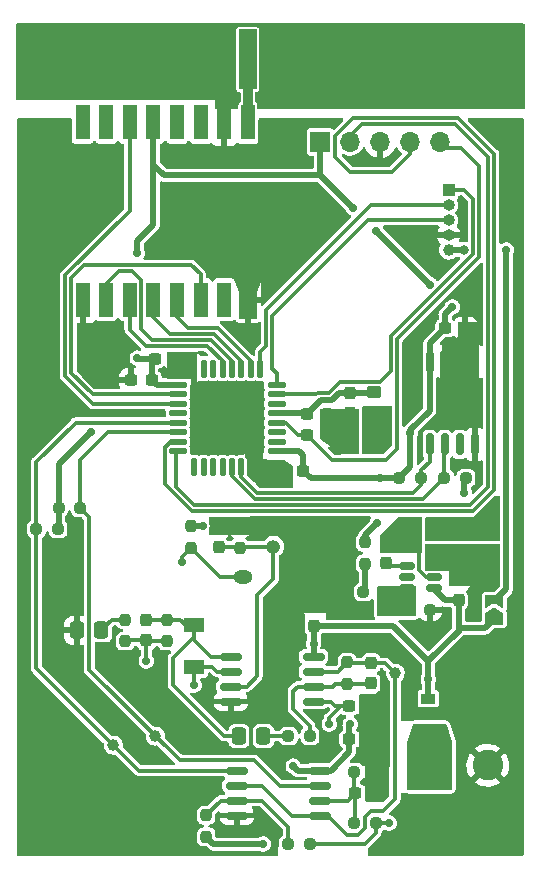
<source format=gbr>
%TF.GenerationSoftware,KiCad,Pcbnew,6.0.11-2627ca5db0~126~ubuntu22.04.1*%
%TF.CreationDate,2023-02-27T20:23:56+01:00*%
%TF.ProjectId,STM32 PIR Sensor,53544d33-3220-4504-9952-2053656e736f,rev?*%
%TF.SameCoordinates,Original*%
%TF.FileFunction,Copper,L1,Top*%
%TF.FilePolarity,Positive*%
%FSLAX46Y46*%
G04 Gerber Fmt 4.6, Leading zero omitted, Abs format (unit mm)*
G04 Created by KiCad (PCBNEW 6.0.11-2627ca5db0~126~ubuntu22.04.1) date 2023-02-27 20:23:56*
%MOMM*%
%LPD*%
G01*
G04 APERTURE LIST*
G04 Aperture macros list*
%AMRoundRect*
0 Rectangle with rounded corners*
0 $1 Rounding radius*
0 $2 $3 $4 $5 $6 $7 $8 $9 X,Y pos of 4 corners*
0 Add a 4 corners polygon primitive as box body*
4,1,4,$2,$3,$4,$5,$6,$7,$8,$9,$2,$3,0*
0 Add four circle primitives for the rounded corners*
1,1,$1+$1,$2,$3*
1,1,$1+$1,$4,$5*
1,1,$1+$1,$6,$7*
1,1,$1+$1,$8,$9*
0 Add four rect primitives between the rounded corners*
20,1,$1+$1,$2,$3,$4,$5,0*
20,1,$1+$1,$4,$5,$6,$7,0*
20,1,$1+$1,$6,$7,$8,$9,0*
20,1,$1+$1,$8,$9,$2,$3,0*%
%AMFreePoly0*
4,1,6,1.000000,0.000000,0.500000,-0.750000,-0.500000,-0.750000,-0.500000,0.750000,0.500000,0.750000,1.000000,0.000000,1.000000,0.000000,$1*%
%AMFreePoly1*
4,1,6,0.500000,-0.750000,-0.650000,-0.750000,-0.150000,0.000000,-0.650000,0.750000,0.500000,0.750000,0.500000,-0.750000,0.500000,-0.750000,$1*%
G04 Aperture macros list end*
%TA.AperFunction,SMDPad,CuDef*%
%ADD10RoundRect,0.237500X0.250000X0.237500X-0.250000X0.237500X-0.250000X-0.237500X0.250000X-0.237500X0*%
%TD*%
%TA.AperFunction,SMDPad,CuDef*%
%ADD11RoundRect,0.237500X-0.300000X-0.237500X0.300000X-0.237500X0.300000X0.237500X-0.300000X0.237500X0*%
%TD*%
%TA.AperFunction,SMDPad,CuDef*%
%ADD12RoundRect,0.250000X0.337500X0.475000X-0.337500X0.475000X-0.337500X-0.475000X0.337500X-0.475000X0*%
%TD*%
%TA.AperFunction,SMDPad,CuDef*%
%ADD13RoundRect,0.150000X-0.800000X-0.150000X0.800000X-0.150000X0.800000X0.150000X-0.800000X0.150000X0*%
%TD*%
%TA.AperFunction,SMDPad,CuDef*%
%ADD14RoundRect,0.237500X0.237500X-0.300000X0.237500X0.300000X-0.237500X0.300000X-0.237500X-0.300000X0*%
%TD*%
%TA.AperFunction,SMDPad,CuDef*%
%ADD15RoundRect,0.237500X-0.250000X-0.237500X0.250000X-0.237500X0.250000X0.237500X-0.250000X0.237500X0*%
%TD*%
%TA.AperFunction,SMDPad,CuDef*%
%ADD16RoundRect,0.237500X0.237500X-0.250000X0.237500X0.250000X-0.237500X0.250000X-0.237500X-0.250000X0*%
%TD*%
%TA.AperFunction,SMDPad,CuDef*%
%ADD17RoundRect,0.237500X-0.237500X0.250000X-0.237500X-0.250000X0.237500X-0.250000X0.237500X0.250000X0*%
%TD*%
%TA.AperFunction,SMDPad,CuDef*%
%ADD18FreePoly0,90.000000*%
%TD*%
%TA.AperFunction,SMDPad,CuDef*%
%ADD19FreePoly1,90.000000*%
%TD*%
%TA.AperFunction,SMDPad,CuDef*%
%ADD20R,1.500000X5.080000*%
%TD*%
%TA.AperFunction,SMDPad,CuDef*%
%ADD21RoundRect,0.150000X0.512500X0.150000X-0.512500X0.150000X-0.512500X-0.150000X0.512500X-0.150000X0*%
%TD*%
%TA.AperFunction,SMDPad,CuDef*%
%ADD22C,1.000000*%
%TD*%
%TA.AperFunction,SMDPad,CuDef*%
%ADD23RoundRect,0.125000X0.625000X0.125000X-0.625000X0.125000X-0.625000X-0.125000X0.625000X-0.125000X0*%
%TD*%
%TA.AperFunction,SMDPad,CuDef*%
%ADD24RoundRect,0.125000X0.125000X0.625000X-0.125000X0.625000X-0.125000X-0.625000X0.125000X-0.625000X0*%
%TD*%
%TA.AperFunction,SMDPad,CuDef*%
%ADD25RoundRect,0.250000X-0.475000X0.337500X-0.475000X-0.337500X0.475000X-0.337500X0.475000X0.337500X0*%
%TD*%
%TA.AperFunction,SMDPad,CuDef*%
%ADD26RoundRect,0.250000X-0.275000X-0.350000X0.275000X-0.350000X0.275000X0.350000X-0.275000X0.350000X0*%
%TD*%
%TA.AperFunction,SMDPad,CuDef*%
%ADD27RoundRect,0.237500X0.300000X0.237500X-0.300000X0.237500X-0.300000X-0.237500X0.300000X-0.237500X0*%
%TD*%
%TA.AperFunction,SMDPad,CuDef*%
%ADD28R,1.198880X2.999740*%
%TD*%
%TA.AperFunction,SMDPad,CuDef*%
%ADD29RoundRect,0.150000X0.150000X-0.800000X0.150000X0.800000X-0.150000X0.800000X-0.150000X-0.800000X0*%
%TD*%
%TA.AperFunction,SMDPad,CuDef*%
%ADD30R,1.700000X1.300000*%
%TD*%
%TA.AperFunction,SMDPad,CuDef*%
%ADD31RoundRect,0.250000X-0.350000X0.275000X-0.350000X-0.275000X0.350000X-0.275000X0.350000X0.275000X0*%
%TD*%
%TA.AperFunction,SMDPad,CuDef*%
%ADD32RoundRect,0.237500X-0.237500X0.300000X-0.237500X-0.300000X0.237500X-0.300000X0.237500X0.300000X0*%
%TD*%
%TA.AperFunction,SMDPad,CuDef*%
%ADD33R,1.200000X0.900000*%
%TD*%
%TA.AperFunction,ComponentPad*%
%ADD34O,1.600000X1.200000*%
%TD*%
%TA.AperFunction,ComponentPad*%
%ADD35O,1.200000X1.200000*%
%TD*%
%TA.AperFunction,ComponentPad*%
%ADD36C,2.600000*%
%TD*%
%TA.AperFunction,ComponentPad*%
%ADD37C,1.000000*%
%TD*%
%TA.AperFunction,ComponentPad*%
%ADD38O,1.000000X1.000000*%
%TD*%
%TA.AperFunction,ComponentPad*%
%ADD39R,1.000000X1.000000*%
%TD*%
%TA.AperFunction,ComponentPad*%
%ADD40R,1.700000X1.700000*%
%TD*%
%TA.AperFunction,ComponentPad*%
%ADD41O,1.700000X1.700000*%
%TD*%
%TA.AperFunction,ViaPad*%
%ADD42C,0.700000*%
%TD*%
%TA.AperFunction,ViaPad*%
%ADD43C,0.800000*%
%TD*%
%TA.AperFunction,Conductor*%
%ADD44C,0.500000*%
%TD*%
%TA.AperFunction,Conductor*%
%ADD45C,0.300000*%
%TD*%
%TA.AperFunction,Conductor*%
%ADD46C,0.824000*%
%TD*%
G04 APERTURE END LIST*
D10*
%TO.P,R13,1*%
%TO.N,Net-(C18-Pad1)*%
X241196500Y-99060000D03*
%TO.P,R13,2*%
%TO.N,Net-(C21-Pad1)*%
X239371500Y-99060000D03*
%TD*%
D11*
%TO.P,C21,1*%
%TO.N,Net-(C21-Pad1)*%
X239421500Y-96520000D03*
%TO.P,C21,2*%
%TO.N,GND*%
X241146500Y-96520000D03*
%TD*%
D12*
%TO.P,C15,1*%
%TO.N,Net-(C15-Pad1)*%
X217953500Y-82744500D03*
%TO.P,C15,2*%
%TO.N,GND*%
X215878500Y-82744500D03*
%TD*%
D13*
%TO.P,U6,1*%
%TO.N,Net-(C16-Pad2)*%
X228910000Y-84963000D03*
%TO.P,U6,2,-*%
%TO.N,Net-(C16-Pad1)*%
X228910000Y-86233000D03*
%TO.P,U6,3,+*%
%TO.N,Net-(C13-Pad1)*%
X228910000Y-87503000D03*
%TO.P,U6,4,V-*%
%TO.N,GND*%
X228910000Y-88773000D03*
%TO.P,U6,5,+*%
%TO.N,Net-(C18-Pad1)*%
X235910000Y-88773000D03*
%TO.P,U6,6,-*%
%TO.N,Net-(C19-Pad1)*%
X235910000Y-87503000D03*
%TO.P,U6,7*%
%TO.N,Net-(C19-Pad2)*%
X235910000Y-86233000D03*
%TO.P,U6,8,V+*%
%TO.N,+12V*%
X235910000Y-84963000D03*
%TD*%
D14*
%TO.P,C2,1*%
%TO.N,Net-(C2-Pad1)*%
X242062000Y-77062500D03*
%TO.P,C2,2*%
%TO.N,Net-(C2-Pad2)*%
X242062000Y-75337500D03*
%TD*%
D15*
%TO.P,R14,1*%
%TO.N,Net-(C21-Pad1)*%
X239371500Y-94742000D03*
%TO.P,R14,2*%
%TO.N,GND*%
X241196500Y-94742000D03*
%TD*%
D16*
%TO.P,R10,1*%
%TO.N,Net-(C19-Pad1)*%
X238760000Y-87272500D03*
%TO.P,R10,2*%
%TO.N,Net-(C19-Pad2)*%
X238760000Y-85447500D03*
%TD*%
D17*
%TO.P,R5,1*%
%TO.N,+12V*%
X225552000Y-73917000D03*
%TO.P,R5,2*%
%TO.N,Net-(C14-Pad1)*%
X225552000Y-75742000D03*
%TD*%
D16*
%TO.P,R11,1*%
%TO.N,+12V*%
X226822000Y-100226500D03*
%TO.P,R11,2*%
%TO.N,Net-(R11-Pad2)*%
X226822000Y-98401500D03*
%TD*%
%TO.P,R8,1*%
%TO.N,Net-(C16-Pad1)*%
X223520000Y-83657000D03*
%TO.P,R8,2*%
%TO.N,Net-(C16-Pad2)*%
X223520000Y-81832000D03*
%TD*%
D18*
%TO.P,JP1,1,A*%
%TO.N,+12V*%
X251206000Y-81751000D03*
D19*
%TO.P,JP1,2,B*%
%TO.N,Net-(JP1-Pad2)*%
X251206000Y-80301000D03*
%TD*%
D12*
%TO.P,C17,1*%
%TO.N,Net-(C17-Pad1)*%
X231669500Y-91694000D03*
%TO.P,C17,2*%
%TO.N,Net-(C16-Pad2)*%
X229594500Y-91694000D03*
%TD*%
D20*
%TO.P,J2,1,In*%
%TO.N,Net-(J2-Pad1)*%
X230329280Y-34400000D03*
%TO.P,J2,2,Ext*%
%TO.N,GND*%
X226079280Y-34400000D03*
X234579280Y-34400000D03*
%TD*%
D21*
%TO.P,U1,1,VIN*%
%TO.N,+12V*%
X246126000Y-79182000D03*
%TO.P,U1,2,SW*%
%TO.N,Net-(C2-Pad2)*%
X246126000Y-78232000D03*
%TO.P,U1,3,GND*%
%TO.N,GND*%
X246126000Y-77282000D03*
%TO.P,U1,4,BST*%
%TO.N,Net-(C2-Pad1)*%
X243851000Y-77282000D03*
%TO.P,U1,5,EN*%
%TO.N,unconnected-(U1-Pad5)*%
X243851000Y-78232000D03*
%TO.P,U1,6,FB*%
%TO.N,Net-(R2-Pad1)*%
X243851000Y-79182000D03*
%TD*%
D22*
%TO.P,TP3,1,1*%
%TO.N,PIR1_OUT*%
X222504000Y-91694000D03*
%TD*%
D14*
%TO.P,C16,1*%
%TO.N,Net-(C16-Pad1)*%
X221742000Y-83607000D03*
%TO.P,C16,2*%
%TO.N,Net-(C16-Pad2)*%
X221742000Y-81882000D03*
%TD*%
D23*
%TO.P,U4,1,VDD*%
%TO.N,+3.3V*%
X232775000Y-67570000D03*
%TO.P,U4,2,PC14-OSC32_IN*%
%TO.N,unconnected-(U4-Pad2)*%
X232775000Y-66770000D03*
%TO.P,U4,3,PC15-OSC32_OUT*%
%TO.N,unconnected-(U4-Pad3)*%
X232775000Y-65970000D03*
%TO.P,U4,4,NRST*%
%TO.N,NRST*%
X232775000Y-65170000D03*
%TO.P,U4,5,VDDA*%
%TO.N,+3.3VA*%
X232775000Y-64370000D03*
%TO.P,U4,6,PA0*%
%TO.N,unconnected-(U4-Pad6)*%
X232775000Y-63570000D03*
%TO.P,U4,7,PA1*%
%TO.N,Radar_OUT*%
X232775000Y-62770000D03*
%TO.P,U4,8,PA2*%
%TO.N,UART_Tx*%
X232775000Y-61970000D03*
D24*
%TO.P,U4,9,PA3*%
%TO.N,UART_Rx*%
X231400000Y-60595000D03*
%TO.P,U4,10,PA4*%
%TO.N,SPI_NSS*%
X230600000Y-60595000D03*
%TO.P,U4,11,PA5*%
%TO.N,SPI_SCK*%
X229800000Y-60595000D03*
%TO.P,U4,12,PA6*%
%TO.N,SPI_MISO*%
X229000000Y-60595000D03*
%TO.P,U4,13,PA7*%
%TO.N,SPI_MOSI*%
X228200000Y-60595000D03*
%TO.P,U4,14,PB0*%
%TO.N,unconnected-(U4-Pad14)*%
X227400000Y-60595000D03*
%TO.P,U4,15,PB1*%
%TO.N,unconnected-(U4-Pad15)*%
X226600000Y-60595000D03*
%TO.P,U4,16,VSS*%
%TO.N,GND*%
X225800000Y-60595000D03*
D23*
%TO.P,U4,17,VDD*%
%TO.N,+3.3V*%
X224425000Y-61970000D03*
%TO.P,U4,18,PA8*%
%TO.N,RF_RESET*%
X224425000Y-62770000D03*
%TO.P,U4,19,PA9*%
%TO.N,RF_DIO0*%
X224425000Y-63570000D03*
%TO.P,U4,20,PA10*%
%TO.N,unconnected-(U4-Pad20)*%
X224425000Y-64370000D03*
%TO.P,U4,21,PA11*%
%TO.N,PIR0_OUT*%
X224425000Y-65170000D03*
%TO.P,U4,22,PA12*%
%TO.N,PIR1_OUT*%
X224425000Y-65970000D03*
%TO.P,U4,23,PA13*%
%TO.N,SWDIO*%
X224425000Y-66770000D03*
%TO.P,U4,24,PA14*%
%TO.N,SWCLK*%
X224425000Y-67570000D03*
D24*
%TO.P,U4,25,PA15*%
%TO.N,unconnected-(U4-Pad25)*%
X225800000Y-68945000D03*
%TO.P,U4,26,PB3*%
%TO.N,unconnected-(U4-Pad26)*%
X226600000Y-68945000D03*
%TO.P,U4,27,PB4*%
%TO.N,unconnected-(U4-Pad27)*%
X227400000Y-68945000D03*
%TO.P,U4,28,PB5*%
%TO.N,unconnected-(U4-Pad28)*%
X228200000Y-68945000D03*
%TO.P,U4,29,PB6*%
%TO.N,SCL*%
X229000000Y-68945000D03*
%TO.P,U4,30,PB7*%
%TO.N,SDA*%
X229800000Y-68945000D03*
%TO.P,U4,31,BOOT0*%
%TO.N,GND*%
X230600000Y-68945000D03*
%TO.P,U4,32,VSS*%
X231400000Y-68945000D03*
%TD*%
D25*
%TO.P,C3,1*%
%TO.N,+3.3V*%
X250488500Y-74156500D03*
%TO.P,C3,2*%
%TO.N,GND*%
X250488500Y-76231500D03*
%TD*%
D16*
%TO.P,R6,1*%
%TO.N,Net-(C13-Pad1)*%
X229641000Y-75742000D03*
%TO.P,R6,2*%
%TO.N,GND*%
X229641000Y-73917000D03*
%TD*%
D10*
%TO.P,R2,1*%
%TO.N,Net-(R2-Pad1)*%
X241958500Y-79502000D03*
%TO.P,R2,2*%
%TO.N,Net-(R15-Pad1)*%
X240133500Y-79502000D03*
%TD*%
D25*
%TO.P,C5,1*%
%TO.N,+3.3V*%
X248188500Y-74156500D03*
%TO.P,C5,2*%
%TO.N,GND*%
X248188500Y-76231500D03*
%TD*%
D16*
%TO.P,R7,1*%
%TO.N,Net-(C16-Pad1)*%
X219964000Y-83657000D03*
%TO.P,R7,2*%
%TO.N,Net-(C15-Pad1)*%
X219964000Y-81832000D03*
%TD*%
D15*
%TO.P,R3,1*%
%TO.N,Net-(R2-Pad1)*%
X243943500Y-81000000D03*
%TO.P,R3,2*%
%TO.N,GND*%
X245768500Y-81000000D03*
%TD*%
D11*
%TO.P,C10,1*%
%TO.N,+3.3VA*%
X235357500Y-64415500D03*
%TO.P,C10,2*%
%TO.N,GND*%
X237082500Y-64415500D03*
%TD*%
D15*
%TO.P,R17,1*%
%TO.N,PIR0_OUT*%
X212447500Y-74168000D03*
%TO.P,R17,2*%
%TO.N,+3.3V*%
X214272500Y-74168000D03*
%TD*%
D26*
%TO.P,L1,1,1*%
%TO.N,Net-(C2-Pad2)*%
X243706000Y-74168000D03*
%TO.P,L1,2,2*%
%TO.N,+3.3V*%
X246006000Y-74168000D03*
%TD*%
D16*
%TO.P,R15,1*%
%TO.N,Net-(R15-Pad1)*%
X240284000Y-77112500D03*
%TO.P,R15,2*%
%TO.N,+3.3V*%
X240284000Y-75287500D03*
%TD*%
D11*
%TO.P,C8,1*%
%TO.N,+3.3V*%
X222514500Y-59760000D03*
%TO.P,C8,2*%
%TO.N,GND*%
X224239500Y-59760000D03*
%TD*%
D27*
%TO.P,C7,1*%
%TO.N,GND*%
X237082500Y-66193500D03*
%TO.P,C7,2*%
%TO.N,NRST*%
X235357500Y-66193500D03*
%TD*%
D15*
%TO.P,R12,1*%
%TO.N,Net-(R11-Pad2)*%
X233783500Y-100838000D03*
%TO.P,R12,2*%
%TO.N,Net-(C18-Pad1)*%
X235608500Y-100838000D03*
%TD*%
D14*
%TO.P,C1,1*%
%TO.N,+12V*%
X248188500Y-80194000D03*
%TO.P,C1,2*%
%TO.N,GND*%
X248188500Y-78469000D03*
%TD*%
D27*
%TO.P,C9,1*%
%TO.N,+3.3V*%
X235050500Y-69241500D03*
%TO.P,C9,2*%
%TO.N,GND*%
X233325500Y-69241500D03*
%TD*%
D28*
%TO.P,U2,1,GND*%
%TO.N,GND*%
X216349580Y-54742080D03*
%TO.P,U2,2,MISO*%
%TO.N,SPI_MISO*%
X218348560Y-54742080D03*
%TO.P,U2,3,MOSI*%
%TO.N,SPI_MOSI*%
X220347540Y-54742080D03*
%TO.P,U2,4,SCK*%
%TO.N,SPI_SCK*%
X222349060Y-54742080D03*
%TO.P,U2,5,NSS*%
%TO.N,SPI_NSS*%
X224345500Y-54742080D03*
%TO.P,U2,6,RESET*%
%TO.N,RF_RESET*%
X226347020Y-54742080D03*
%TO.P,U2,7,DIO5*%
%TO.N,unconnected-(U2-Pad7)*%
X228346000Y-54742080D03*
%TO.P,U2,8,GND*%
%TO.N,GND*%
X230344980Y-54742080D03*
%TO.P,U2,9,ANT*%
%TO.N,Net-(J2-Pad1)*%
X230344980Y-39745920D03*
%TO.P,U2,10,GND*%
%TO.N,GND*%
X228346000Y-39745920D03*
%TO.P,U2,11,DIO3*%
%TO.N,unconnected-(U2-Pad11)*%
X226347020Y-39745920D03*
%TO.P,U2,12,DIO4*%
%TO.N,unconnected-(U2-Pad12)*%
X224345500Y-39745920D03*
%TO.P,U2,13,3.3V*%
%TO.N,+3.3V*%
X222349060Y-39745920D03*
%TO.P,U2,14,DIO0*%
%TO.N,RF_DIO0*%
X220347540Y-39745920D03*
%TO.P,U2,15,DIO1*%
%TO.N,unconnected-(U2-Pad15)*%
X218348560Y-39745920D03*
%TO.P,U2,16,DIO2*%
%TO.N,unconnected-(U2-Pad16)*%
X216349580Y-39745920D03*
%TD*%
D29*
%TO.P,U3,1,SDA*%
%TO.N,SDA*%
X245745000Y-67000000D03*
%TO.P,U3,2,SCL*%
%TO.N,SCL*%
X247015000Y-67000000D03*
%TO.P,U3,3,O.S.*%
%TO.N,unconnected-(U3-Pad3)*%
X248285000Y-67000000D03*
%TO.P,U3,4,GND*%
%TO.N,GND*%
X249555000Y-67000000D03*
%TO.P,U3,5,A2*%
X249555000Y-60000000D03*
%TO.P,U3,6,A1*%
X248285000Y-60000000D03*
%TO.P,U3,7,A0*%
X247015000Y-60000000D03*
%TO.P,U3,8,+Vs*%
%TO.N,+3.3V*%
X245745000Y-60000000D03*
%TD*%
D27*
%TO.P,C22,1*%
%TO.N,GND*%
X240638500Y-91948000D03*
%TO.P,C22,2*%
%TO.N,+12V*%
X238913500Y-91948000D03*
%TD*%
D30*
%TO.P,D2,1,K*%
%TO.N,Net-(C16-Pad1)*%
X225806000Y-85824000D03*
%TO.P,D2,2,A*%
%TO.N,Net-(C16-Pad2)*%
X225806000Y-82324000D03*
%TD*%
D10*
%TO.P,R18,1*%
%TO.N,PIR1_OUT*%
X216154000Y-72390000D03*
%TO.P,R18,2*%
%TO.N,+3.3V*%
X214329000Y-72390000D03*
%TD*%
D27*
%TO.P,C6,1*%
%TO.N,+3.3V*%
X222207500Y-61538000D03*
%TO.P,C6,2*%
%TO.N,GND*%
X220482500Y-61538000D03*
%TD*%
D13*
%TO.P,U7,1*%
%TO.N,PIR0_OUT*%
X229418000Y-94615000D03*
%TO.P,U7,2,-*%
%TO.N,Net-(C19-Pad2)*%
X229418000Y-95885000D03*
%TO.P,U7,3,+*%
%TO.N,Net-(R11-Pad2)*%
X229418000Y-97155000D03*
%TO.P,U7,4,V-*%
%TO.N,GND*%
X229418000Y-98425000D03*
%TO.P,U7,5,+*%
%TO.N,Net-(C19-Pad2)*%
X236418000Y-98425000D03*
%TO.P,U7,6,_*%
%TO.N,Net-(C21-Pad1)*%
X236418000Y-97155000D03*
%TO.P,U7,7*%
%TO.N,PIR1_OUT*%
X236418000Y-95885000D03*
%TO.P,U7,8,V+*%
%TO.N,+12V*%
X236418000Y-94615000D03*
%TD*%
D10*
%TO.P,R1,1*%
%TO.N,+3.3V*%
X248816500Y-69850000D03*
%TO.P,R1,2*%
%TO.N,SCL*%
X246991500Y-69850000D03*
%TD*%
D22*
%TO.P,TP2,1,1*%
%TO.N,PIR0_OUT*%
X218948000Y-92456000D03*
%TD*%
D15*
%TO.P,R4,1*%
%TO.N,+3.3V*%
X243181500Y-69850000D03*
%TO.P,R4,2*%
%TO.N,SDA*%
X245006500Y-69850000D03*
%TD*%
D27*
%TO.P,C4,1*%
%TO.N,GND*%
X248766500Y-57150000D03*
%TO.P,C4,2*%
%TO.N,+3.3V*%
X247041500Y-57150000D03*
%TD*%
D31*
%TO.P,FB1,1*%
%TO.N,+3.3VA*%
X241046000Y-62604000D03*
%TO.P,FB1,2*%
%TO.N,+3.3V*%
X241046000Y-64904000D03*
%TD*%
D22*
%TO.P,TP1,1,1*%
%TO.N,Net-(C19-Pad2)*%
X242824000Y-86360000D03*
%TD*%
D11*
%TO.P,C18,1*%
%TO.N,Net-(C18-Pad1)*%
X238913500Y-89154000D03*
%TO.P,C18,2*%
%TO.N,GND*%
X240638500Y-89154000D03*
%TD*%
D32*
%TO.P,C20,1*%
%TO.N,GND*%
X235966000Y-80671500D03*
%TO.P,C20,2*%
%TO.N,+12V*%
X235966000Y-82396500D03*
%TD*%
D27*
%TO.P,C12,1*%
%TO.N,+3.3V*%
X240892500Y-67056000D03*
%TO.P,C12,2*%
%TO.N,GND*%
X239167500Y-67056000D03*
%TD*%
D14*
%TO.P,C19,1*%
%TO.N,Net-(C19-Pad1)*%
X240792000Y-87222500D03*
%TO.P,C19,2*%
%TO.N,Net-(C19-Pad2)*%
X240792000Y-85497500D03*
%TD*%
%TO.P,C13,1*%
%TO.N,Net-(C13-Pad1)*%
X227863000Y-75692000D03*
%TO.P,C13,2*%
%TO.N,GND*%
X227863000Y-73967000D03*
%TD*%
D32*
%TO.P,C11,1*%
%TO.N,+3.3VA*%
X239014000Y-62637500D03*
%TO.P,C11,2*%
%TO.N,GND*%
X239014000Y-64362500D03*
%TD*%
D15*
%TO.P,R9,1*%
%TO.N,Net-(C17-Pad1)*%
X233783500Y-91694000D03*
%TO.P,R9,2*%
%TO.N,Net-(C19-Pad1)*%
X235608500Y-91694000D03*
%TD*%
D33*
%TO.P,D1,1,K*%
%TO.N,+12V*%
X245618000Y-88520000D03*
%TO.P,D1,2,A*%
X245618000Y-91820000D03*
%TD*%
D34*
%TO.P,U5,1,VDD*%
%TO.N,Net-(C14-Pad1)*%
X229960000Y-78200000D03*
D35*
%TO.P,U5,2,OUT*%
%TO.N,Net-(C13-Pad1)*%
X232500000Y-75660000D03*
%TO.P,U5,3,GND*%
%TO.N,GND*%
X235040000Y-78200000D03*
%TD*%
D36*
%TO.P,J1,1,Pin_1*%
%TO.N,+12V*%
X245658000Y-94170000D03*
%TO.P,J1,2,Pin_2*%
%TO.N,GND*%
X250658000Y-94170000D03*
%TD*%
D37*
%TO.P,U10,1,VCC*%
%TO.N,Net-(JP1-Pad2)*%
X247344000Y-50556000D03*
D38*
%TO.P,U10,2,GND*%
%TO.N,GND*%
X247344000Y-49286000D03*
%TO.P,U10,3,Rx*%
%TO.N,UART_Tx*%
X247344000Y-48016000D03*
%TO.P,U10,4,Tx*%
%TO.N,UART_Rx*%
X247344000Y-46746000D03*
D39*
%TO.P,U10,5,OUT*%
%TO.N,Radar_OUT*%
X247344000Y-45476000D03*
%TD*%
D40*
%TO.P,J3,1,Pin_1*%
%TO.N,+3.3V*%
X236474000Y-41402000D03*
D41*
%TO.P,J3,2,Pin_2*%
%TO.N,SWCLK*%
X239014000Y-41402000D03*
%TO.P,J3,3,Pin_3*%
%TO.N,GND*%
X241554000Y-41402000D03*
%TO.P,J3,4,Pin_4*%
%TO.N,SWDIO*%
X244094000Y-41402000D03*
%TO.P,J3,5,Pin_5*%
%TO.N,NRST*%
X246634000Y-41402000D03*
%TD*%
D42*
%TO.N,+3.3V*%
X245745000Y-53467000D03*
X217043000Y-65913000D03*
X242062000Y-66040000D03*
X220980000Y-59690000D03*
X248666000Y-71120000D03*
X247650000Y-55372000D03*
X241173000Y-48895000D03*
X241554000Y-69850000D03*
X239268000Y-46990000D03*
X250952000Y-72644000D03*
X244094000Y-66040000D03*
X241300000Y-73660000D03*
X220980000Y-50800000D03*
%TO.N,Net-(C14-Pad1)*%
X224790000Y-76962000D03*
%TO.N,Net-(C16-Pad1)*%
X221742000Y-85344000D03*
X225806000Y-87376000D03*
%TO.N,Net-(C18-Pad1)*%
X237236000Y-90678000D03*
X242316000Y-99060000D03*
%TO.N,+12V*%
X226559500Y-73911526D03*
X245618000Y-86868000D03*
X235910000Y-83876000D03*
X234188000Y-94234000D03*
X231648000Y-100838000D03*
X239014000Y-90678000D03*
%TO.N,GND*%
X241046000Y-37846000D03*
X211328000Y-32004000D03*
X235204000Y-37846000D03*
X212852000Y-48006000D03*
X212598000Y-89916000D03*
X212852000Y-41148000D03*
X238760000Y-32004000D03*
X249428000Y-78486000D03*
X253238000Y-35814000D03*
X230886000Y-73914000D03*
X213106000Y-64516000D03*
X236982000Y-37846000D03*
X241554000Y-43180000D03*
X250444000Y-77470000D03*
X222758000Y-95758000D03*
X214122000Y-76962000D03*
X241300000Y-32004000D03*
X238252000Y-76708000D03*
X217932000Y-95504000D03*
X215646000Y-37084000D03*
X241300000Y-93472000D03*
X253238000Y-33782000D03*
X249174000Y-96012000D03*
X253238000Y-32004000D03*
X222758000Y-89154000D03*
X240792000Y-90424000D03*
X229108000Y-37592000D03*
X247650000Y-61722000D03*
X247396000Y-37846000D03*
X228854000Y-36068000D03*
X237744000Y-84074000D03*
X231648000Y-37592000D03*
X231140000Y-98298000D03*
X217932000Y-89408000D03*
X245618000Y-99060000D03*
X238760000Y-37846000D03*
X243078000Y-37846000D03*
X217170000Y-44704000D03*
X229616000Y-48006000D03*
X245364000Y-37846000D03*
X231902000Y-34290000D03*
X241808000Y-91948000D03*
X217932000Y-37084000D03*
X219964000Y-37084000D03*
X211328000Y-35306000D03*
X245872000Y-82296000D03*
X215900000Y-32004000D03*
X236982000Y-32004000D03*
X248920000Y-85344000D03*
X233426000Y-40894000D03*
X229616000Y-52324000D03*
X222758000Y-99568000D03*
X224028000Y-32004000D03*
X241554000Y-83820000D03*
X222250000Y-32004000D03*
X220218000Y-32004000D03*
X216408000Y-57150000D03*
X253238000Y-37846000D03*
X249682000Y-32004000D03*
X233426000Y-37846000D03*
X246126000Y-49276000D03*
X212598000Y-99568000D03*
X228854000Y-34290000D03*
X226314000Y-61976000D03*
X235712000Y-48006000D03*
X224028000Y-37084000D03*
X251460000Y-37846000D03*
X251460000Y-32004000D03*
X243332000Y-32004000D03*
X231140000Y-52324000D03*
X246380000Y-76200000D03*
X221996000Y-37084000D03*
X252222000Y-40640000D03*
X228346000Y-41910000D03*
X245618000Y-32004000D03*
X219202000Y-61468000D03*
X213868000Y-32004000D03*
X234950000Y-80518000D03*
X228854000Y-32258000D03*
X212598000Y-95250000D03*
X251968000Y-88138000D03*
X239014000Y-65786000D03*
X250698000Y-99060000D03*
X211328000Y-37084000D03*
X232664000Y-85598000D03*
X211328000Y-33528000D03*
X217932000Y-99568000D03*
X248920000Y-90424000D03*
X249428000Y-65278000D03*
X230632000Y-88646000D03*
X234950000Y-76708000D03*
X231902000Y-32258000D03*
X252222000Y-96012000D03*
X230632000Y-67564000D03*
X224536000Y-48006000D03*
X213614000Y-37084000D03*
X212852000Y-56642000D03*
X215900000Y-84328000D03*
X247650000Y-32004000D03*
X231902000Y-36068000D03*
X248920000Y-61722000D03*
X249428000Y-37846000D03*
X218186000Y-32004000D03*
%TO.N,Net-(JP1-Pad2)*%
X252222000Y-50546000D03*
D43*
X248666000Y-50546000D03*
%TD*%
D44*
%TO.N,+3.3V*%
X247650000Y-55372000D02*
X247041500Y-55980500D01*
X222639500Y-61970000D02*
X222207500Y-61538000D01*
X248666000Y-70000500D02*
X248816500Y-69850000D01*
X220980000Y-50800000D02*
X220980000Y-49784000D01*
X246017500Y-74156500D02*
X246006000Y-74168000D01*
X245745000Y-64135000D02*
X245745000Y-60000000D01*
X214329000Y-74111500D02*
X214272500Y-74168000D01*
X250488500Y-74156500D02*
X250488500Y-73107500D01*
X222349060Y-48414940D02*
X222349060Y-43334940D01*
X241046000Y-66902500D02*
X240892500Y-67056000D01*
X240284000Y-74676000D02*
X241300000Y-73660000D01*
X245745000Y-60000000D02*
X245745000Y-58446500D01*
X248666000Y-71120000D02*
X248666000Y-70000500D01*
X245745000Y-58446500D02*
X247041500Y-57150000D01*
X232775000Y-67570000D02*
X234702000Y-67570000D01*
X236474000Y-44196000D02*
X236474000Y-41402000D01*
X222349060Y-43334940D02*
X222349060Y-39745920D01*
X244094000Y-65786000D02*
X245745000Y-64135000D01*
X223210120Y-44196000D02*
X222349060Y-43334940D01*
X214329000Y-72390000D02*
X214329000Y-74111500D01*
X220980000Y-49784000D02*
X222349060Y-48414940D01*
X247041500Y-55980500D02*
X247041500Y-57150000D01*
X217043000Y-65913000D02*
X214329000Y-68627000D01*
X222514500Y-59760000D02*
X221050000Y-59760000D01*
X240284000Y-75287500D02*
X240284000Y-74676000D01*
X241046000Y-67056000D02*
X242062000Y-66040000D01*
X214329000Y-68627000D02*
X214329000Y-72390000D01*
X234702000Y-67570000D02*
X235050500Y-67918500D01*
X235659000Y-69850000D02*
X235050500Y-69241500D01*
X239268000Y-46990000D02*
X236474000Y-44196000D01*
X236474000Y-44196000D02*
X223210120Y-44196000D01*
X244094000Y-68580000D02*
X244094000Y-65786000D01*
X222207500Y-61538000D02*
X222207500Y-60067000D01*
X240892500Y-67056000D02*
X241046000Y-67056000D01*
X222207500Y-60067000D02*
X222514500Y-59760000D01*
X224425000Y-61970000D02*
X222639500Y-61970000D01*
X221050000Y-59760000D02*
X220980000Y-59690000D01*
X243181500Y-69850000D02*
X244094000Y-68937500D01*
X243181500Y-69850000D02*
X235659000Y-69850000D01*
X244094000Y-68937500D02*
X244094000Y-68580000D01*
X250488500Y-73107500D02*
X250952000Y-72644000D01*
X245745000Y-53467000D02*
X241173000Y-48895000D01*
X235050500Y-67918500D02*
X235050500Y-69241500D01*
D45*
%TO.N,Net-(C2-Pad1)*%
X243851000Y-77282000D02*
X242281500Y-77282000D01*
X242281500Y-77282000D02*
X242062000Y-77062500D01*
%TO.N,Net-(C2-Pad2)*%
X246126000Y-78232000D02*
X245456393Y-78232000D01*
X245456393Y-78232000D02*
X244863500Y-77639107D01*
X244863500Y-75325500D02*
X243706000Y-74168000D01*
X244863500Y-77639107D02*
X244863500Y-75325500D01*
%TO.N,NRST*%
X232775000Y-65170000D02*
X233572000Y-65170000D01*
X242978575Y-67409425D02*
X242978575Y-58066575D01*
X233572000Y-65170000D02*
X234595500Y-66193500D01*
X234595500Y-66193500D02*
X235357500Y-66193500D01*
X235357500Y-66193500D02*
X237490000Y-68326000D01*
X249936000Y-43434000D02*
X248412000Y-41910000D01*
X249936000Y-51109150D02*
X249936000Y-43434000D01*
X237490000Y-68326000D02*
X242062000Y-68326000D01*
X248412000Y-41910000D02*
X246639000Y-41910000D01*
X242978575Y-58066575D02*
X249936000Y-51109150D01*
X242062000Y-68326000D02*
X242978575Y-67409425D01*
D44*
%TO.N,+3.3VA*%
X238098500Y-62637500D02*
X237490000Y-63246000D01*
X239014000Y-62637500D02*
X238098500Y-62637500D01*
X235312000Y-64370000D02*
X235357500Y-64415500D01*
X239014000Y-62637500D02*
X241012500Y-62637500D01*
X232775000Y-64370000D02*
X235312000Y-64370000D01*
X241012500Y-62637500D02*
X241046000Y-62604000D01*
X237490000Y-63246000D02*
X236527000Y-63246000D01*
X236527000Y-63246000D02*
X235357500Y-64415500D01*
D45*
%TO.N,Net-(C13-Pad1)*%
X227863000Y-75692000D02*
X227895000Y-75660000D01*
X230251000Y-87503000D02*
X231140000Y-86614000D01*
X227895000Y-75660000D02*
X232500000Y-75660000D01*
X232500000Y-78396000D02*
X232500000Y-75660000D01*
X231140000Y-79756000D02*
X232500000Y-78396000D01*
X229591000Y-75692000D02*
X229641000Y-75742000D01*
X228910000Y-87503000D02*
X230251000Y-87503000D01*
X231140000Y-86614000D02*
X231140000Y-79756000D01*
%TO.N,Net-(C14-Pad1)*%
X224790000Y-76962000D02*
X224790000Y-76504000D01*
X224790000Y-76504000D02*
X225552000Y-75742000D01*
X225552000Y-75742000D02*
X228010000Y-78200000D01*
X228010000Y-78200000D02*
X229960000Y-78200000D01*
%TO.N,Net-(C15-Pad1)*%
X218866000Y-81832000D02*
X217953500Y-82744500D01*
X219964000Y-81832000D02*
X218866000Y-81832000D01*
%TO.N,Net-(C16-Pad1)*%
X221742000Y-85344000D02*
X221742000Y-83607000D01*
X227711000Y-86233000D02*
X227302000Y-85824000D01*
X221792000Y-83657000D02*
X221742000Y-83607000D01*
X220014000Y-83607000D02*
X219964000Y-83657000D01*
X225806000Y-85824000D02*
X225806000Y-87376000D01*
X223520000Y-83657000D02*
X221792000Y-83657000D01*
X221742000Y-83607000D02*
X220014000Y-83607000D01*
X228910000Y-86233000D02*
X227711000Y-86233000D01*
X227302000Y-85824000D02*
X225806000Y-85824000D01*
%TO.N,Net-(C16-Pad2)*%
X223520000Y-81832000D02*
X221792000Y-81832000D01*
X225072000Y-82324000D02*
X224580000Y-81832000D01*
X228346000Y-91694000D02*
X224028000Y-87376000D01*
X225806000Y-83312000D02*
X225806000Y-82324000D01*
X224028000Y-87376000D02*
X224028000Y-85090000D01*
X221792000Y-81832000D02*
X221742000Y-81882000D01*
X227203000Y-84963000D02*
X225806000Y-83566000D01*
X228910000Y-84963000D02*
X227203000Y-84963000D01*
X224580000Y-81832000D02*
X223520000Y-81832000D01*
X224028000Y-85090000D02*
X225806000Y-83312000D01*
X225806000Y-83566000D02*
X225806000Y-82324000D01*
X225806000Y-82324000D02*
X225072000Y-82324000D01*
X229594500Y-91694000D02*
X228346000Y-91694000D01*
%TO.N,Net-(C17-Pad1)*%
X233783500Y-91694000D02*
X231669500Y-91694000D01*
%TO.N,Net-(C18-Pad1)*%
X237744000Y-89154000D02*
X238913500Y-89154000D01*
X240284000Y-100838000D02*
X241196500Y-99925500D01*
X241196500Y-99060000D02*
X242316000Y-99060000D01*
X235910000Y-88773000D02*
X237363000Y-88773000D01*
X237236000Y-90170000D02*
X238252000Y-89154000D01*
X237363000Y-88773000D02*
X237744000Y-89154000D01*
X235608500Y-100838000D02*
X240284000Y-100838000D01*
X238252000Y-89154000D02*
X238913500Y-89154000D01*
X241196500Y-99925500D02*
X241196500Y-99060000D01*
X237236000Y-90678000D02*
X237236000Y-90170000D01*
%TO.N,Net-(C19-Pad1)*%
X235910000Y-87503000D02*
X237513500Y-87503000D01*
X237513500Y-87503000D02*
X237744000Y-87272500D01*
X234188000Y-87884000D02*
X234188000Y-89408000D01*
X237744000Y-87272500D02*
X240742000Y-87272500D01*
X234569000Y-87503000D02*
X234188000Y-87884000D01*
X235910000Y-87503000D02*
X234569000Y-87503000D01*
X240742000Y-87272500D02*
X240792000Y-87222500D01*
X234188000Y-89408000D02*
X235608500Y-90828500D01*
X235608500Y-90828500D02*
X235608500Y-91694000D01*
%TO.N,Net-(C19-Pad2)*%
X231521000Y-95885000D02*
X234061000Y-98425000D01*
X236418000Y-98425000D02*
X237109000Y-98425000D01*
X237974500Y-86233000D02*
X238760000Y-85447500D01*
X241808000Y-98044000D02*
X242824000Y-97028000D01*
X239673850Y-100076000D02*
X240284000Y-99465850D01*
X229418000Y-95885000D02*
X231521000Y-95885000D01*
X241961500Y-85497500D02*
X240792000Y-85497500D01*
X238810000Y-85497500D02*
X240792000Y-85497500D01*
X235910000Y-86233000D02*
X237974500Y-86233000D01*
X240284000Y-99465850D02*
X240284000Y-98552000D01*
X234061000Y-98425000D02*
X236418000Y-98425000D01*
X242824000Y-97028000D02*
X242824000Y-86360000D01*
X237109000Y-98425000D02*
X238760000Y-100076000D01*
X242824000Y-86360000D02*
X241961500Y-85497500D01*
X240284000Y-98552000D02*
X240792000Y-98044000D01*
X240792000Y-98044000D02*
X241808000Y-98044000D01*
X238760000Y-100076000D02*
X239673850Y-100076000D01*
D44*
%TO.N,+12V*%
X245618000Y-85344000D02*
X242670500Y-82396500D01*
X248188500Y-82011500D02*
X248188500Y-80194000D01*
X234569000Y-94615000D02*
X236418000Y-94615000D01*
X250407000Y-82550000D02*
X251206000Y-81751000D01*
X236418000Y-94615000D02*
X237363000Y-94615000D01*
X246126000Y-79182000D02*
X246126000Y-79248000D01*
X237363000Y-94615000D02*
X238913500Y-93064500D01*
X246126000Y-79248000D02*
X247072000Y-80194000D01*
X226559500Y-73911526D02*
X226554026Y-73917000D01*
X235910000Y-83876000D02*
X235966000Y-83820000D01*
X227433500Y-100838000D02*
X231648000Y-100838000D01*
X248188500Y-82773500D02*
X248412000Y-82550000D01*
X242670500Y-82396500D02*
X235966000Y-82396500D01*
X247072000Y-80194000D02*
X248188500Y-80194000D01*
X234188000Y-94234000D02*
X234569000Y-94615000D01*
X226554026Y-73917000D02*
X225552000Y-73917000D01*
X248412000Y-82550000D02*
X250407000Y-82550000D01*
X245618000Y-85344000D02*
X248188500Y-82773500D01*
X238913500Y-91948000D02*
X238913500Y-90778500D01*
X226822000Y-100226500D02*
X227433500Y-100838000D01*
X235910000Y-84963000D02*
X235910000Y-82452500D01*
X238913500Y-93064500D02*
X238913500Y-91948000D01*
X235910000Y-82452500D02*
X235966000Y-82396500D01*
X235966000Y-83820000D02*
X235966000Y-82396500D01*
X245618000Y-88520000D02*
X245618000Y-85344000D01*
X238913500Y-90778500D02*
X239014000Y-90678000D01*
X248188500Y-82773500D02*
X248188500Y-82011500D01*
D45*
%TO.N,Net-(C21-Pad1)*%
X239371500Y-96470000D02*
X239421500Y-96520000D01*
X239421500Y-96520000D02*
X239421500Y-99010000D01*
X236418000Y-97155000D02*
X238786500Y-97155000D01*
X239421500Y-99010000D02*
X239371500Y-99060000D01*
X238786500Y-97155000D02*
X239421500Y-96520000D01*
X239371500Y-94742000D02*
X239371500Y-96470000D01*
D44*
%TO.N,GND*%
X215900000Y-82766000D02*
X215878500Y-82744500D01*
X241196500Y-96470000D02*
X241146500Y-96520000D01*
X245768500Y-82192500D02*
X245872000Y-82296000D01*
X234689280Y-34290000D02*
X234579280Y-34400000D01*
X245768500Y-81000000D02*
X245768500Y-82192500D01*
D45*
%TO.N,SWCLK*%
X250698000Y-42672000D02*
X250698000Y-70612000D01*
X239019000Y-40889000D02*
X240030000Y-39878000D01*
X239019000Y-41910000D02*
X239019000Y-40889000D01*
X250698000Y-70612000D02*
X249174000Y-72136000D01*
X249174000Y-72136000D02*
X225806000Y-72136000D01*
X247904000Y-39878000D02*
X250698000Y-42672000D01*
X224282000Y-67713000D02*
X224425000Y-67570000D01*
X225806000Y-72136000D02*
X224282000Y-70612000D01*
X224282000Y-70612000D02*
X224282000Y-67713000D01*
X240030000Y-39878000D02*
X247904000Y-39878000D01*
%TO.N,SWDIO*%
X223803249Y-66770000D02*
X224425000Y-66770000D01*
X237744000Y-42672000D02*
X237744000Y-40894000D01*
X223325000Y-70362107D02*
X223325000Y-67248249D01*
X251198000Y-42410000D02*
X251198000Y-70874000D01*
X237744000Y-40894000D02*
X239268000Y-39370000D01*
X239014000Y-43942000D02*
X237744000Y-42672000D01*
X223325000Y-67248249D02*
X223803249Y-66770000D01*
X244099000Y-42413000D02*
X242570000Y-43942000D01*
X244099000Y-41910000D02*
X244099000Y-42413000D01*
X239268000Y-39370000D02*
X248158000Y-39370000D01*
X248158000Y-39370000D02*
X251198000Y-42410000D01*
X225606893Y-72644000D02*
X223325000Y-70362107D01*
X242570000Y-43942000D02*
X239014000Y-43942000D01*
X251198000Y-70874000D02*
X249428000Y-72644000D01*
X249428000Y-72644000D02*
X225606893Y-72644000D01*
%TO.N,SCL*%
X229000000Y-68945000D02*
X229000000Y-69687106D01*
X245213500Y-71628000D02*
X246991500Y-69850000D01*
X230940894Y-71628000D02*
X245213500Y-71628000D01*
X246991500Y-67023500D02*
X247015000Y-67000000D01*
X229000000Y-69687106D02*
X230940894Y-71628000D01*
X246991500Y-69850000D02*
X246991500Y-67023500D01*
%TO.N,SDA*%
X244348000Y-71120000D02*
X245006500Y-70461500D01*
X229800000Y-69780000D02*
X231140000Y-71120000D01*
X245745000Y-68453000D02*
X245745000Y-67000000D01*
X229800000Y-68945000D02*
X229800000Y-69780000D01*
X231140000Y-71120000D02*
X244348000Y-71120000D01*
X245006500Y-70461500D02*
X245006500Y-69850000D01*
X245006500Y-69191500D02*
X245745000Y-68453000D01*
X245006500Y-69850000D02*
X245006500Y-69191500D01*
%TO.N,Net-(R11-Pad2)*%
X233783500Y-99417500D02*
X233783500Y-100838000D01*
X229418000Y-97155000D02*
X228068500Y-97155000D01*
X231521000Y-97155000D02*
X233783500Y-99417500D01*
X229418000Y-97155000D02*
X231521000Y-97155000D01*
X228068500Y-97155000D02*
X226822000Y-98401500D01*
%TO.N,PIR0_OUT*%
X215754000Y-65170000D02*
X224425000Y-65170000D01*
X212447500Y-68476500D02*
X215754000Y-65170000D01*
X212447500Y-74168000D02*
X212447500Y-68476500D01*
X229418000Y-94615000D02*
X227099500Y-94615000D01*
X227099500Y-94615000D02*
X221107000Y-94615000D01*
X212447500Y-85955500D02*
X212447500Y-74168000D01*
X221107000Y-94615000D02*
X212447500Y-85955500D01*
%TO.N,PIR1_OUT*%
X236418000Y-95885000D02*
X233045000Y-95885000D01*
X216154000Y-72390000D02*
X216154000Y-68326000D01*
X218510000Y-65970000D02*
X224425000Y-65970000D01*
X216916000Y-86079950D02*
X216916000Y-73152000D01*
X230886000Y-93726000D02*
X224562050Y-93726000D01*
X224562050Y-93726000D02*
X216916000Y-86079950D01*
X216916000Y-73152000D02*
X216154000Y-72390000D01*
X233045000Y-95885000D02*
X230886000Y-93726000D01*
X216154000Y-68326000D02*
X218510000Y-65970000D01*
%TO.N,RF_RESET*%
X224425000Y-62770000D02*
X217202000Y-62770000D01*
X225552000Y-51816000D02*
X226347020Y-52611020D01*
X217202000Y-62770000D02*
X215392000Y-60960000D01*
X216476350Y-51816000D02*
X225552000Y-51816000D01*
X215392000Y-60960000D02*
X215392000Y-52900350D01*
X226347020Y-52611020D02*
X226347020Y-54742080D01*
X215392000Y-52900350D02*
X216476350Y-51816000D01*
%TO.N,RF_DIO0*%
X214884000Y-61214000D02*
X214884000Y-52701244D01*
X214884000Y-52701244D02*
X220347540Y-47237704D01*
X224425000Y-63570000D02*
X217240000Y-63570000D01*
X220347540Y-47237704D02*
X220347540Y-39745920D01*
X217240000Y-63570000D02*
X214884000Y-61214000D01*
%TO.N,UART_Tx*%
X232410000Y-56134000D02*
X240528000Y-48016000D01*
X232775000Y-61970000D02*
X232775000Y-60960000D01*
X232410000Y-60595000D02*
X232410000Y-56134000D01*
X240528000Y-48016000D02*
X247344000Y-48016000D01*
X232775000Y-60960000D02*
X232410000Y-60595000D01*
%TO.N,UART_Rx*%
X231400000Y-60595000D02*
X231400000Y-59176000D01*
X231902000Y-58674000D02*
X231902000Y-55626000D01*
X231400000Y-59176000D02*
X231902000Y-58674000D01*
X231902000Y-55626000D02*
X240782000Y-46746000D01*
X240782000Y-46746000D02*
X247344000Y-46746000D01*
%TO.N,Radar_OUT*%
X238137472Y-61750000D02*
X240426472Y-61750000D01*
X246380000Y-53958044D02*
X246380000Y-53892661D01*
X249416000Y-50856661D02*
X249416000Y-46216000D01*
X237241472Y-62646000D02*
X238137472Y-61750000D01*
X242478575Y-60797425D02*
X242478575Y-57859469D01*
X248676000Y-45476000D02*
X247344000Y-45476000D01*
X246380000Y-53892661D02*
X249416000Y-50856661D01*
X232775000Y-62770000D02*
X236154472Y-62770000D01*
X236154472Y-62770000D02*
X236278472Y-62646000D01*
X240426472Y-61750000D02*
X240447472Y-61729000D01*
X240447472Y-61729000D02*
X241547000Y-61729000D01*
X236278472Y-62646000D02*
X237241472Y-62646000D01*
X242478575Y-57859469D02*
X246380000Y-53958044D01*
X241547000Y-61729000D02*
X242478575Y-60797425D01*
X249416000Y-46216000D02*
X248676000Y-45476000D01*
D46*
%TO.N,Net-(J2-Pad1)*%
X230344980Y-39745920D02*
X230344980Y-34415700D01*
D44*
X230344980Y-34415700D02*
X230329280Y-34400000D01*
D45*
%TO.N,SPI_MISO*%
X220534980Y-52324000D02*
X219456000Y-52324000D01*
X221296980Y-57212980D02*
X221296980Y-53086000D01*
X229000000Y-59973249D02*
X227192751Y-58166000D01*
X221296980Y-53086000D02*
X220534980Y-52324000D01*
X218348560Y-53431440D02*
X218348560Y-54742080D01*
X227192751Y-58166000D02*
X222250000Y-58166000D01*
X219456000Y-52324000D02*
X218348560Y-53431440D01*
X229000000Y-60595000D02*
X229000000Y-59973249D01*
X222250000Y-58166000D02*
X221296980Y-57212980D01*
%TO.N,SPI_MOSI*%
X226900751Y-58674000D02*
X221742000Y-58674000D01*
X220347540Y-57279540D02*
X220347540Y-54742080D01*
X228200000Y-59973249D02*
X226900751Y-58674000D01*
X228200000Y-60595000D02*
X228200000Y-59973249D01*
X221742000Y-58674000D02*
X220347540Y-57279540D01*
%TO.N,SPI_SCK*%
X229800000Y-59973249D02*
X227484751Y-57658000D01*
X223774000Y-57658000D02*
X222349060Y-56233060D01*
X229800000Y-60595000D02*
X229800000Y-59973249D01*
X222349060Y-56233060D02*
X222349060Y-54742080D01*
X227484751Y-57658000D02*
X223774000Y-57658000D01*
%TO.N,SPI_NSS*%
X225298000Y-57150000D02*
X224345500Y-56197500D01*
X227776751Y-57150000D02*
X225298000Y-57150000D01*
X224345500Y-56197500D02*
X224345500Y-54742080D01*
X230600000Y-60595000D02*
X230600000Y-59973249D01*
X230600000Y-59973249D02*
X227776751Y-57150000D01*
D44*
%TO.N,Net-(JP1-Pad2)*%
X248666000Y-50546000D02*
X247354000Y-50546000D01*
X252222000Y-50546000D02*
X252222000Y-79285000D01*
X247354000Y-50546000D02*
X247344000Y-50556000D01*
X252222000Y-79285000D02*
X251206000Y-80301000D01*
%TO.N,Net-(R15-Pad1)*%
X240284000Y-79351500D02*
X240133500Y-79502000D01*
X240284000Y-77112500D02*
X240284000Y-79351500D01*
%TD*%
%TA.AperFunction,Conductor*%
%TO.N,GND*%
G36*
X226060000Y-61468000D02*
G01*
X223520000Y-61468000D01*
X223520000Y-59182000D01*
X226060000Y-59182000D01*
X226060000Y-61468000D01*
G37*
%TD.AperFunction*%
%TD*%
%TA.AperFunction,Conductor*%
%TO.N,+3.3V*%
G36*
X242512121Y-63774002D02*
G01*
X242558614Y-63827658D01*
X242570000Y-63880000D01*
X242570000Y-67003810D01*
X242549998Y-67071931D01*
X242533095Y-67092905D01*
X241844905Y-67781095D01*
X241782593Y-67815121D01*
X241755810Y-67818000D01*
X240156000Y-67818000D01*
X240087879Y-67797998D01*
X240041386Y-67744342D01*
X240030000Y-67692000D01*
X240030000Y-63880000D01*
X240050002Y-63811879D01*
X240103658Y-63765386D01*
X240156000Y-63754000D01*
X242444000Y-63754000D01*
X242512121Y-63774002D01*
G37*
%TD.AperFunction*%
%TD*%
%TA.AperFunction,Conductor*%
%TO.N,Net-(R2-Pad1)*%
G36*
X244544121Y-79014002D02*
G01*
X244590614Y-79067658D01*
X244602000Y-79120000D01*
X244602000Y-81408000D01*
X244581998Y-81476121D01*
X244528342Y-81522614D01*
X244476000Y-81534000D01*
X241426000Y-81534000D01*
X241357879Y-81513998D01*
X241311386Y-81460342D01*
X241300000Y-81408000D01*
X241300000Y-79120000D01*
X241320002Y-79051879D01*
X241373658Y-79005386D01*
X241426000Y-78994000D01*
X244476000Y-78994000D01*
X244544121Y-79014002D01*
G37*
%TD.AperFunction*%
%TD*%
%TA.AperFunction,Conductor*%
%TO.N,GND*%
G36*
X231140000Y-68072000D02*
G01*
X232156000Y-68326000D01*
X233426000Y-68326000D01*
X234188000Y-68834000D01*
X234188000Y-70612000D01*
X231394000Y-70612000D01*
X230245592Y-69693273D01*
X230246891Y-69655892D01*
X230244259Y-69655545D01*
X230249962Y-69612226D01*
X230249962Y-69612225D01*
X230250500Y-69608139D01*
X230250499Y-68281862D01*
X230244259Y-68234455D01*
X230195747Y-68130421D01*
X230124000Y-68058674D01*
X230124000Y-67056000D01*
X231140000Y-67056000D01*
X231140000Y-68072000D01*
G37*
%TD.AperFunction*%
%TD*%
%TA.AperFunction,Conductor*%
%TO.N,GND*%
G36*
X249936000Y-62230000D02*
G01*
X246634000Y-62230000D01*
X246634000Y-59182000D01*
X248158000Y-57912000D01*
X248158000Y-56642000D01*
X249936000Y-56642000D01*
X249936000Y-62230000D01*
G37*
%TD.AperFunction*%
%TD*%
%TA.AperFunction,Conductor*%
%TO.N,GND*%
G36*
X251714000Y-78994000D02*
G01*
X247396000Y-78994000D01*
X247396000Y-77724000D01*
X245453327Y-77724000D01*
X245423305Y-77703230D01*
X245364000Y-77643925D01*
X245364000Y-75438000D01*
X251714000Y-75438000D01*
X251714000Y-78994000D01*
G37*
%TD.AperFunction*%
%TD*%
%TA.AperFunction,Conductor*%
%TO.N,+3.3V*%
G36*
X251656121Y-71394002D02*
G01*
X251702614Y-71447658D01*
X251714000Y-71500000D01*
X251714000Y-75067801D01*
X251693998Y-75135922D01*
X251640342Y-75182415D01*
X251587802Y-75193801D01*
X245489802Y-75184198D01*
X245421712Y-75164089D01*
X245375304Y-75110360D01*
X245364000Y-75058198D01*
X245364000Y-73278000D01*
X245384002Y-73209879D01*
X245437658Y-73163386D01*
X245490000Y-73152000D01*
X249428000Y-73152000D01*
X251169095Y-71410905D01*
X251231407Y-71376879D01*
X251258190Y-71374000D01*
X251588000Y-71374000D01*
X251656121Y-71394002D01*
G37*
%TD.AperFunction*%
%TD*%
%TA.AperFunction,Conductor*%
%TO.N,GND*%
G36*
X239776000Y-67818000D02*
G01*
X238252000Y-67818000D01*
X236474000Y-66548000D01*
X236474000Y-64008000D01*
X239776000Y-64008000D01*
X239776000Y-67818000D01*
G37*
%TD.AperFunction*%
%TD*%
%TA.AperFunction,Conductor*%
%TO.N,GND*%
G36*
X237490000Y-73914000D02*
G01*
X237490000Y-80772000D01*
X236982000Y-81280000D01*
X234696000Y-81280000D01*
X233934000Y-80264000D01*
X233934000Y-75438000D01*
X233172000Y-74676000D01*
X227076000Y-74676000D01*
X227076000Y-74103109D01*
X227092669Y-74062866D01*
X227095830Y-74055235D01*
X227114750Y-73911526D01*
X227095830Y-73767817D01*
X227076000Y-73719942D01*
X227076000Y-73152000D01*
X236220000Y-73152000D01*
X237490000Y-73914000D01*
G37*
%TD.AperFunction*%
%TD*%
%TA.AperFunction,Conductor*%
%TO.N,GND*%
G36*
X241808000Y-92710000D02*
G01*
X242316000Y-93472000D01*
X242316000Y-96774000D01*
X241808000Y-97282000D01*
X240538001Y-97282000D01*
X240284000Y-97155000D01*
X240284000Y-93726000D01*
X239776000Y-93218000D01*
X239776000Y-88264000D01*
X239796002Y-88195879D01*
X239849658Y-88149386D01*
X239902000Y-88138000D01*
X241808000Y-88138000D01*
X241808000Y-92710000D01*
G37*
%TD.AperFunction*%
%TD*%
%TA.AperFunction,Conductor*%
%TO.N,GND*%
G36*
X231648000Y-52832000D02*
G01*
X231140000Y-54102000D01*
X231140000Y-56388000D01*
X229616000Y-56388000D01*
X229616000Y-54102000D01*
X229108000Y-52832000D01*
X229108000Y-51816000D01*
X231648000Y-51816000D01*
X231648000Y-52832000D01*
G37*
%TD.AperFunction*%
%TD*%
%TA.AperFunction,Conductor*%
%TO.N,+12V*%
G36*
X247119305Y-90698002D02*
G01*
X247165798Y-90751658D01*
X247170718Y-90764155D01*
X247643534Y-92182602D01*
X247650000Y-92222447D01*
X247650000Y-96140000D01*
X247629998Y-96208121D01*
X247576342Y-96254614D01*
X247524000Y-96266000D01*
X243966000Y-96266000D01*
X243897879Y-96245998D01*
X243851386Y-96192342D01*
X243840000Y-96140000D01*
X243840000Y-92222447D01*
X243846466Y-92182602D01*
X244319282Y-90764155D01*
X244359799Y-90705855D01*
X244425404Y-90678716D01*
X244438816Y-90678000D01*
X247051184Y-90678000D01*
X247119305Y-90698002D01*
G37*
%TD.AperFunction*%
%TD*%
%TA.AperFunction,Conductor*%
%TO.N,Net-(C2-Pad2)*%
G36*
X245052121Y-73172002D02*
G01*
X245098614Y-73225658D01*
X245110000Y-73278000D01*
X245110000Y-76074000D01*
X245089998Y-76142121D01*
X245036342Y-76188614D01*
X244984000Y-76200000D01*
X241680000Y-76200000D01*
X241611879Y-76179998D01*
X241565386Y-76126342D01*
X241554000Y-76074000D01*
X241554000Y-74728190D01*
X241574002Y-74660069D01*
X241590905Y-74639095D01*
X243041095Y-73188905D01*
X243103407Y-73154879D01*
X243130190Y-73152000D01*
X244984000Y-73152000D01*
X245052121Y-73172002D01*
G37*
%TD.AperFunction*%
%TD*%
%TA.AperFunction,Conductor*%
%TO.N,GND*%
G36*
X214721965Y-39370214D02*
G01*
X215323646Y-39370240D01*
X215391765Y-39390245D01*
X215438256Y-39443903D01*
X215449640Y-39496240D01*
X215449640Y-41290436D01*
X215452758Y-41316636D01*
X215456596Y-41325276D01*
X215456596Y-41325277D01*
X215468260Y-41351537D01*
X215498201Y-41418943D01*
X215577427Y-41498031D01*
X215588064Y-41502734D01*
X215588066Y-41502735D01*
X215633588Y-41522860D01*
X215679813Y-41543296D01*
X215705494Y-41546290D01*
X216993666Y-41546290D01*
X216997370Y-41545849D01*
X216997373Y-41545849D01*
X217004766Y-41544969D01*
X217019866Y-41543172D01*
X217105865Y-41504973D01*
X217111538Y-41502453D01*
X217122173Y-41497729D01*
X217135200Y-41484680D01*
X217162669Y-41457162D01*
X217201261Y-41418503D01*
X217215701Y-41385842D01*
X217233807Y-41344887D01*
X217279646Y-41290671D01*
X217347519Y-41269844D01*
X217415877Y-41289019D01*
X217464196Y-41344684D01*
X217497181Y-41418943D01*
X217576407Y-41498031D01*
X217587044Y-41502734D01*
X217587046Y-41502735D01*
X217632568Y-41522860D01*
X217678793Y-41543296D01*
X217704474Y-41546290D01*
X218992646Y-41546290D01*
X218996350Y-41545849D01*
X218996353Y-41545849D01*
X219003746Y-41544969D01*
X219018846Y-41543172D01*
X219104845Y-41504973D01*
X219110518Y-41502453D01*
X219121153Y-41497729D01*
X219134180Y-41484680D01*
X219161649Y-41457162D01*
X219200241Y-41418503D01*
X219214681Y-41385842D01*
X219232787Y-41344887D01*
X219278626Y-41290671D01*
X219346499Y-41269844D01*
X219414857Y-41289019D01*
X219463176Y-41344684D01*
X219496161Y-41418943D01*
X219575387Y-41498031D01*
X219586024Y-41502734D01*
X219586026Y-41502735D01*
X219631548Y-41522860D01*
X219677773Y-41543296D01*
X219703454Y-41546290D01*
X219771040Y-41546290D01*
X219839161Y-41566292D01*
X219885654Y-41619948D01*
X219897040Y-41672290D01*
X219897040Y-46998911D01*
X219877038Y-47067032D01*
X219860135Y-47088006D01*
X214589650Y-52358491D01*
X214578561Y-52368345D01*
X214559291Y-52383537D01*
X214559289Y-52383539D01*
X214551890Y-52389372D01*
X214546535Y-52397119D01*
X214546534Y-52397121D01*
X214518545Y-52437619D01*
X214516243Y-52440841D01*
X214492812Y-52472564D01*
X214481366Y-52488060D01*
X214478973Y-52494876D01*
X214474869Y-52500813D01*
X214463404Y-52537066D01*
X214457182Y-52556739D01*
X214455929Y-52560494D01*
X214439927Y-52606063D01*
X214436481Y-52615875D01*
X214436199Y-52623063D01*
X214436188Y-52623122D01*
X214434020Y-52629974D01*
X214433500Y-52636581D01*
X214433500Y-52689260D01*
X214433403Y-52694206D01*
X214431162Y-52751238D01*
X214433046Y-52758344D01*
X214433500Y-52766591D01*
X214433500Y-61179780D01*
X214432627Y-61194589D01*
X214428636Y-61228310D01*
X214430328Y-61237574D01*
X214430328Y-61237575D01*
X214439172Y-61286001D01*
X214439822Y-61289904D01*
X214444846Y-61323316D01*
X214448551Y-61347962D01*
X214451679Y-61354475D01*
X214452975Y-61361573D01*
X214480025Y-61413647D01*
X214481768Y-61417137D01*
X214507191Y-61470079D01*
X214512077Y-61475365D01*
X214512110Y-61475413D01*
X214515421Y-61481788D01*
X214519725Y-61486828D01*
X214556952Y-61524055D01*
X214560381Y-61527620D01*
X214599146Y-61569556D01*
X214605505Y-61573249D01*
X214611663Y-61578766D01*
X216897247Y-63864350D01*
X216907101Y-63875439D01*
X216922293Y-63894709D01*
X216928128Y-63902110D01*
X216935875Y-63907465D01*
X216935877Y-63907466D01*
X216976375Y-63935455D01*
X216979587Y-63937750D01*
X217026816Y-63972634D01*
X217033632Y-63975027D01*
X217039569Y-63979131D01*
X217048549Y-63981971D01*
X217048551Y-63981972D01*
X217050455Y-63982574D01*
X217095519Y-63996826D01*
X217099250Y-63998071D01*
X217145737Y-64014396D01*
X217145739Y-64014396D01*
X217154631Y-64017519D01*
X217161819Y-64017801D01*
X217161878Y-64017812D01*
X217168730Y-64019980D01*
X217175337Y-64020500D01*
X217228016Y-64020500D01*
X217232962Y-64020597D01*
X217289994Y-64022838D01*
X217297100Y-64020954D01*
X217305344Y-64020500D01*
X223257226Y-64020500D01*
X223325347Y-64040502D01*
X223371840Y-64094158D01*
X223381675Y-64166211D01*
X223374500Y-64211512D01*
X223374500Y-64528488D01*
X223375511Y-64534870D01*
X223381675Y-64573789D01*
X223372575Y-64644200D01*
X223326853Y-64698514D01*
X223257226Y-64719500D01*
X215788219Y-64719500D01*
X215773410Y-64718627D01*
X215770593Y-64718294D01*
X215739689Y-64714636D01*
X215730426Y-64716328D01*
X215730419Y-64716328D01*
X215681982Y-64725175D01*
X215678083Y-64725825D01*
X215655353Y-64729242D01*
X215629356Y-64733150D01*
X215629355Y-64733150D01*
X215620038Y-64734551D01*
X215613525Y-64737679D01*
X215606427Y-64738975D01*
X215554347Y-64766028D01*
X215550845Y-64767777D01*
X215506413Y-64789113D01*
X215497921Y-64793191D01*
X215492636Y-64798077D01*
X215492589Y-64798108D01*
X215486211Y-64801421D01*
X215481172Y-64805725D01*
X215443945Y-64842952D01*
X215440380Y-64846381D01*
X215398444Y-64885146D01*
X215394751Y-64891505D01*
X215389234Y-64897663D01*
X212153150Y-68133747D01*
X212142061Y-68143601D01*
X212122791Y-68158793D01*
X212122789Y-68158795D01*
X212115390Y-68164628D01*
X212110035Y-68172375D01*
X212110034Y-68172377D01*
X212082045Y-68212875D01*
X212079750Y-68216087D01*
X212070221Y-68228988D01*
X212051208Y-68254730D01*
X212044866Y-68263316D01*
X212042473Y-68270132D01*
X212038369Y-68276069D01*
X212035529Y-68285049D01*
X212035528Y-68285051D01*
X212020682Y-68331995D01*
X212019429Y-68335750D01*
X212005297Y-68375994D01*
X211999981Y-68391131D01*
X211999699Y-68398319D01*
X211999688Y-68398378D01*
X211997520Y-68405230D01*
X211997000Y-68411837D01*
X211997000Y-68464516D01*
X211996903Y-68469462D01*
X211994662Y-68526494D01*
X211996546Y-68533600D01*
X211997000Y-68541847D01*
X211997000Y-73347850D01*
X211976998Y-73415971D01*
X211934701Y-73455880D01*
X211930911Y-73457380D01*
X211813500Y-73546500D01*
X211724380Y-73663911D01*
X211670118Y-73800962D01*
X211659500Y-73888703D01*
X211659501Y-74447296D01*
X211659956Y-74451054D01*
X211659956Y-74451059D01*
X211668007Y-74517591D01*
X211670118Y-74535038D01*
X211673096Y-74542561D01*
X211673097Y-74542563D01*
X211690073Y-74585439D01*
X211724380Y-74672089D01*
X211813500Y-74789500D01*
X211930911Y-74878620D01*
X211934456Y-74880024D01*
X211982382Y-74929243D01*
X211997000Y-74988150D01*
X211997000Y-85921280D01*
X211996127Y-85936089D01*
X211992136Y-85969810D01*
X211993828Y-85979074D01*
X211993828Y-85979075D01*
X212002672Y-86027501D01*
X212003322Y-86031404D01*
X212007703Y-86060539D01*
X212012051Y-86089462D01*
X212015179Y-86095975D01*
X212016475Y-86103073D01*
X212043525Y-86155147D01*
X212045268Y-86158637D01*
X212070691Y-86211579D01*
X212075577Y-86216865D01*
X212075610Y-86216913D01*
X212078921Y-86223288D01*
X212083225Y-86228328D01*
X212120452Y-86265555D01*
X212123881Y-86269120D01*
X212162646Y-86311056D01*
X212169005Y-86314749D01*
X212175163Y-86320266D01*
X218116490Y-92261593D01*
X218150516Y-92323905D01*
X218152401Y-92366480D01*
X218143397Y-92437757D01*
X218143397Y-92437764D01*
X218142514Y-92444753D01*
X218143201Y-92451760D01*
X218143201Y-92451763D01*
X218150236Y-92523506D01*
X218160039Y-92623486D01*
X218162262Y-92630168D01*
X218162262Y-92630169D01*
X218192380Y-92720707D01*
X218216726Y-92793896D01*
X218220373Y-92799918D01*
X218294709Y-92922661D01*
X218309759Y-92947512D01*
X218434514Y-93076699D01*
X218584789Y-93175036D01*
X218753116Y-93237636D01*
X218760097Y-93238567D01*
X218760099Y-93238568D01*
X218924149Y-93260457D01*
X218924153Y-93260457D01*
X218931130Y-93261388D01*
X218938142Y-93260750D01*
X218938146Y-93260750D01*
X219042062Y-93251293D01*
X219111715Y-93265039D01*
X219142576Y-93287679D01*
X220764247Y-94909350D01*
X220774101Y-94920439D01*
X220789293Y-94939709D01*
X220795128Y-94947110D01*
X220802875Y-94952465D01*
X220802877Y-94952466D01*
X220843375Y-94980455D01*
X220846587Y-94982750D01*
X220893816Y-95017634D01*
X220900632Y-95020027D01*
X220906569Y-95024131D01*
X220915549Y-95026971D01*
X220915551Y-95026972D01*
X220923757Y-95029567D01*
X220962519Y-95041826D01*
X220966250Y-95043071D01*
X221012737Y-95059396D01*
X221012739Y-95059396D01*
X221021631Y-95062519D01*
X221028819Y-95062801D01*
X221028878Y-95062812D01*
X221035730Y-95064980D01*
X221042337Y-95065500D01*
X221095016Y-95065500D01*
X221099962Y-95065597D01*
X221156994Y-95067838D01*
X221164100Y-95065954D01*
X221172344Y-95065500D01*
X228225050Y-95065500D01*
X228293171Y-95085502D01*
X228299909Y-95090149D01*
X228379112Y-95148649D01*
X228422023Y-95205210D01*
X228427543Y-95275991D01*
X228393919Y-95338521D01*
X228379112Y-95351351D01*
X228303424Y-95407255D01*
X228303422Y-95407257D01*
X228295850Y-95412850D01*
X228290258Y-95420421D01*
X228220959Y-95514243D01*
X228220958Y-95514246D01*
X228215366Y-95521816D01*
X228170481Y-95649631D01*
X228169758Y-95657277D01*
X228169758Y-95657278D01*
X228169691Y-95657992D01*
X228167500Y-95681166D01*
X228167500Y-96088834D01*
X228170481Y-96120369D01*
X228215366Y-96248184D01*
X228220958Y-96255754D01*
X228220959Y-96255757D01*
X228253181Y-96299381D01*
X228295850Y-96357150D01*
X228303421Y-96362742D01*
X228303424Y-96362745D01*
X228379112Y-96418649D01*
X228422023Y-96475210D01*
X228427543Y-96545992D01*
X228393919Y-96608521D01*
X228379112Y-96621351D01*
X228299909Y-96679851D01*
X228233231Y-96704234D01*
X228225050Y-96704500D01*
X228102719Y-96704500D01*
X228087910Y-96703627D01*
X228085093Y-96703294D01*
X228054189Y-96699636D01*
X228044926Y-96701328D01*
X228044919Y-96701328D01*
X227996482Y-96710175D01*
X227992583Y-96710825D01*
X227969853Y-96714242D01*
X227943856Y-96718150D01*
X227943855Y-96718150D01*
X227934538Y-96719551D01*
X227928025Y-96722679D01*
X227920927Y-96723975D01*
X227868847Y-96751028D01*
X227865345Y-96752777D01*
X227820913Y-96774113D01*
X227812421Y-96778191D01*
X227807136Y-96783077D01*
X227807089Y-96783108D01*
X227800711Y-96786421D01*
X227795672Y-96790725D01*
X227758445Y-96827952D01*
X227754880Y-96831381D01*
X227712944Y-96870146D01*
X227709251Y-96876505D01*
X227703734Y-96882663D01*
X227009802Y-97576595D01*
X226947490Y-97610621D01*
X226920707Y-97613500D01*
X226571858Y-97613501D01*
X226542704Y-97613501D01*
X226538946Y-97613956D01*
X226538941Y-97613956D01*
X226465845Y-97622801D01*
X226454962Y-97624118D01*
X226447439Y-97627096D01*
X226447437Y-97627097D01*
X226408774Y-97642405D01*
X226317911Y-97678380D01*
X226200500Y-97767500D01*
X226111380Y-97884911D01*
X226057118Y-98021962D01*
X226046500Y-98109703D01*
X226046501Y-98693296D01*
X226046956Y-98697054D01*
X226046956Y-98697059D01*
X226053381Y-98750157D01*
X226057118Y-98781038D01*
X226060096Y-98788561D01*
X226060097Y-98788563D01*
X226076514Y-98830027D01*
X226111380Y-98918089D01*
X226200500Y-99035500D01*
X226317911Y-99124620D01*
X226364119Y-99142915D01*
X226447432Y-99175901D01*
X226447434Y-99175902D01*
X226454962Y-99178882D01*
X226537853Y-99188913D01*
X226603078Y-99216954D01*
X226642788Y-99275806D01*
X226644376Y-99346785D01*
X226607338Y-99407355D01*
X226537852Y-99439088D01*
X226494895Y-99444286D01*
X226454962Y-99449118D01*
X226447439Y-99452096D01*
X226447437Y-99452097D01*
X226378297Y-99479472D01*
X226317911Y-99503380D01*
X226200500Y-99592500D01*
X226111380Y-99709911D01*
X226057118Y-99846962D01*
X226046500Y-99934703D01*
X226046501Y-100518296D01*
X226057118Y-100606038D01*
X226060096Y-100613561D01*
X226060097Y-100613563D01*
X226078003Y-100658788D01*
X226111380Y-100743089D01*
X226200500Y-100860500D01*
X226317911Y-100949620D01*
X226380142Y-100974259D01*
X226447432Y-101000901D01*
X226447434Y-101000902D01*
X226454962Y-101003882D01*
X226542703Y-101014500D01*
X226562248Y-101014500D01*
X226779284Y-101014499D01*
X226847404Y-101034501D01*
X226868379Y-101051404D01*
X227033630Y-101216655D01*
X227037283Y-101220464D01*
X227079299Y-101266156D01*
X227107024Y-101283346D01*
X227116283Y-101289087D01*
X227126065Y-101295810D01*
X227160717Y-101322112D01*
X227174695Y-101327646D01*
X227194699Y-101337707D01*
X227207486Y-101345635D01*
X227215737Y-101348032D01*
X227215739Y-101348033D01*
X227249272Y-101357775D01*
X227260502Y-101361620D01*
X227300953Y-101377636D01*
X227309495Y-101378534D01*
X227309500Y-101378535D01*
X227315909Y-101379209D01*
X227337885Y-101383520D01*
X227338832Y-101383795D01*
X227352325Y-101387715D01*
X227359303Y-101388227D01*
X227360708Y-101388331D01*
X227360719Y-101388331D01*
X227363015Y-101388500D01*
X227397710Y-101388500D01*
X227410881Y-101389190D01*
X227450955Y-101393402D01*
X227459427Y-101391969D01*
X227459429Y-101391969D01*
X227469502Y-101390265D01*
X227490515Y-101388500D01*
X231266550Y-101388500D01*
X231326672Y-101403769D01*
X231400099Y-101443637D01*
X231400101Y-101443638D01*
X231406776Y-101447262D01*
X231414125Y-101449190D01*
X231551719Y-101485287D01*
X231551721Y-101485287D01*
X231559069Y-101487215D01*
X231642380Y-101488524D01*
X231708898Y-101489569D01*
X231708901Y-101489569D01*
X231716495Y-101489688D01*
X231869968Y-101454538D01*
X232010625Y-101383795D01*
X232076367Y-101327646D01*
X232124574Y-101286474D01*
X232124576Y-101286471D01*
X232130348Y-101281542D01*
X232222224Y-101153683D01*
X232280950Y-101007598D01*
X232303134Y-100851723D01*
X232303278Y-100838000D01*
X232284363Y-100681694D01*
X232262312Y-100623338D01*
X232231394Y-100541514D01*
X232231393Y-100541511D01*
X232228710Y-100534412D01*
X232139531Y-100404657D01*
X232052451Y-100327071D01*
X232027648Y-100304972D01*
X232027645Y-100304970D01*
X232021976Y-100299919D01*
X231882831Y-100226245D01*
X231866122Y-100222048D01*
X231737498Y-100189740D01*
X231737496Y-100189740D01*
X231730128Y-100187889D01*
X231722530Y-100187849D01*
X231722528Y-100187849D01*
X231655319Y-100187497D01*
X231572684Y-100187065D01*
X231565305Y-100188837D01*
X231565301Y-100188837D01*
X231426967Y-100222048D01*
X231426963Y-100222049D01*
X231419588Y-100223820D01*
X231382028Y-100243206D01*
X231323400Y-100273466D01*
X231265610Y-100287500D01*
X227723499Y-100287500D01*
X227655378Y-100267498D01*
X227608885Y-100213842D01*
X227597499Y-100161500D01*
X227597499Y-99934704D01*
X227597044Y-99930938D01*
X227587854Y-99854995D01*
X227586882Y-99846962D01*
X227532620Y-99709911D01*
X227443500Y-99592500D01*
X227326089Y-99503380D01*
X227263858Y-99478741D01*
X227196568Y-99452099D01*
X227196566Y-99452098D01*
X227189038Y-99449118D01*
X227106147Y-99439087D01*
X227040922Y-99411046D01*
X227001212Y-99352194D01*
X226999624Y-99281215D01*
X227036662Y-99220645D01*
X227106148Y-99188912D01*
X227181005Y-99179854D01*
X227189038Y-99178882D01*
X227196561Y-99175904D01*
X227196563Y-99175903D01*
X227279881Y-99142915D01*
X227326089Y-99124620D01*
X227443500Y-99035500D01*
X227532620Y-98918089D01*
X227567486Y-98830027D01*
X227583901Y-98788568D01*
X227583902Y-98788566D01*
X227586882Y-98781038D01*
X227597500Y-98693297D01*
X227597500Y-98684878D01*
X227973046Y-98684878D01*
X228014506Y-98827585D01*
X228020755Y-98842024D01*
X228096279Y-98969729D01*
X228105926Y-98982165D01*
X228210835Y-99087074D01*
X228223271Y-99096721D01*
X228350976Y-99172245D01*
X228365415Y-99178494D01*
X228509332Y-99220305D01*
X228521919Y-99222604D01*
X228549901Y-99224807D01*
X228554827Y-99225000D01*
X229149885Y-99225000D01*
X229165124Y-99220525D01*
X229166329Y-99219135D01*
X229168000Y-99211452D01*
X229168000Y-99206885D01*
X229668000Y-99206885D01*
X229672475Y-99222124D01*
X229673865Y-99223329D01*
X229681548Y-99225000D01*
X230281173Y-99225000D01*
X230286099Y-99224807D01*
X230314081Y-99222604D01*
X230326668Y-99220305D01*
X230470585Y-99178494D01*
X230485024Y-99172245D01*
X230612729Y-99096721D01*
X230625165Y-99087074D01*
X230730074Y-98982165D01*
X230739721Y-98969729D01*
X230815245Y-98842024D01*
X230821494Y-98827585D01*
X230862491Y-98686471D01*
X230860705Y-98677969D01*
X230849244Y-98675000D01*
X229686115Y-98675000D01*
X229670876Y-98679475D01*
X229669671Y-98680865D01*
X229668000Y-98688548D01*
X229668000Y-99206885D01*
X229168000Y-99206885D01*
X229168000Y-98693115D01*
X229163525Y-98677876D01*
X229162135Y-98676671D01*
X229154452Y-98675000D01*
X227988819Y-98675000D01*
X227974024Y-98679344D01*
X227973046Y-98684878D01*
X227597500Y-98684878D01*
X227597499Y-98315294D01*
X227617501Y-98247174D01*
X227634404Y-98226199D01*
X227760960Y-98099643D01*
X227823272Y-98065617D01*
X227894087Y-98070682D01*
X227950923Y-98113229D01*
X227973363Y-98162833D01*
X227975295Y-98172031D01*
X227986756Y-98175000D01*
X230847181Y-98175000D01*
X230861976Y-98170656D01*
X230862954Y-98165122D01*
X230821494Y-98022415D01*
X230815245Y-98007976D01*
X230739721Y-97880271D01*
X230730074Y-97867835D01*
X230682834Y-97820595D01*
X230648808Y-97758283D01*
X230653873Y-97687468D01*
X230696420Y-97630632D01*
X230762940Y-97605821D01*
X230771929Y-97605500D01*
X231282207Y-97605500D01*
X231350328Y-97625502D01*
X231371302Y-97642405D01*
X233296095Y-99567198D01*
X233330121Y-99629510D01*
X233333000Y-99656293D01*
X233333000Y-100017850D01*
X233312998Y-100085971D01*
X233270701Y-100125880D01*
X233266911Y-100127380D01*
X233149500Y-100216500D01*
X233060380Y-100333911D01*
X233006118Y-100470962D01*
X232995500Y-100558703D01*
X232995500Y-100562492D01*
X232995501Y-100980241D01*
X232975499Y-101048361D01*
X232925138Y-101092000D01*
X232918000Y-101092000D01*
X232918000Y-101733500D01*
X232897998Y-101801621D01*
X232844342Y-101848114D01*
X232792000Y-101859500D01*
X210926500Y-101859500D01*
X210858379Y-101839498D01*
X210811886Y-101785842D01*
X210800500Y-101733500D01*
X210800500Y-39496048D01*
X210820502Y-39427927D01*
X210874158Y-39381434D01*
X210926503Y-39370049D01*
X214721965Y-39370214D01*
G37*
%TD.AperFunction*%
%TA.AperFunction,Conductor*%
G36*
X251744089Y-39371825D02*
G01*
X253573506Y-39371905D01*
X253641625Y-39391910D01*
X253688116Y-39445568D01*
X253699500Y-39497905D01*
X253699500Y-101733500D01*
X253679498Y-101801621D01*
X253625842Y-101848114D01*
X253573500Y-101859500D01*
X240664000Y-101859500D01*
X240595879Y-101839498D01*
X240549386Y-101785842D01*
X240538000Y-101733500D01*
X240538000Y-101273293D01*
X240558002Y-101205172D01*
X240574905Y-101184198D01*
X240594055Y-101165048D01*
X240597621Y-101161618D01*
X240632641Y-101129246D01*
X240639556Y-101122854D01*
X240643249Y-101116495D01*
X240648766Y-101110337D01*
X241490850Y-100268253D01*
X241501939Y-100258399D01*
X241521210Y-100243206D01*
X241521211Y-100243205D01*
X241528610Y-100237372D01*
X241533965Y-100229624D01*
X241533967Y-100229622D01*
X241561974Y-100189100D01*
X241564274Y-100185881D01*
X241593538Y-100146260D01*
X241593539Y-100146259D01*
X241599134Y-100138683D01*
X241601527Y-100131869D01*
X241605631Y-100125931D01*
X241623327Y-100069976D01*
X241624578Y-100066228D01*
X241640896Y-100019762D01*
X241644019Y-100010869D01*
X241644301Y-100003682D01*
X241644313Y-100003620D01*
X241646480Y-99996770D01*
X241647000Y-99990163D01*
X241647000Y-99937484D01*
X241647097Y-99932537D01*
X241649338Y-99875506D01*
X241652887Y-99875645D01*
X241662235Y-99822922D01*
X241711155Y-99771386D01*
X241713089Y-99770620D01*
X241830500Y-99681500D01*
X241835688Y-99674665D01*
X241835691Y-99674662D01*
X241842963Y-99665082D01*
X241900082Y-99622917D01*
X241970930Y-99618325D01*
X242003446Y-99630533D01*
X242068099Y-99665637D01*
X242068101Y-99665638D01*
X242074776Y-99669262D01*
X242082125Y-99671190D01*
X242219719Y-99707287D01*
X242219721Y-99707287D01*
X242227069Y-99709215D01*
X242310380Y-99710524D01*
X242376898Y-99711569D01*
X242376901Y-99711569D01*
X242384495Y-99711688D01*
X242537968Y-99676538D01*
X242678625Y-99605795D01*
X242792459Y-99508572D01*
X242792574Y-99508474D01*
X242792576Y-99508471D01*
X242798348Y-99503542D01*
X242890224Y-99375683D01*
X242948950Y-99229598D01*
X242959408Y-99156118D01*
X242970553Y-99077807D01*
X242970553Y-99077804D01*
X242971134Y-99073723D01*
X242971278Y-99060000D01*
X242952363Y-98903694D01*
X242929060Y-98842024D01*
X242899394Y-98763514D01*
X242899393Y-98763511D01*
X242896710Y-98756412D01*
X242807531Y-98626657D01*
X242719078Y-98547848D01*
X242695648Y-98526972D01*
X242695645Y-98526970D01*
X242689976Y-98521919D01*
X242550831Y-98448245D01*
X242539246Y-98445335D01*
X242405498Y-98411740D01*
X242405496Y-98411740D01*
X242398128Y-98409889D01*
X242390530Y-98409849D01*
X242390528Y-98409849D01*
X242385203Y-98409821D01*
X242382823Y-98409809D01*
X242314808Y-98389451D01*
X242268596Y-98335553D01*
X242258860Y-98265228D01*
X242288690Y-98200802D01*
X242294387Y-98194716D01*
X243118350Y-97370753D01*
X243129439Y-97360899D01*
X243148710Y-97345706D01*
X243148711Y-97345705D01*
X243156110Y-97339872D01*
X243161465Y-97332124D01*
X243161467Y-97332122D01*
X243189474Y-97291600D01*
X243191774Y-97288381D01*
X243221038Y-97248760D01*
X243221039Y-97248759D01*
X243226634Y-97241183D01*
X243229027Y-97234369D01*
X243233131Y-97228431D01*
X243250827Y-97172476D01*
X243252078Y-97168728D01*
X243268396Y-97122262D01*
X243271519Y-97113369D01*
X243271801Y-97106182D01*
X243271813Y-97106120D01*
X243273980Y-97099270D01*
X243274500Y-97092663D01*
X243274500Y-97039984D01*
X243274597Y-97035037D01*
X243276468Y-96987415D01*
X243276838Y-96978006D01*
X243274954Y-96970900D01*
X243274500Y-96962653D01*
X243274500Y-96646000D01*
X243294502Y-96577879D01*
X243348158Y-96531386D01*
X243400500Y-96520000D01*
X243744008Y-96520000D01*
X243801114Y-96533684D01*
X243811810Y-96539123D01*
X243879931Y-96559125D01*
X243884387Y-96559766D01*
X243884393Y-96559767D01*
X243919331Y-96564790D01*
X243966000Y-96571500D01*
X247524000Y-96571500D01*
X247527346Y-96571140D01*
X247527351Y-96571140D01*
X247585573Y-96564881D01*
X247585580Y-96564880D01*
X247588937Y-96564519D01*
X247592238Y-96563801D01*
X247639277Y-96553569D01*
X247639292Y-96553565D01*
X247641279Y-96553133D01*
X247643242Y-96552570D01*
X247643250Y-96552568D01*
X247671916Y-96544347D01*
X247671919Y-96544346D01*
X247679488Y-96542175D01*
X247717404Y-96520000D01*
X247771380Y-96488433D01*
X247771384Y-96488430D01*
X247776401Y-96485496D01*
X247830057Y-96439003D01*
X247872238Y-96394267D01*
X247876320Y-96386239D01*
X247876322Y-96386236D01*
X247920484Y-96299381D01*
X247920485Y-96299377D01*
X247923123Y-96294190D01*
X247943125Y-96226069D01*
X247944414Y-96217110D01*
X247954858Y-96144463D01*
X247955500Y-96140000D01*
X247955500Y-95606789D01*
X249580299Y-95606789D01*
X249589012Y-95618309D01*
X249697700Y-95698002D01*
X249705610Y-95702945D01*
X249934096Y-95823157D01*
X249942659Y-95826880D01*
X250186403Y-95912000D01*
X250195412Y-95914414D01*
X250449074Y-95962573D01*
X250458330Y-95963627D01*
X250716327Y-95973764D01*
X250725641Y-95973438D01*
X250982291Y-95945331D01*
X250991468Y-95943630D01*
X251241143Y-95877896D01*
X251249963Y-95874859D01*
X251487184Y-95772941D01*
X251495456Y-95768634D01*
X251715003Y-95632775D01*
X251722547Y-95627295D01*
X251729947Y-95621030D01*
X251738384Y-95608229D01*
X251732319Y-95597872D01*
X250670812Y-94536365D01*
X250656868Y-94528751D01*
X250655035Y-94528882D01*
X250648420Y-94533133D01*
X249586957Y-95594596D01*
X249580299Y-95606789D01*
X247955500Y-95606789D01*
X247955500Y-94127420D01*
X248853796Y-94127420D01*
X248866184Y-94385308D01*
X248867321Y-94394568D01*
X248917691Y-94647798D01*
X248920180Y-94656773D01*
X249007427Y-94899775D01*
X249011224Y-94908303D01*
X249133425Y-95135731D01*
X249138436Y-95143597D01*
X249209855Y-95239238D01*
X249221113Y-95247687D01*
X249233532Y-95240915D01*
X250291635Y-94182812D01*
X250298013Y-94171132D01*
X251016751Y-94171132D01*
X251016882Y-94172965D01*
X251021133Y-94179580D01*
X252085960Y-95244407D01*
X252099727Y-95251925D01*
X252104516Y-95248622D01*
X252241781Y-95035220D01*
X252246224Y-95027036D01*
X252352268Y-94791626D01*
X252355458Y-94782861D01*
X252425540Y-94534372D01*
X252427400Y-94525230D01*
X252460175Y-94267599D01*
X252460656Y-94261313D01*
X252462964Y-94173160D01*
X252462813Y-94166851D01*
X252443566Y-93907849D01*
X252442189Y-93898643D01*
X252385206Y-93646812D01*
X252382482Y-93637901D01*
X252288902Y-93397260D01*
X252284891Y-93388851D01*
X252156771Y-93164689D01*
X252151560Y-93156963D01*
X252106805Y-93100192D01*
X252094879Y-93091720D01*
X252083347Y-93098206D01*
X251024365Y-94157188D01*
X251016751Y-94171132D01*
X250298013Y-94171132D01*
X250299249Y-94168868D01*
X250299118Y-94167035D01*
X250294867Y-94160420D01*
X249232066Y-93097619D01*
X249218758Y-93090352D01*
X249208720Y-93097473D01*
X249191474Y-93118208D01*
X249186055Y-93125805D01*
X249052119Y-93346525D01*
X249047881Y-93354842D01*
X248948040Y-93592935D01*
X248945079Y-93601785D01*
X248881529Y-93852018D01*
X248879907Y-93861215D01*
X248854041Y-94118095D01*
X248853796Y-94127420D01*
X247955500Y-94127420D01*
X247955500Y-92730708D01*
X249577464Y-92730708D01*
X249582037Y-92740484D01*
X250645188Y-93803635D01*
X250659132Y-93811249D01*
X250660965Y-93811118D01*
X250667580Y-93806867D01*
X251729940Y-92744507D01*
X251736324Y-92732817D01*
X251726912Y-92720707D01*
X251577969Y-92617381D01*
X251569941Y-92612652D01*
X251338371Y-92498455D01*
X251329738Y-92494967D01*
X251083831Y-92416252D01*
X251074770Y-92414076D01*
X250819931Y-92372573D01*
X250810644Y-92371761D01*
X250552482Y-92368381D01*
X250543171Y-92368951D01*
X250287341Y-92403768D01*
X250278222Y-92405706D01*
X250030358Y-92477952D01*
X250021605Y-92481224D01*
X249787142Y-92589313D01*
X249778987Y-92593833D01*
X249586602Y-92719966D01*
X249577464Y-92730708D01*
X247955500Y-92730708D01*
X247955500Y-92222447D01*
X247955155Y-92218158D01*
X247953529Y-92198000D01*
X247951555Y-92173511D01*
X247945089Y-92133666D01*
X247933357Y-92085994D01*
X247460541Y-90667547D01*
X247454981Y-90652242D01*
X247454694Y-90651513D01*
X247454680Y-90651476D01*
X247452020Y-90644720D01*
X247452018Y-90644716D01*
X247450061Y-90639745D01*
X247441341Y-90625345D01*
X247399444Y-90556163D01*
X247396680Y-90551599D01*
X247350187Y-90497943D01*
X247305451Y-90455762D01*
X247297423Y-90451680D01*
X247297420Y-90451678D01*
X247210565Y-90407516D01*
X247210561Y-90407515D01*
X247205374Y-90404877D01*
X247199788Y-90403237D01*
X247199786Y-90403236D01*
X247176562Y-90396417D01*
X247137253Y-90384875D01*
X247132797Y-90384234D01*
X247132791Y-90384233D01*
X247086956Y-90377643D01*
X247051184Y-90372500D01*
X244438816Y-90372500D01*
X244437968Y-90372523D01*
X244437937Y-90372523D01*
X244423389Y-90372911D01*
X244423381Y-90372911D01*
X244422530Y-90372934D01*
X244420044Y-90373067D01*
X244414450Y-90373365D01*
X244414446Y-90373366D01*
X244409118Y-90373650D01*
X244308625Y-90396417D01*
X244303684Y-90398461D01*
X244265078Y-90414431D01*
X244216914Y-90424000D01*
X243400500Y-90424000D01*
X243332379Y-90403998D01*
X243285886Y-90350342D01*
X243274500Y-90298000D01*
X243274500Y-87090461D01*
X243294502Y-87022340D01*
X243313608Y-86999215D01*
X243441099Y-86877807D01*
X243446670Y-86869423D01*
X243501058Y-86787561D01*
X243540483Y-86728222D01*
X243557370Y-86683766D01*
X243601757Y-86566919D01*
X243601758Y-86566914D01*
X243604257Y-86560336D01*
X243606434Y-86544846D01*
X243628700Y-86386416D01*
X243628700Y-86386411D01*
X243629251Y-86382493D01*
X243629565Y-86360000D01*
X243609546Y-86181528D01*
X243605748Y-86170620D01*
X243581931Y-86102227D01*
X243550485Y-86011927D01*
X243540264Y-85995569D01*
X243459049Y-85865599D01*
X243455316Y-85859625D01*
X243362209Y-85765866D01*
X243333733Y-85737190D01*
X243333729Y-85737187D01*
X243328770Y-85732193D01*
X243177136Y-85635963D01*
X243144144Y-85624215D01*
X243014586Y-85578081D01*
X243014581Y-85578080D01*
X243007951Y-85575719D01*
X243000965Y-85574886D01*
X243000961Y-85574885D01*
X242873177Y-85559648D01*
X242829624Y-85554455D01*
X242822621Y-85555191D01*
X242822619Y-85555191D01*
X242731881Y-85564728D01*
X242662043Y-85551956D01*
X242629616Y-85528513D01*
X242304253Y-85203150D01*
X242294399Y-85192061D01*
X242279207Y-85172791D01*
X242279205Y-85172789D01*
X242273372Y-85165390D01*
X242265625Y-85160035D01*
X242265623Y-85160034D01*
X242225125Y-85132045D01*
X242221903Y-85129743D01*
X242221377Y-85129354D01*
X242174684Y-85094866D01*
X242167868Y-85092473D01*
X242161931Y-85088369D01*
X242152951Y-85085529D01*
X242152949Y-85085528D01*
X242129196Y-85078016D01*
X242105981Y-85070674D01*
X242102250Y-85069429D01*
X242055763Y-85053104D01*
X242055761Y-85053104D01*
X242046869Y-85049981D01*
X242039681Y-85049699D01*
X242039622Y-85049688D01*
X242032770Y-85047520D01*
X242026163Y-85047000D01*
X241973484Y-85047000D01*
X241968537Y-85046903D01*
X241911506Y-85044662D01*
X241904400Y-85046546D01*
X241896153Y-85047000D01*
X241634213Y-85047000D01*
X241566092Y-85026998D01*
X241517062Y-84967385D01*
X241505782Y-84938897D01*
X241505782Y-84938896D01*
X241502620Y-84930911D01*
X241413500Y-84813500D01*
X241296089Y-84724380D01*
X241233858Y-84699741D01*
X241166568Y-84673099D01*
X241166566Y-84673098D01*
X241159038Y-84670118D01*
X241071297Y-84659500D01*
X240792185Y-84659500D01*
X240512704Y-84659501D01*
X240508946Y-84659956D01*
X240508941Y-84659956D01*
X240435845Y-84668801D01*
X240424962Y-84670118D01*
X240417439Y-84673096D01*
X240417437Y-84673097D01*
X240348297Y-84700472D01*
X240287911Y-84724380D01*
X240170500Y-84813500D01*
X240081380Y-84930911D01*
X240078218Y-84938896D01*
X240078218Y-84938897D01*
X240066938Y-84967385D01*
X240023264Y-85023358D01*
X239949787Y-85047000D01*
X239602213Y-85047000D01*
X239534092Y-85026998D01*
X239485062Y-84967385D01*
X239473782Y-84938897D01*
X239473782Y-84938896D01*
X239470620Y-84930911D01*
X239381500Y-84813500D01*
X239264089Y-84724380D01*
X239201858Y-84699741D01*
X239134568Y-84673099D01*
X239134566Y-84673098D01*
X239127038Y-84670118D01*
X239039297Y-84659500D01*
X238760185Y-84659500D01*
X238480704Y-84659501D01*
X238476946Y-84659956D01*
X238476941Y-84659956D01*
X238403845Y-84668801D01*
X238392962Y-84670118D01*
X238385439Y-84673096D01*
X238385437Y-84673097D01*
X238316297Y-84700472D01*
X238255911Y-84724380D01*
X238138500Y-84813500D01*
X238049380Y-84930911D01*
X238046218Y-84938898D01*
X238001001Y-85053104D01*
X237995118Y-85067962D01*
X237984500Y-85155703D01*
X237984501Y-85368027D01*
X237984501Y-85533706D01*
X237964499Y-85601826D01*
X237947596Y-85622801D01*
X237824802Y-85745595D01*
X237762490Y-85779621D01*
X237735707Y-85782500D01*
X237102950Y-85782500D01*
X237034829Y-85762498D01*
X237028091Y-85757851D01*
X236948888Y-85699351D01*
X236905977Y-85642790D01*
X236900457Y-85572009D01*
X236934081Y-85509479D01*
X236948888Y-85496649D01*
X237024576Y-85440745D01*
X237024579Y-85440742D01*
X237032150Y-85435150D01*
X237083496Y-85365634D01*
X237107041Y-85333757D01*
X237107042Y-85333754D01*
X237112634Y-85326184D01*
X237157519Y-85198369D01*
X237158446Y-85188568D01*
X237159157Y-85181039D01*
X237160500Y-85166834D01*
X237160500Y-84759166D01*
X237157519Y-84727631D01*
X237112634Y-84599816D01*
X237107042Y-84592246D01*
X237107041Y-84592243D01*
X237037742Y-84498421D01*
X237032150Y-84490850D01*
X237012561Y-84476381D01*
X236930757Y-84415959D01*
X236930754Y-84415958D01*
X236923184Y-84410366D01*
X236795369Y-84365481D01*
X236787723Y-84364758D01*
X236787722Y-84364758D01*
X236781752Y-84364194D01*
X236763834Y-84362500D01*
X236602007Y-84362500D01*
X236533886Y-84342498D01*
X236487393Y-84288842D01*
X236477289Y-84218568D01*
X236485100Y-84189503D01*
X236491498Y-84173589D01*
X236515112Y-84114846D01*
X236540115Y-84052651D01*
X236540116Y-84052649D01*
X236542950Y-84045598D01*
X236556191Y-83952559D01*
X236564553Y-83893807D01*
X236564553Y-83893804D01*
X236565134Y-83889723D01*
X236565202Y-83883254D01*
X236565235Y-83880134D01*
X236565235Y-83880128D01*
X236565278Y-83876000D01*
X236546363Y-83719694D01*
X236524634Y-83662190D01*
X236516500Y-83617652D01*
X236516500Y-83196940D01*
X236536502Y-83128819D01*
X236566319Y-83096578D01*
X236580663Y-83085690D01*
X236580665Y-83085688D01*
X236587500Y-83080500D01*
X236626807Y-83028715D01*
X236651017Y-82996820D01*
X236708136Y-82954653D01*
X236751380Y-82947000D01*
X242390285Y-82947000D01*
X242458406Y-82967002D01*
X242479380Y-82983905D01*
X245030595Y-85535120D01*
X245064621Y-85597432D01*
X245067500Y-85624215D01*
X245067500Y-86480084D01*
X245047067Y-86544693D01*
X245048459Y-86545439D01*
X245044872Y-86552128D01*
X245040501Y-86558348D01*
X244983309Y-86705039D01*
X244979484Y-86734093D01*
X244964467Y-86848158D01*
X244962758Y-86861138D01*
X244980035Y-87017633D01*
X245034143Y-87165490D01*
X245046081Y-87183255D01*
X245067500Y-87253531D01*
X245067500Y-87646402D01*
X245047498Y-87714523D01*
X244993842Y-87761016D01*
X244965639Y-87768925D01*
X244965658Y-87768995D01*
X244956541Y-87771501D01*
X244947154Y-87772618D01*
X244938514Y-87776456D01*
X244938513Y-87776456D01*
X244872349Y-87805845D01*
X244844847Y-87818061D01*
X244836628Y-87826294D01*
X244836627Y-87826295D01*
X244832881Y-87830048D01*
X244765759Y-87897287D01*
X244761056Y-87907924D01*
X244761055Y-87907926D01*
X244743415Y-87947828D01*
X244720494Y-87999673D01*
X244717500Y-88025354D01*
X244717500Y-89014646D01*
X244720618Y-89040846D01*
X244766061Y-89143153D01*
X244845287Y-89222241D01*
X244855924Y-89226944D01*
X244855926Y-89226945D01*
X244897105Y-89245150D01*
X244947673Y-89267506D01*
X244973354Y-89270500D01*
X246262646Y-89270500D01*
X246266350Y-89270059D01*
X246266353Y-89270059D01*
X246273746Y-89269179D01*
X246288846Y-89267382D01*
X246338898Y-89245150D01*
X246380518Y-89226663D01*
X246391153Y-89221939D01*
X246470241Y-89142713D01*
X246515506Y-89040327D01*
X246518500Y-89014646D01*
X246518500Y-88025354D01*
X246515382Y-87999154D01*
X246509212Y-87985262D01*
X246474663Y-87907482D01*
X246469939Y-87896847D01*
X246456955Y-87883885D01*
X246398945Y-87825977D01*
X246390713Y-87817759D01*
X246380076Y-87813056D01*
X246380074Y-87813055D01*
X246318087Y-87785651D01*
X246288327Y-87772494D01*
X246278916Y-87771397D01*
X246269776Y-87768905D01*
X246270191Y-87767384D01*
X246214568Y-87743761D01*
X246174598Y-87685085D01*
X246168500Y-87646361D01*
X246168500Y-87257274D01*
X246187479Y-87198350D01*
X246184131Y-87196509D01*
X246187790Y-87189853D01*
X246192224Y-87183683D01*
X246195057Y-87176635D01*
X246195059Y-87176632D01*
X246236198Y-87074294D01*
X246250950Y-87037598D01*
X246258483Y-86984669D01*
X246272553Y-86885807D01*
X246272553Y-86885804D01*
X246273134Y-86881723D01*
X246273278Y-86868000D01*
X246254363Y-86711694D01*
X246236587Y-86664650D01*
X246201396Y-86571519D01*
X246201394Y-86571516D01*
X246198710Y-86564412D01*
X246190660Y-86552700D01*
X246168500Y-86481333D01*
X246168500Y-85624215D01*
X246188502Y-85556094D01*
X246205405Y-85535120D01*
X248527908Y-83212616D01*
X248527917Y-83212607D01*
X248527922Y-83212603D01*
X248567155Y-83173370D01*
X248570939Y-83169740D01*
X248610077Y-83133750D01*
X248673759Y-83102366D01*
X248695362Y-83100500D01*
X250392007Y-83100500D01*
X250397284Y-83100611D01*
X250459294Y-83103210D01*
X250470848Y-83100500D01*
X250501662Y-83093273D01*
X250513333Y-83091110D01*
X250528229Y-83089069D01*
X250556432Y-83085206D01*
X250570230Y-83079235D01*
X250591499Y-83072201D01*
X250597775Y-83070729D01*
X250606136Y-83068768D01*
X250613661Y-83064631D01*
X250613664Y-83064630D01*
X250644268Y-83047805D01*
X250654913Y-83042589D01*
X250694855Y-83025305D01*
X250706541Y-83015842D01*
X250725126Y-83003354D01*
X250732518Y-82999290D01*
X250738308Y-82996107D01*
X250746422Y-82989103D01*
X250770958Y-82964567D01*
X250780759Y-82955742D01*
X250805392Y-82935794D01*
X250805393Y-82935793D01*
X250812070Y-82930386D01*
X250817043Y-82923388D01*
X250817048Y-82923383D01*
X250822968Y-82915052D01*
X250836579Y-82898946D01*
X251141915Y-82593610D01*
X251204227Y-82559584D01*
X251231010Y-82556705D01*
X251956000Y-82556705D01*
X251957442Y-82556638D01*
X251957457Y-82556638D01*
X251969332Y-82556089D01*
X251984207Y-82555401D01*
X252017976Y-82545793D01*
X252081035Y-82527851D01*
X252092264Y-82524656D01*
X252150138Y-82480952D01*
X252172601Y-82463989D01*
X252172602Y-82463988D01*
X252181919Y-82456952D01*
X252208281Y-82414376D01*
X252234917Y-82371357D01*
X252234918Y-82371354D01*
X252241061Y-82361433D01*
X252252078Y-82302502D01*
X252260635Y-82256725D01*
X252260635Y-82256723D01*
X252261705Y-82251000D01*
X252261705Y-81251000D01*
X252261005Y-81245275D01*
X252253855Y-81186868D01*
X252252680Y-81177266D01*
X252242939Y-81155936D01*
X252232834Y-81085664D01*
X252237804Y-81066694D01*
X252241061Y-81061433D01*
X252249322Y-81017239D01*
X252260635Y-80956725D01*
X252260635Y-80956723D01*
X252261705Y-80951000D01*
X252261705Y-80076009D01*
X252281707Y-80007888D01*
X252298610Y-79986914D01*
X252600643Y-79684881D01*
X252604452Y-79681228D01*
X252636111Y-79652116D01*
X252650156Y-79639201D01*
X252673099Y-79602198D01*
X252679800Y-79592448D01*
X252706112Y-79557783D01*
X252711646Y-79543804D01*
X252721707Y-79523801D01*
X252729635Y-79511014D01*
X252734183Y-79495362D01*
X252741775Y-79469228D01*
X252745621Y-79457995D01*
X252748043Y-79451877D01*
X252761636Y-79417547D01*
X252762738Y-79407068D01*
X252763208Y-79402592D01*
X252767520Y-79380617D01*
X252771715Y-79366175D01*
X252772500Y-79355485D01*
X252772500Y-79320783D01*
X252773190Y-79307613D01*
X252776503Y-79276088D01*
X252777401Y-79267546D01*
X252775969Y-79259081D01*
X252775969Y-79259072D01*
X252774265Y-79249000D01*
X252772500Y-79227987D01*
X252772500Y-50935274D01*
X252791479Y-50876350D01*
X252788131Y-50874509D01*
X252791790Y-50867853D01*
X252796224Y-50861683D01*
X252799057Y-50854635D01*
X252799059Y-50854632D01*
X252852114Y-50722652D01*
X252854950Y-50715598D01*
X252865183Y-50643694D01*
X252876553Y-50563807D01*
X252876553Y-50563804D01*
X252877134Y-50559723D01*
X252877278Y-50546000D01*
X252858363Y-50389694D01*
X252802710Y-50242412D01*
X252713531Y-50112657D01*
X252639681Y-50046859D01*
X252601648Y-50012972D01*
X252601645Y-50012970D01*
X252595976Y-50007919D01*
X252456831Y-49934245D01*
X252432737Y-49928193D01*
X252311498Y-49897740D01*
X252311496Y-49897740D01*
X252304128Y-49895889D01*
X252296530Y-49895849D01*
X252296528Y-49895849D01*
X252229319Y-49895497D01*
X252146684Y-49895065D01*
X252139305Y-49896837D01*
X252139301Y-49896837D01*
X252000967Y-49930048D01*
X252000963Y-49930049D01*
X251993588Y-49931820D01*
X251853679Y-50004032D01*
X251847955Y-50009025D01*
X251845323Y-50010814D01*
X251777739Y-50032560D01*
X251709126Y-50014316D01*
X251661270Y-49961873D01*
X251648500Y-49906602D01*
X251648500Y-42444219D01*
X251649373Y-42429410D01*
X251650793Y-42417411D01*
X251653364Y-42395689D01*
X251651672Y-42386426D01*
X251651672Y-42386419D01*
X251642825Y-42337982D01*
X251642174Y-42334075D01*
X251634850Y-42285356D01*
X251634850Y-42285355D01*
X251633449Y-42276038D01*
X251630321Y-42269525D01*
X251629025Y-42262427D01*
X251601972Y-42210347D01*
X251600223Y-42206845D01*
X251578887Y-42162413D01*
X251578886Y-42162412D01*
X251574809Y-42153921D01*
X251569923Y-42148636D01*
X251569892Y-42148589D01*
X251566579Y-42142211D01*
X251562275Y-42137172D01*
X251525048Y-42099945D01*
X251521618Y-42096379D01*
X251482854Y-42054444D01*
X251476495Y-42050751D01*
X251470337Y-42045234D01*
X249011907Y-39586804D01*
X248977881Y-39524492D01*
X248982946Y-39453677D01*
X249025493Y-39396841D01*
X249092013Y-39372030D01*
X249100985Y-39371710D01*
X251744089Y-39371825D01*
G37*
%TD.AperFunction*%
%TA.AperFunction,Conductor*%
G36*
X240256181Y-95271302D02*
G01*
X240272856Y-95295244D01*
X240274096Y-95294477D01*
X240284000Y-95310482D01*
X240284000Y-95802053D01*
X240268958Y-95817121D01*
X240259944Y-95828534D01*
X240254185Y-95837877D01*
X240201411Y-95885369D01*
X240131339Y-95896790D01*
X240070747Y-95872121D01*
X239994929Y-95814572D01*
X239994930Y-95814572D01*
X239988089Y-95809380D01*
X239901616Y-95775143D01*
X239845643Y-95731470D01*
X239822000Y-95657992D01*
X239822000Y-95562150D01*
X239842002Y-95494029D01*
X239884299Y-95454120D01*
X239888089Y-95452620D01*
X240005500Y-95363500D01*
X240057654Y-95294790D01*
X240066131Y-95283622D01*
X240123249Y-95241455D01*
X240194097Y-95236863D01*
X240256181Y-95271302D01*
G37*
%TD.AperFunction*%
%TA.AperFunction,Conductor*%
G36*
X233934000Y-75438000D02*
G01*
X233934000Y-80264000D01*
X234696000Y-81280000D01*
X235053999Y-81280000D01*
X235059952Y-81292708D01*
X235142737Y-81426487D01*
X235156320Y-81443625D01*
X235154134Y-81445358D01*
X235182046Y-81496385D01*
X235184875Y-81519060D01*
X235191444Y-81716121D01*
X235199742Y-81965041D01*
X235199766Y-81965767D01*
X235198923Y-81985100D01*
X235190500Y-82054703D01*
X235190501Y-82738296D01*
X235201118Y-82826038D01*
X235204096Y-82833561D01*
X235204097Y-82833563D01*
X235221946Y-82878645D01*
X235255380Y-82963089D01*
X235320133Y-83048397D01*
X235333863Y-83066486D01*
X235359116Y-83132840D01*
X235359500Y-83142666D01*
X235359500Y-83488084D01*
X235339067Y-83552693D01*
X235340459Y-83553439D01*
X235336872Y-83560128D01*
X235332501Y-83566348D01*
X235275309Y-83713039D01*
X235254758Y-83869138D01*
X235272035Y-84025633D01*
X235274645Y-84032765D01*
X235323257Y-84165603D01*
X235326143Y-84173490D01*
X235330157Y-84179463D01*
X235343231Y-84249070D01*
X235316533Y-84314856D01*
X235258507Y-84355764D01*
X235217860Y-84362500D01*
X235056166Y-84362500D01*
X235038248Y-84364194D01*
X235032278Y-84364758D01*
X235032277Y-84364758D01*
X235024631Y-84365481D01*
X234896816Y-84410366D01*
X234889246Y-84415958D01*
X234889243Y-84415959D01*
X234807439Y-84476381D01*
X234787850Y-84490850D01*
X234782258Y-84498421D01*
X234712959Y-84592243D01*
X234712958Y-84592246D01*
X234707366Y-84599816D01*
X234662481Y-84727631D01*
X234659500Y-84759166D01*
X234659500Y-85166834D01*
X234660843Y-85181039D01*
X234661555Y-85188568D01*
X234662481Y-85198369D01*
X234707366Y-85326184D01*
X234712958Y-85333754D01*
X234712959Y-85333757D01*
X234736504Y-85365634D01*
X234787850Y-85435150D01*
X234795421Y-85440742D01*
X234795424Y-85440745D01*
X234871112Y-85496649D01*
X234914023Y-85553210D01*
X234919543Y-85623992D01*
X234885919Y-85686521D01*
X234871112Y-85699351D01*
X234795424Y-85755255D01*
X234795421Y-85755258D01*
X234787850Y-85760850D01*
X234782258Y-85768421D01*
X234712959Y-85862243D01*
X234712958Y-85862246D01*
X234707366Y-85869816D01*
X234662481Y-85997631D01*
X234661758Y-86005277D01*
X234661758Y-86005278D01*
X234661194Y-86011248D01*
X234659500Y-86029166D01*
X234659500Y-86436834D01*
X234662481Y-86468369D01*
X234707366Y-86596184D01*
X234712958Y-86603754D01*
X234712959Y-86603757D01*
X234757936Y-86664650D01*
X234787850Y-86705150D01*
X234795421Y-86710742D01*
X234795424Y-86710745D01*
X234871112Y-86766649D01*
X234914023Y-86823210D01*
X234919543Y-86893992D01*
X234885919Y-86956521D01*
X234871112Y-86969351D01*
X234791909Y-87027851D01*
X234725231Y-87052234D01*
X234717050Y-87052500D01*
X234603219Y-87052500D01*
X234588410Y-87051627D01*
X234585593Y-87051294D01*
X234554689Y-87047636D01*
X234545426Y-87049328D01*
X234545419Y-87049328D01*
X234496982Y-87058175D01*
X234493083Y-87058825D01*
X234484394Y-87060131D01*
X234444356Y-87066150D01*
X234444355Y-87066150D01*
X234435038Y-87067551D01*
X234428525Y-87070679D01*
X234421427Y-87071975D01*
X234369347Y-87099028D01*
X234365845Y-87100777D01*
X234321413Y-87122113D01*
X234312921Y-87126191D01*
X234307636Y-87131077D01*
X234307589Y-87131108D01*
X234301211Y-87134421D01*
X234296172Y-87138725D01*
X234258945Y-87175952D01*
X234255380Y-87179381D01*
X234213444Y-87218146D01*
X234209751Y-87224505D01*
X234204234Y-87230663D01*
X233893650Y-87541247D01*
X233882561Y-87551101D01*
X233863291Y-87566293D01*
X233863289Y-87566295D01*
X233855890Y-87572128D01*
X233850535Y-87579875D01*
X233850534Y-87579877D01*
X233822545Y-87620375D01*
X233820250Y-87623587D01*
X233785366Y-87670816D01*
X233782973Y-87677632D01*
X233778869Y-87683569D01*
X233763693Y-87731556D01*
X233761182Y-87739495D01*
X233759929Y-87743250D01*
X233744266Y-87787854D01*
X233740481Y-87798631D01*
X233740199Y-87805819D01*
X233740188Y-87805878D01*
X233738020Y-87812730D01*
X233737500Y-87819337D01*
X233737500Y-87872016D01*
X233737403Y-87876962D01*
X233735162Y-87933994D01*
X233737046Y-87941100D01*
X233737500Y-87949347D01*
X233737500Y-89373780D01*
X233736627Y-89388589D01*
X233732636Y-89422310D01*
X233734328Y-89431574D01*
X233734328Y-89431575D01*
X233743172Y-89480001D01*
X233743822Y-89483904D01*
X233752551Y-89541962D01*
X233755679Y-89548475D01*
X233756975Y-89555573D01*
X233784025Y-89607647D01*
X233785768Y-89611137D01*
X233811191Y-89664079D01*
X233816077Y-89669365D01*
X233816110Y-89669413D01*
X233819421Y-89675788D01*
X233823725Y-89680828D01*
X233860952Y-89718055D01*
X233864381Y-89721620D01*
X233903146Y-89763556D01*
X233909505Y-89767249D01*
X233915663Y-89772766D01*
X235009316Y-90866419D01*
X235043342Y-90928731D01*
X235038277Y-90999546D01*
X234996398Y-91055878D01*
X234981340Y-91067307D01*
X234981335Y-91067312D01*
X234974500Y-91072500D01*
X234885380Y-91189911D01*
X234870613Y-91227208D01*
X234850229Y-91278694D01*
X234831118Y-91326962D01*
X234830145Y-91335003D01*
X234821087Y-91409853D01*
X234793046Y-91475078D01*
X234734194Y-91514788D01*
X234663215Y-91516376D01*
X234602645Y-91479338D01*
X234570912Y-91409852D01*
X234561854Y-91334995D01*
X234560882Y-91326962D01*
X234541772Y-91278694D01*
X234521387Y-91227208D01*
X234506620Y-91189911D01*
X234417500Y-91072500D01*
X234300089Y-90983380D01*
X234234001Y-90957214D01*
X234170568Y-90932099D01*
X234170566Y-90932098D01*
X234163038Y-90929118D01*
X234075297Y-90918500D01*
X233783693Y-90918500D01*
X233491704Y-90918501D01*
X233487946Y-90918956D01*
X233487941Y-90918956D01*
X233414845Y-90927801D01*
X233403962Y-90929118D01*
X233396439Y-90932096D01*
X233396437Y-90932097D01*
X233332999Y-90957214D01*
X233266911Y-90983380D01*
X233149500Y-91072500D01*
X233060380Y-91189911D01*
X233058382Y-91188395D01*
X233016793Y-91228886D01*
X232957893Y-91243500D01*
X232677312Y-91243500D01*
X232609191Y-91223498D01*
X232562698Y-91169842D01*
X232552225Y-91132638D01*
X232547609Y-91094494D01*
X232546636Y-91086453D01*
X232526573Y-91035778D01*
X232505660Y-90982959D01*
X232491113Y-90946217D01*
X232399922Y-90826078D01*
X232279783Y-90734887D01*
X232181078Y-90695807D01*
X232147077Y-90682345D01*
X232147075Y-90682344D01*
X232139547Y-90679364D01*
X232049772Y-90668500D01*
X231289228Y-90668500D01*
X231199453Y-90679364D01*
X231191925Y-90682344D01*
X231191923Y-90682345D01*
X231157922Y-90695807D01*
X231059217Y-90734887D01*
X230939078Y-90826078D01*
X230847887Y-90946217D01*
X230833340Y-90982959D01*
X230812428Y-91035778D01*
X230792364Y-91086453D01*
X230781500Y-91176228D01*
X230781500Y-92211772D01*
X230792364Y-92301547D01*
X230795344Y-92309075D01*
X230795345Y-92309077D01*
X230820485Y-92372573D01*
X230847887Y-92441783D01*
X230939078Y-92561922D01*
X231059217Y-92653113D01*
X231122832Y-92678300D01*
X231191923Y-92705655D01*
X231191925Y-92705656D01*
X231199453Y-92708636D01*
X231289228Y-92719500D01*
X232049772Y-92719500D01*
X232139547Y-92708636D01*
X232147075Y-92705656D01*
X232147077Y-92705655D01*
X232216168Y-92678300D01*
X232279783Y-92653113D01*
X232399922Y-92561922D01*
X232491113Y-92441783D01*
X232518515Y-92372573D01*
X232543655Y-92309077D01*
X232543656Y-92309075D01*
X232546636Y-92301547D01*
X232552225Y-92255362D01*
X232580266Y-92190138D01*
X232639118Y-92150428D01*
X232677312Y-92144500D01*
X232957893Y-92144500D01*
X233026014Y-92164502D01*
X233058822Y-92199272D01*
X233060380Y-92198089D01*
X233149500Y-92315500D01*
X233266911Y-92404620D01*
X233329142Y-92429259D01*
X233396432Y-92455901D01*
X233396434Y-92455902D01*
X233403962Y-92458882D01*
X233491703Y-92469500D01*
X233783307Y-92469500D01*
X234075296Y-92469499D01*
X234079054Y-92469044D01*
X234079059Y-92469044D01*
X234155005Y-92459854D01*
X234163038Y-92458882D01*
X234170561Y-92455904D01*
X234170563Y-92455903D01*
X234239703Y-92428528D01*
X234300089Y-92404620D01*
X234417500Y-92315500D01*
X234506620Y-92198089D01*
X234533104Y-92131197D01*
X234557901Y-92068568D01*
X234557902Y-92068566D01*
X234560882Y-92061038D01*
X234570913Y-91978147D01*
X234598954Y-91912922D01*
X234657806Y-91873212D01*
X234728785Y-91871624D01*
X234789355Y-91908662D01*
X234821088Y-91978148D01*
X234822959Y-91993609D01*
X234831118Y-92061038D01*
X234834096Y-92068561D01*
X234834097Y-92068563D01*
X234858896Y-92131197D01*
X234885380Y-92198089D01*
X234974500Y-92315500D01*
X235091911Y-92404620D01*
X235154142Y-92429259D01*
X235221432Y-92455901D01*
X235221434Y-92455902D01*
X235228962Y-92458882D01*
X235316703Y-92469500D01*
X235608307Y-92469500D01*
X235900296Y-92469499D01*
X235904054Y-92469044D01*
X235904059Y-92469044D01*
X235980005Y-92459854D01*
X235988038Y-92458882D01*
X235995561Y-92455904D01*
X235995563Y-92455903D01*
X236064703Y-92428528D01*
X236125089Y-92404620D01*
X236242500Y-92315500D01*
X236331620Y-92198089D01*
X236358104Y-92131197D01*
X236382901Y-92068568D01*
X236382902Y-92068566D01*
X236385882Y-92061038D01*
X236396500Y-91973297D01*
X236396499Y-91414704D01*
X236385882Y-91326962D01*
X236366772Y-91278694D01*
X236346387Y-91227208D01*
X236331620Y-91189911D01*
X236242500Y-91072500D01*
X236125089Y-90983380D01*
X236121544Y-90981976D01*
X236073618Y-90932757D01*
X236059000Y-90873850D01*
X236059000Y-90862719D01*
X236059873Y-90847910D01*
X236062457Y-90826078D01*
X236063864Y-90814189D01*
X236062172Y-90804926D01*
X236062172Y-90804919D01*
X236053325Y-90756482D01*
X236052674Y-90752575D01*
X236050796Y-90740079D01*
X236043949Y-90694538D01*
X236040821Y-90688025D01*
X236039525Y-90680927D01*
X236012472Y-90628847D01*
X236010723Y-90625345D01*
X235989387Y-90580913D01*
X235989386Y-90580912D01*
X235985309Y-90572421D01*
X235980423Y-90567136D01*
X235980392Y-90567089D01*
X235977079Y-90560711D01*
X235972775Y-90555672D01*
X235935548Y-90518445D01*
X235932118Y-90514879D01*
X235899746Y-90479859D01*
X235893354Y-90472944D01*
X235886995Y-90469251D01*
X235880837Y-90463734D01*
X235005698Y-89588595D01*
X234971672Y-89526283D01*
X234976737Y-89455468D01*
X235019284Y-89398632D01*
X235085804Y-89373821D01*
X235094793Y-89373500D01*
X236763834Y-89373500D01*
X236781752Y-89371806D01*
X236787722Y-89371242D01*
X236787723Y-89371242D01*
X236795369Y-89370519D01*
X236923184Y-89325634D01*
X236930754Y-89320043D01*
X236930761Y-89320039D01*
X237028091Y-89248149D01*
X237094769Y-89223766D01*
X237102950Y-89223500D01*
X237124207Y-89223500D01*
X237192328Y-89243502D01*
X237213302Y-89260405D01*
X237271802Y-89318905D01*
X237305828Y-89381217D01*
X237300763Y-89452032D01*
X237271802Y-89497095D01*
X236941650Y-89827247D01*
X236930561Y-89837101D01*
X236911291Y-89852293D01*
X236911289Y-89852295D01*
X236903890Y-89858128D01*
X236898535Y-89865875D01*
X236898534Y-89865877D01*
X236870545Y-89906375D01*
X236868243Y-89909597D01*
X236841647Y-89945605D01*
X236833366Y-89956816D01*
X236830973Y-89963632D01*
X236826869Y-89969569D01*
X236824029Y-89978549D01*
X236824028Y-89978551D01*
X236809182Y-90025495D01*
X236807929Y-90029250D01*
X236794938Y-90066245D01*
X236788481Y-90084631D01*
X236788199Y-90091819D01*
X236788188Y-90091878D01*
X236786020Y-90098730D01*
X236785500Y-90105337D01*
X236785500Y-90152030D01*
X236765498Y-90220151D01*
X236754020Y-90235184D01*
X236749034Y-90239533D01*
X236744667Y-90245747D01*
X236663372Y-90361418D01*
X236658501Y-90368348D01*
X236601309Y-90515039D01*
X236600318Y-90522568D01*
X236583147Y-90652993D01*
X236580758Y-90671138D01*
X236598035Y-90827633D01*
X236652143Y-90975490D01*
X236656380Y-90981796D01*
X236656382Y-90981799D01*
X236692655Y-91035778D01*
X236739958Y-91106172D01*
X236798184Y-91159153D01*
X236850322Y-91206595D01*
X236856410Y-91212135D01*
X236890678Y-91230741D01*
X236988099Y-91283637D01*
X236988101Y-91283638D01*
X236994776Y-91287262D01*
X237002125Y-91289190D01*
X237139719Y-91325287D01*
X237139721Y-91325287D01*
X237147069Y-91327215D01*
X237230380Y-91328524D01*
X237296898Y-91329569D01*
X237296901Y-91329569D01*
X237304495Y-91329688D01*
X237457968Y-91294538D01*
X237598625Y-91223795D01*
X237638298Y-91189911D01*
X237712574Y-91126474D01*
X237712576Y-91126471D01*
X237718348Y-91121542D01*
X237810224Y-90993683D01*
X237824885Y-90957214D01*
X237834981Y-90932099D01*
X237868950Y-90847598D01*
X237885441Y-90731725D01*
X237890553Y-90695807D01*
X237890553Y-90695804D01*
X237891134Y-90691723D01*
X237891202Y-90685254D01*
X237891235Y-90682134D01*
X237891235Y-90682128D01*
X237891278Y-90678000D01*
X237872363Y-90521694D01*
X237849785Y-90461943D01*
X237819394Y-90381514D01*
X237819393Y-90381511D01*
X237816710Y-90374412D01*
X237812411Y-90368157D01*
X237808888Y-90361418D01*
X237811510Y-90360047D01*
X237793672Y-90305550D01*
X237811573Y-90236847D01*
X237830518Y-90212585D01*
X238173438Y-89869665D01*
X238235750Y-89835639D01*
X238306565Y-89840704D01*
X238338709Y-89858395D01*
X238346911Y-89864620D01*
X238426967Y-89896316D01*
X238476432Y-89915901D01*
X238476434Y-89915902D01*
X238483962Y-89918882D01*
X238513269Y-89922429D01*
X238563628Y-89928523D01*
X238628852Y-89956564D01*
X238668562Y-90015417D01*
X238670150Y-90086396D01*
X238631319Y-90148559D01*
X238532759Y-90234538D01*
X238532756Y-90234541D01*
X238527034Y-90239533D01*
X238522667Y-90245747D01*
X238441372Y-90361418D01*
X238436501Y-90368348D01*
X238379309Y-90515039D01*
X238378318Y-90522568D01*
X238361147Y-90652993D01*
X238358758Y-90671138D01*
X238361709Y-90697867D01*
X238362239Y-90702669D01*
X238363000Y-90716495D01*
X238363000Y-90742717D01*
X238362310Y-90755887D01*
X238358099Y-90795954D01*
X238359531Y-90804419D01*
X238359531Y-90804428D01*
X238361235Y-90814500D01*
X238363000Y-90835513D01*
X238363000Y-91162620D01*
X238342998Y-91230741D01*
X238313180Y-91262983D01*
X238292482Y-91278694D01*
X238229500Y-91326500D01*
X238140380Y-91443911D01*
X238137218Y-91451898D01*
X238092235Y-91565513D01*
X238086118Y-91580962D01*
X238075500Y-91668703D01*
X238075501Y-92227296D01*
X238075956Y-92231054D01*
X238075956Y-92231059D01*
X238078897Y-92255362D01*
X238086118Y-92315038D01*
X238089096Y-92322561D01*
X238089097Y-92322563D01*
X238116472Y-92391703D01*
X238140380Y-92452089D01*
X238229500Y-92569500D01*
X238236335Y-92574688D01*
X238313180Y-92633017D01*
X238355347Y-92690136D01*
X238363000Y-92733380D01*
X238363000Y-92784285D01*
X238342998Y-92852406D01*
X238326095Y-92873380D01*
X237221881Y-93977595D01*
X237159569Y-94011620D01*
X237132786Y-94014500D01*
X235564166Y-94014500D01*
X235546248Y-94016194D01*
X235540278Y-94016758D01*
X235540277Y-94016758D01*
X235532631Y-94017481D01*
X235441417Y-94049513D01*
X235419006Y-94057383D01*
X235377258Y-94064500D01*
X234906461Y-94064500D01*
X234838340Y-94044498D01*
X234791847Y-93990842D01*
X234788595Y-93983037D01*
X234786539Y-93977595D01*
X234768710Y-93930412D01*
X234679531Y-93800657D01*
X234624253Y-93751406D01*
X234567648Y-93700972D01*
X234567645Y-93700970D01*
X234561976Y-93695919D01*
X234422831Y-93622245D01*
X234341376Y-93601785D01*
X234277498Y-93585740D01*
X234277496Y-93585740D01*
X234270128Y-93583889D01*
X234262530Y-93583849D01*
X234262528Y-93583849D01*
X234195319Y-93583497D01*
X234112684Y-93583065D01*
X234105305Y-93584837D01*
X234105301Y-93584837D01*
X233966967Y-93618048D01*
X233966963Y-93618049D01*
X233959588Y-93619820D01*
X233819679Y-93692032D01*
X233813957Y-93697024D01*
X233813955Y-93697025D01*
X233706759Y-93790538D01*
X233706756Y-93790541D01*
X233701034Y-93795533D01*
X233693033Y-93806917D01*
X233622097Y-93907849D01*
X233610501Y-93924348D01*
X233553309Y-94071039D01*
X233552318Y-94078568D01*
X233538594Y-94182812D01*
X233532758Y-94227138D01*
X233550035Y-94383633D01*
X233604143Y-94531490D01*
X233691958Y-94662172D01*
X233808410Y-94768135D01*
X233815085Y-94771759D01*
X233940099Y-94839637D01*
X233940101Y-94839638D01*
X233946776Y-94843262D01*
X233954123Y-94845189D01*
X233954127Y-94845191D01*
X234011330Y-94860197D01*
X234068453Y-94892978D01*
X234169130Y-94993655D01*
X234172783Y-94997464D01*
X234214799Y-95043156D01*
X234251797Y-95066095D01*
X234261548Y-95072797D01*
X234296216Y-95099112D01*
X234310193Y-95104646D01*
X234330202Y-95114709D01*
X234335688Y-95118111D01*
X234335692Y-95118113D01*
X234342986Y-95122635D01*
X234351228Y-95125029D01*
X234351231Y-95125031D01*
X234384784Y-95134779D01*
X234395997Y-95138618D01*
X234436453Y-95154635D01*
X234444996Y-95155533D01*
X234444997Y-95155533D01*
X234451402Y-95156206D01*
X234473380Y-95160518D01*
X234487825Y-95164715D01*
X234494408Y-95165198D01*
X234494411Y-95165199D01*
X234496208Y-95165331D01*
X234496219Y-95165331D01*
X234498515Y-95165500D01*
X234533219Y-95165500D01*
X234546390Y-95166190D01*
X234586454Y-95170401D01*
X234594919Y-95168969D01*
X234594928Y-95168969D01*
X234605000Y-95167265D01*
X234626013Y-95165500D01*
X235248066Y-95165500D01*
X235316187Y-95185502D01*
X235362680Y-95239158D01*
X235372784Y-95309432D01*
X235343290Y-95374012D01*
X235322926Y-95392851D01*
X235299910Y-95409851D01*
X235233231Y-95434234D01*
X235225050Y-95434500D01*
X233283793Y-95434500D01*
X233215672Y-95414498D01*
X233194698Y-95397595D01*
X231228753Y-93431650D01*
X231218899Y-93420561D01*
X231203707Y-93401291D01*
X231203705Y-93401289D01*
X231197872Y-93393890D01*
X231190125Y-93388535D01*
X231190123Y-93388534D01*
X231149625Y-93360545D01*
X231146403Y-93358243D01*
X231106758Y-93328960D01*
X231106757Y-93328959D01*
X231099184Y-93323366D01*
X231092368Y-93320973D01*
X231086431Y-93316869D01*
X231077451Y-93314029D01*
X231077449Y-93314028D01*
X231057283Y-93307650D01*
X231030481Y-93299174D01*
X231026750Y-93297929D01*
X230980263Y-93281604D01*
X230980261Y-93281604D01*
X230971369Y-93278481D01*
X230964181Y-93278199D01*
X230964122Y-93278188D01*
X230957270Y-93276020D01*
X230950663Y-93275500D01*
X230897984Y-93275500D01*
X230893037Y-93275403D01*
X230836006Y-93273162D01*
X230828900Y-93275046D01*
X230820653Y-93275500D01*
X224800844Y-93275500D01*
X224732723Y-93255498D01*
X224711749Y-93238595D01*
X223338935Y-91865781D01*
X223304909Y-91803469D01*
X223303256Y-91759150D01*
X223308700Y-91720416D01*
X223308700Y-91720411D01*
X223309251Y-91716493D01*
X223309565Y-91694000D01*
X223289546Y-91515528D01*
X223230485Y-91345927D01*
X223220264Y-91329569D01*
X223139049Y-91199599D01*
X223135316Y-91193625D01*
X223066907Y-91124737D01*
X223013733Y-91071190D01*
X223013729Y-91071187D01*
X223008770Y-91066193D01*
X222992517Y-91055878D01*
X222950860Y-91029442D01*
X222857136Y-90969963D01*
X222812880Y-90954204D01*
X222694586Y-90912081D01*
X222694581Y-90912080D01*
X222687951Y-90909719D01*
X222680965Y-90908886D01*
X222680961Y-90908885D01*
X222553177Y-90893648D01*
X222509624Y-90888455D01*
X222502621Y-90889191D01*
X222502619Y-90889191D01*
X222435454Y-90896250D01*
X222365615Y-90883477D01*
X222333189Y-90860035D01*
X217403405Y-85930252D01*
X217369379Y-85867940D01*
X217366500Y-85841157D01*
X217366500Y-83887150D01*
X217386502Y-83819029D01*
X217440158Y-83772536D01*
X217507635Y-83762062D01*
X217573228Y-83770000D01*
X218333772Y-83770000D01*
X218423547Y-83759136D01*
X218431075Y-83756156D01*
X218431077Y-83756155D01*
X218520959Y-83720568D01*
X218563783Y-83703613D01*
X218683922Y-83612422D01*
X218775113Y-83492283D01*
X218819390Y-83380451D01*
X218827655Y-83359577D01*
X218827656Y-83359575D01*
X218830636Y-83352047D01*
X218841500Y-83262272D01*
X218841500Y-82545793D01*
X218861502Y-82477672D01*
X218878405Y-82456698D01*
X219015698Y-82319405D01*
X219078010Y-82285379D01*
X219104793Y-82282500D01*
X219143850Y-82282500D01*
X219211971Y-82302502D01*
X219251880Y-82344799D01*
X219253380Y-82348589D01*
X219342500Y-82466000D01*
X219459911Y-82555120D01*
X219522142Y-82579759D01*
X219589432Y-82606401D01*
X219589434Y-82606402D01*
X219596962Y-82609382D01*
X219679853Y-82619413D01*
X219745078Y-82647454D01*
X219784788Y-82706306D01*
X219786376Y-82777285D01*
X219749338Y-82837855D01*
X219679852Y-82869588D01*
X219613285Y-82877643D01*
X219596962Y-82879618D01*
X219589439Y-82882596D01*
X219589437Y-82882597D01*
X219529240Y-82906431D01*
X219459911Y-82933880D01*
X219342500Y-83023000D01*
X219253380Y-83140411D01*
X219241071Y-83171500D01*
X219203045Y-83267544D01*
X219199118Y-83277462D01*
X219188500Y-83365203D01*
X219188501Y-83948796D01*
X219188956Y-83952554D01*
X219188956Y-83952559D01*
X219196885Y-84018084D01*
X219199118Y-84036538D01*
X219202096Y-84044061D01*
X219202097Y-84044063D01*
X219207417Y-84057500D01*
X219253380Y-84173589D01*
X219342500Y-84291000D01*
X219459911Y-84380120D01*
X219513499Y-84401337D01*
X219589432Y-84431401D01*
X219589434Y-84431402D01*
X219596962Y-84434382D01*
X219684703Y-84445000D01*
X219963815Y-84445000D01*
X220243296Y-84444999D01*
X220247054Y-84444544D01*
X220247059Y-84444544D01*
X220323005Y-84435354D01*
X220331038Y-84434382D01*
X220338561Y-84431404D01*
X220338563Y-84431403D01*
X220414501Y-84401337D01*
X220468089Y-84380120D01*
X220585500Y-84291000D01*
X220674620Y-84173589D01*
X220677942Y-84165198D01*
X220689062Y-84137115D01*
X220732736Y-84081142D01*
X220806213Y-84057500D01*
X220899787Y-84057500D01*
X220967908Y-84077502D01*
X221016938Y-84137115D01*
X221028058Y-84165198D01*
X221031380Y-84173589D01*
X221120500Y-84291000D01*
X221127335Y-84296188D01*
X221237911Y-84380120D01*
X221236395Y-84382118D01*
X221276886Y-84423707D01*
X221291500Y-84482607D01*
X221291500Y-84818030D01*
X221271498Y-84886151D01*
X221260020Y-84901184D01*
X221255034Y-84905533D01*
X221224309Y-84949250D01*
X221169667Y-85026998D01*
X221164501Y-85034348D01*
X221107309Y-85181039D01*
X221104398Y-85203150D01*
X221089370Y-85317301D01*
X221086758Y-85337138D01*
X221104035Y-85493633D01*
X221158143Y-85641490D01*
X221162380Y-85647796D01*
X221162382Y-85647799D01*
X221188403Y-85686521D01*
X221245958Y-85772172D01*
X221268270Y-85792474D01*
X221353268Y-85869816D01*
X221362410Y-85878135D01*
X221369085Y-85881759D01*
X221494099Y-85949637D01*
X221494101Y-85949638D01*
X221500776Y-85953262D01*
X221508125Y-85955190D01*
X221645719Y-85991287D01*
X221645721Y-85991287D01*
X221653069Y-85993215D01*
X221736380Y-85994524D01*
X221802898Y-85995569D01*
X221802901Y-85995569D01*
X221810495Y-85995688D01*
X221963968Y-85960538D01*
X222104625Y-85889795D01*
X222139950Y-85859625D01*
X222218574Y-85792474D01*
X222218576Y-85792471D01*
X222224348Y-85787542D01*
X222316224Y-85659683D01*
X222374950Y-85513598D01*
X222394889Y-85373500D01*
X222396553Y-85361807D01*
X222396553Y-85361804D01*
X222397134Y-85357723D01*
X222397278Y-85344000D01*
X222396039Y-85333757D01*
X222389122Y-85276603D01*
X222378363Y-85187694D01*
X222356907Y-85130912D01*
X222325394Y-85047514D01*
X222325393Y-85047511D01*
X222322710Y-85040412D01*
X222233531Y-84910657D01*
X222227865Y-84905609D01*
X222223986Y-84901209D01*
X222193941Y-84836883D01*
X222192500Y-84817884D01*
X222192500Y-84482607D01*
X222212502Y-84414486D01*
X222247272Y-84381678D01*
X222246089Y-84380120D01*
X222356665Y-84296188D01*
X222363500Y-84291000D01*
X222452620Y-84173589D01*
X222454024Y-84170044D01*
X222503243Y-84122118D01*
X222562150Y-84107500D01*
X222699850Y-84107500D01*
X222767971Y-84127502D01*
X222807880Y-84169799D01*
X222809380Y-84173589D01*
X222898500Y-84291000D01*
X223015911Y-84380120D01*
X223069499Y-84401337D01*
X223145432Y-84431401D01*
X223145434Y-84431402D01*
X223152962Y-84434382D01*
X223240703Y-84445000D01*
X223270356Y-84445000D01*
X223731708Y-84444999D01*
X223799829Y-84465001D01*
X223846322Y-84518656D01*
X223856426Y-84588930D01*
X223826933Y-84653511D01*
X223820803Y-84660094D01*
X223733650Y-84747247D01*
X223722561Y-84757101D01*
X223703291Y-84772293D01*
X223703289Y-84772295D01*
X223695890Y-84778128D01*
X223690535Y-84785875D01*
X223690534Y-84785877D01*
X223662545Y-84826375D01*
X223660250Y-84829587D01*
X223625366Y-84876816D01*
X223622973Y-84883632D01*
X223618869Y-84889569D01*
X223616029Y-84898549D01*
X223616028Y-84898551D01*
X223611855Y-84911747D01*
X223603269Y-84938897D01*
X223601182Y-84945495D01*
X223599929Y-84949250D01*
X223593561Y-84967385D01*
X223580481Y-85004631D01*
X223580199Y-85011819D01*
X223580188Y-85011878D01*
X223578020Y-85018730D01*
X223577500Y-85025337D01*
X223577500Y-85078016D01*
X223577403Y-85082962D01*
X223575162Y-85139994D01*
X223577046Y-85147100D01*
X223577500Y-85155347D01*
X223577500Y-87341780D01*
X223576627Y-87356589D01*
X223572636Y-87390310D01*
X223574328Y-87399574D01*
X223574328Y-87399575D01*
X223583172Y-87448001D01*
X223583822Y-87451904D01*
X223592551Y-87509962D01*
X223595679Y-87516475D01*
X223596975Y-87523573D01*
X223624025Y-87575647D01*
X223625768Y-87579137D01*
X223651191Y-87632079D01*
X223656077Y-87637365D01*
X223656110Y-87637413D01*
X223659421Y-87643788D01*
X223663725Y-87648828D01*
X223700952Y-87686055D01*
X223704381Y-87689620D01*
X223743146Y-87731556D01*
X223749505Y-87735249D01*
X223755663Y-87740766D01*
X228003247Y-91988350D01*
X228013101Y-91999439D01*
X228028293Y-92018709D01*
X228034128Y-92026110D01*
X228041875Y-92031465D01*
X228041877Y-92031466D01*
X228082375Y-92059455D01*
X228085597Y-92061757D01*
X228118411Y-92085994D01*
X228132816Y-92096634D01*
X228139632Y-92099027D01*
X228145569Y-92103131D01*
X228154549Y-92105971D01*
X228154551Y-92105972D01*
X228174717Y-92112350D01*
X228201519Y-92120826D01*
X228205250Y-92122071D01*
X228251737Y-92138396D01*
X228251739Y-92138396D01*
X228260631Y-92141519D01*
X228267819Y-92141801D01*
X228267878Y-92141812D01*
X228274730Y-92143980D01*
X228281337Y-92144500D01*
X228334016Y-92144500D01*
X228338962Y-92144597D01*
X228395994Y-92146838D01*
X228403100Y-92144954D01*
X228411344Y-92144500D01*
X228586688Y-92144500D01*
X228654809Y-92164502D01*
X228701302Y-92218158D01*
X228711775Y-92255362D01*
X228717364Y-92301547D01*
X228720344Y-92309075D01*
X228720345Y-92309077D01*
X228745485Y-92372573D01*
X228772887Y-92441783D01*
X228864078Y-92561922D01*
X228984217Y-92653113D01*
X229047832Y-92678300D01*
X229116923Y-92705655D01*
X229116925Y-92705656D01*
X229124453Y-92708636D01*
X229214228Y-92719500D01*
X229974772Y-92719500D01*
X230064547Y-92708636D01*
X230072075Y-92705656D01*
X230072077Y-92705655D01*
X230141168Y-92678300D01*
X230204783Y-92653113D01*
X230324922Y-92561922D01*
X230416113Y-92441783D01*
X230443515Y-92372573D01*
X230468655Y-92309077D01*
X230468656Y-92309075D01*
X230471636Y-92301547D01*
X230482500Y-92211772D01*
X230482500Y-91176228D01*
X230471636Y-91086453D01*
X230451573Y-91035778D01*
X230430660Y-90982959D01*
X230416113Y-90946217D01*
X230324922Y-90826078D01*
X230204783Y-90734887D01*
X230106078Y-90695807D01*
X230072077Y-90682345D01*
X230072075Y-90682344D01*
X230064547Y-90679364D01*
X229974772Y-90668500D01*
X229214228Y-90668500D01*
X229124453Y-90679364D01*
X229116925Y-90682344D01*
X229116923Y-90682345D01*
X229082922Y-90695807D01*
X228984217Y-90734887D01*
X228864078Y-90826078D01*
X228772887Y-90946217D01*
X228758340Y-90982959D01*
X228737428Y-91035778D01*
X228717364Y-91086453D01*
X228716391Y-91094494D01*
X228711775Y-91132638D01*
X228683734Y-91197862D01*
X228624882Y-91237572D01*
X228586688Y-91243500D01*
X228584793Y-91243500D01*
X228516672Y-91223498D01*
X228495698Y-91206595D01*
X226321981Y-89032878D01*
X227465046Y-89032878D01*
X227506506Y-89175585D01*
X227512755Y-89190024D01*
X227588279Y-89317729D01*
X227597926Y-89330165D01*
X227702835Y-89435074D01*
X227715271Y-89444721D01*
X227842976Y-89520245D01*
X227857415Y-89526494D01*
X228001332Y-89568305D01*
X228013919Y-89570604D01*
X228041901Y-89572807D01*
X228046827Y-89573000D01*
X228641885Y-89573000D01*
X228657124Y-89568525D01*
X228658329Y-89567135D01*
X228660000Y-89559452D01*
X228660000Y-89554885D01*
X229160000Y-89554885D01*
X229164475Y-89570124D01*
X229165865Y-89571329D01*
X229173548Y-89573000D01*
X229773173Y-89573000D01*
X229778099Y-89572807D01*
X229806081Y-89570604D01*
X229818668Y-89568305D01*
X229962585Y-89526494D01*
X229977024Y-89520245D01*
X230104729Y-89444721D01*
X230117165Y-89435074D01*
X230222074Y-89330165D01*
X230231721Y-89317729D01*
X230307245Y-89190024D01*
X230313494Y-89175585D01*
X230354491Y-89034471D01*
X230352705Y-89025969D01*
X230341244Y-89023000D01*
X229178115Y-89023000D01*
X229162876Y-89027475D01*
X229161671Y-89028865D01*
X229160000Y-89036548D01*
X229160000Y-89554885D01*
X228660000Y-89554885D01*
X228660000Y-89041115D01*
X228655525Y-89025876D01*
X228654135Y-89024671D01*
X228646452Y-89023000D01*
X227480819Y-89023000D01*
X227466024Y-89027344D01*
X227465046Y-89032878D01*
X226321981Y-89032878D01*
X225500141Y-88211038D01*
X225466115Y-88148726D01*
X225471180Y-88077911D01*
X225513727Y-88021075D01*
X225580247Y-87996264D01*
X225621209Y-88000067D01*
X225709719Y-88023287D01*
X225709721Y-88023287D01*
X225717069Y-88025215D01*
X225800380Y-88026524D01*
X225866898Y-88027569D01*
X225866901Y-88027569D01*
X225874495Y-88027688D01*
X226027968Y-87992538D01*
X226168625Y-87921795D01*
X226213012Y-87883885D01*
X226282574Y-87824474D01*
X226282576Y-87824471D01*
X226288348Y-87819542D01*
X226380224Y-87691683D01*
X226385873Y-87677632D01*
X226425462Y-87579150D01*
X226438950Y-87545598D01*
X226445953Y-87496393D01*
X226460553Y-87393807D01*
X226460553Y-87393804D01*
X226461134Y-87389723D01*
X226461278Y-87376000D01*
X226442363Y-87219694D01*
X226428593Y-87183253D01*
X226389394Y-87079514D01*
X226389393Y-87079511D01*
X226386710Y-87072412D01*
X226382412Y-87066158D01*
X226382408Y-87066151D01*
X226317608Y-86971868D01*
X226295507Y-86904399D01*
X226313392Y-86835692D01*
X226365583Y-86787561D01*
X226421447Y-86774500D01*
X226700646Y-86774500D01*
X226704350Y-86774059D01*
X226704353Y-86774059D01*
X226711746Y-86773179D01*
X226726846Y-86771382D01*
X226757305Y-86757853D01*
X226818518Y-86730663D01*
X226829153Y-86725939D01*
X226846166Y-86708897D01*
X226876440Y-86678569D01*
X226908241Y-86646713D01*
X226913140Y-86635634D01*
X226947307Y-86558348D01*
X226953506Y-86544327D01*
X226956500Y-86518646D01*
X226956500Y-86419793D01*
X226976502Y-86351672D01*
X227030158Y-86305179D01*
X227100432Y-86295075D01*
X227165012Y-86324569D01*
X227171595Y-86330698D01*
X227368247Y-86527350D01*
X227378101Y-86538439D01*
X227389868Y-86553364D01*
X227399128Y-86565110D01*
X227406875Y-86570465D01*
X227406877Y-86570466D01*
X227447375Y-86598455D01*
X227450587Y-86600750D01*
X227497816Y-86635634D01*
X227504632Y-86638027D01*
X227510569Y-86642131D01*
X227519549Y-86644971D01*
X227519551Y-86644972D01*
X227539717Y-86651350D01*
X227566519Y-86659826D01*
X227570250Y-86661071D01*
X227616737Y-86677396D01*
X227616739Y-86677396D01*
X227625631Y-86680519D01*
X227632819Y-86680801D01*
X227632878Y-86680812D01*
X227639730Y-86682980D01*
X227646337Y-86683500D01*
X227699016Y-86683500D01*
X227703960Y-86683597D01*
X227708004Y-86683756D01*
X227723009Y-86684345D01*
X227792922Y-86708896D01*
X227858263Y-86757158D01*
X227871113Y-86766649D01*
X227914024Y-86823210D01*
X227919543Y-86893992D01*
X227885919Y-86956522D01*
X227871112Y-86969351D01*
X227795424Y-87025255D01*
X227795421Y-87025258D01*
X227787850Y-87030850D01*
X227782258Y-87038421D01*
X227712959Y-87132243D01*
X227712958Y-87132246D01*
X227707366Y-87139816D01*
X227662481Y-87267631D01*
X227659500Y-87299166D01*
X227659500Y-87706834D01*
X227662481Y-87738369D01*
X227707366Y-87866184D01*
X227712958Y-87873754D01*
X227712959Y-87873757D01*
X227747702Y-87920794D01*
X227772085Y-87987472D01*
X227756549Y-88056748D01*
X227719949Y-88094382D01*
X227721532Y-88096423D01*
X227702835Y-88110926D01*
X227597926Y-88215835D01*
X227588279Y-88228271D01*
X227512755Y-88355976D01*
X227506506Y-88370415D01*
X227465509Y-88511529D01*
X227467295Y-88520031D01*
X227478756Y-88523000D01*
X230339181Y-88523000D01*
X230353976Y-88518656D01*
X230354954Y-88513122D01*
X230313494Y-88370415D01*
X230307245Y-88355976D01*
X230231721Y-88228271D01*
X230222074Y-88215835D01*
X230178294Y-88172055D01*
X230144268Y-88109743D01*
X230149333Y-88038928D01*
X230191880Y-87982092D01*
X230261043Y-87957859D01*
X230265310Y-87958364D01*
X230274574Y-87956672D01*
X230274576Y-87956672D01*
X230323001Y-87947828D01*
X230326904Y-87947178D01*
X230375645Y-87939850D01*
X230375646Y-87939850D01*
X230384962Y-87938449D01*
X230391475Y-87935321D01*
X230398573Y-87934025D01*
X230450647Y-87906975D01*
X230454137Y-87905232D01*
X230507079Y-87879809D01*
X230512365Y-87874923D01*
X230512413Y-87874890D01*
X230518788Y-87871579D01*
X230523828Y-87867275D01*
X230561055Y-87830048D01*
X230564621Y-87826618D01*
X230578988Y-87813337D01*
X230606556Y-87787854D01*
X230610249Y-87781495D01*
X230615766Y-87775337D01*
X231434350Y-86956753D01*
X231445439Y-86946899D01*
X231464710Y-86931706D01*
X231464711Y-86931705D01*
X231472110Y-86925872D01*
X231477465Y-86918124D01*
X231477467Y-86918122D01*
X231505474Y-86877600D01*
X231507774Y-86874381D01*
X231537038Y-86834760D01*
X231537039Y-86834759D01*
X231542634Y-86827183D01*
X231545027Y-86820369D01*
X231549131Y-86814431D01*
X231553381Y-86800995D01*
X231563959Y-86767544D01*
X231566827Y-86758476D01*
X231568078Y-86754728D01*
X231584396Y-86708262D01*
X231587519Y-86699369D01*
X231587801Y-86692182D01*
X231587813Y-86692120D01*
X231589980Y-86685270D01*
X231590500Y-86678663D01*
X231590500Y-86625984D01*
X231590597Y-86621037D01*
X231591570Y-86596267D01*
X231592838Y-86564006D01*
X231590954Y-86556900D01*
X231590500Y-86548653D01*
X231590500Y-79994793D01*
X231610502Y-79926672D01*
X231627405Y-79905698D01*
X232794350Y-78738753D01*
X232805439Y-78728899D01*
X232824709Y-78713707D01*
X232824711Y-78713705D01*
X232832110Y-78707872D01*
X232838244Y-78698998D01*
X232857938Y-78670502D01*
X232865462Y-78659615D01*
X232867757Y-78656403D01*
X232872046Y-78650597D01*
X232902634Y-78609184D01*
X232905027Y-78602368D01*
X232909131Y-78596431D01*
X232926826Y-78540481D01*
X232928071Y-78536750D01*
X232944396Y-78490263D01*
X232944396Y-78490261D01*
X232947519Y-78481369D01*
X232947801Y-78474181D01*
X232947812Y-78474122D01*
X232949980Y-78467270D01*
X232950500Y-78460663D01*
X232950500Y-78407984D01*
X232950597Y-78403037D01*
X232952468Y-78355418D01*
X232952838Y-78346006D01*
X232950954Y-78338900D01*
X232950500Y-78330656D01*
X232950500Y-76509971D01*
X232970502Y-76441850D01*
X233002440Y-76408035D01*
X233100528Y-76336771D01*
X233100534Y-76336765D01*
X233105871Y-76332888D01*
X233123109Y-76313744D01*
X233228114Y-76197124D01*
X233228115Y-76197123D01*
X233232533Y-76192216D01*
X233299919Y-76075500D01*
X233323875Y-76034007D01*
X233323876Y-76034006D01*
X233327179Y-76028284D01*
X233385674Y-75848256D01*
X233391156Y-75796102D01*
X233404770Y-75666565D01*
X233405460Y-75660000D01*
X233385674Y-75471744D01*
X233327179Y-75291716D01*
X233232533Y-75127784D01*
X233224233Y-75118566D01*
X233110286Y-74992015D01*
X233110284Y-74992014D01*
X233105871Y-74987112D01*
X233061104Y-74954587D01*
X232958072Y-74879730D01*
X232958071Y-74879729D01*
X232952730Y-74875849D01*
X232779803Y-74798856D01*
X232681788Y-74778022D01*
X232601103Y-74760872D01*
X232601099Y-74760872D01*
X232594646Y-74759500D01*
X232405354Y-74759500D01*
X232398901Y-74760872D01*
X232398897Y-74760872D01*
X232318212Y-74778022D01*
X232220197Y-74798856D01*
X232047270Y-74875849D01*
X232041929Y-74879729D01*
X232041928Y-74879730D01*
X231938896Y-74954587D01*
X231894129Y-74987112D01*
X231889716Y-74992014D01*
X231889714Y-74992015D01*
X231775767Y-75118566D01*
X231767467Y-75127784D01*
X231764164Y-75133505D01*
X231764162Y-75133508D01*
X231756660Y-75146501D01*
X231705277Y-75195494D01*
X231647542Y-75209500D01*
X230402090Y-75209500D01*
X230333969Y-75189498D01*
X230301727Y-75159679D01*
X230267691Y-75114838D01*
X230267688Y-75114835D01*
X230262500Y-75108000D01*
X230182622Y-75047369D01*
X230140455Y-74990251D01*
X230135863Y-74919403D01*
X230170302Y-74857319D01*
X230194244Y-74840644D01*
X230193477Y-74839404D01*
X230333487Y-74752763D01*
X230344888Y-74743727D01*
X230412497Y-74676000D01*
X233172000Y-74676000D01*
X233934000Y-75438000D01*
G37*
%TD.AperFunction*%
%TA.AperFunction,Conductor*%
G36*
X241790828Y-85968002D02*
G01*
X241811802Y-85984905D01*
X241992490Y-86165593D01*
X242026516Y-86227905D01*
X242028401Y-86270480D01*
X242019397Y-86341757D01*
X242019397Y-86341764D01*
X242018514Y-86348753D01*
X242019201Y-86355760D01*
X242019201Y-86355763D01*
X242026225Y-86427397D01*
X242036039Y-86527486D01*
X242038262Y-86534168D01*
X242038262Y-86534169D01*
X242088026Y-86683766D01*
X242092726Y-86697896D01*
X242096373Y-86703918D01*
X242180004Y-86842009D01*
X242185759Y-86851512D01*
X242190648Y-86856575D01*
X242190649Y-86856576D01*
X242226782Y-86893992D01*
X242310514Y-86980699D01*
X242316500Y-86984616D01*
X242316545Y-86984669D01*
X242321835Y-86989045D01*
X242321066Y-86989975D01*
X242362544Y-87038655D01*
X242373500Y-87090044D01*
X242373500Y-94176839D01*
X242353498Y-94244960D01*
X242316000Y-94277452D01*
X242316000Y-93472000D01*
X241808000Y-92710000D01*
X241808000Y-88138000D01*
X241179125Y-88138000D01*
X241176195Y-88127722D01*
X241196736Y-88059762D01*
X241255807Y-88011569D01*
X241284857Y-88000067D01*
X241288103Y-87998782D01*
X241288104Y-87998782D01*
X241296089Y-87995620D01*
X241413500Y-87906500D01*
X241502620Y-87789089D01*
X241543976Y-87684636D01*
X241553901Y-87659568D01*
X241553902Y-87659566D01*
X241556882Y-87652038D01*
X241567500Y-87564297D01*
X241567499Y-86880704D01*
X241566928Y-86875980D01*
X241557854Y-86800995D01*
X241556882Y-86792962D01*
X241549573Y-86774500D01*
X241524330Y-86710745D01*
X241502620Y-86655911D01*
X241413500Y-86538500D01*
X241360274Y-86498099D01*
X241310559Y-86460363D01*
X241268392Y-86403244D01*
X241263800Y-86332397D01*
X241298240Y-86270313D01*
X241310559Y-86259637D01*
X241406665Y-86186688D01*
X241413500Y-86181500D01*
X241502620Y-86064089D01*
X241509889Y-86045730D01*
X241517062Y-86027615D01*
X241560736Y-85971642D01*
X241634213Y-85948000D01*
X241722707Y-85948000D01*
X241790828Y-85968002D01*
G37*
%TD.AperFunction*%
%TA.AperFunction,Conductor*%
G36*
X239698667Y-92585182D02*
G01*
X239746165Y-92629866D01*
X239752740Y-92640490D01*
X239761773Y-92651888D01*
X239776000Y-92666090D01*
X239776000Y-93218000D01*
X240284000Y-93726000D01*
X240284000Y-94173739D01*
X240273770Y-94190335D01*
X240220998Y-94237828D01*
X240150926Y-94249252D01*
X240085802Y-94220978D01*
X240066147Y-94200399D01*
X240010688Y-94127335D01*
X240005500Y-94120500D01*
X239888089Y-94031380D01*
X239825858Y-94006741D01*
X239758568Y-93980099D01*
X239758566Y-93980098D01*
X239751038Y-93977118D01*
X239663297Y-93966500D01*
X239542451Y-93966500D01*
X239094213Y-93966501D01*
X239026092Y-93946499D01*
X238979599Y-93892843D01*
X238969495Y-93822570D01*
X238998988Y-93757989D01*
X239005118Y-93751406D01*
X239292142Y-93464382D01*
X239295951Y-93460729D01*
X239335333Y-93424515D01*
X239341656Y-93418701D01*
X239357040Y-93393890D01*
X239364587Y-93381717D01*
X239371301Y-93371947D01*
X239397612Y-93337284D01*
X239403149Y-93323299D01*
X239413213Y-93303291D01*
X239414740Y-93300827D01*
X239421135Y-93290514D01*
X239424065Y-93280431D01*
X239433273Y-93248735D01*
X239437113Y-93237515D01*
X239453136Y-93197047D01*
X239454708Y-93182092D01*
X239459020Y-93160117D01*
X239463215Y-93145675D01*
X239464000Y-93134985D01*
X239464000Y-93100283D01*
X239464690Y-93087113D01*
X239468003Y-93055588D01*
X239468901Y-93047046D01*
X239467469Y-93038581D01*
X239467469Y-93038572D01*
X239465765Y-93028500D01*
X239464000Y-93007487D01*
X239464000Y-92733380D01*
X239484002Y-92665259D01*
X239513819Y-92633018D01*
X239540649Y-92612652D01*
X239562841Y-92595808D01*
X239629193Y-92570554D01*
X239698667Y-92585182D01*
G37*
%TD.AperFunction*%
%TA.AperFunction,Conductor*%
G36*
X215334855Y-72604662D02*
G01*
X215366588Y-72674147D01*
X215376618Y-72757038D01*
X215430880Y-72894089D01*
X215520000Y-73011500D01*
X215637411Y-73100620D01*
X215699642Y-73125259D01*
X215766932Y-73151901D01*
X215766934Y-73151902D01*
X215774462Y-73154882D01*
X215862203Y-73165500D01*
X215891321Y-73165500D01*
X216240206Y-73165499D01*
X216308326Y-73185501D01*
X216329301Y-73202404D01*
X216428595Y-73301698D01*
X216462621Y-73364010D01*
X216465500Y-73390793D01*
X216465500Y-81400388D01*
X216445498Y-81468509D01*
X216391842Y-81515002D01*
X216326657Y-81525732D01*
X216269032Y-81519828D01*
X216262617Y-81519500D01*
X216146615Y-81519500D01*
X216131376Y-81523975D01*
X216130171Y-81525365D01*
X216128500Y-81533048D01*
X216128500Y-83951384D01*
X216132975Y-83966623D01*
X216134365Y-83967828D01*
X216142048Y-83969499D01*
X216262567Y-83969499D01*
X216269085Y-83969162D01*
X216326497Y-83963205D01*
X216396318Y-83976070D01*
X216448100Y-84024641D01*
X216465500Y-84088532D01*
X216465500Y-86045730D01*
X216464627Y-86060539D01*
X216460636Y-86094260D01*
X216462328Y-86103524D01*
X216462328Y-86103525D01*
X216471172Y-86151951D01*
X216471822Y-86155854D01*
X216474518Y-86173782D01*
X216480551Y-86213912D01*
X216483679Y-86220425D01*
X216484975Y-86227523D01*
X216512025Y-86279597D01*
X216513768Y-86283087D01*
X216539191Y-86336029D01*
X216544077Y-86341315D01*
X216544110Y-86341363D01*
X216547421Y-86347738D01*
X216551725Y-86352778D01*
X216588952Y-86390005D01*
X216592381Y-86393570D01*
X216631146Y-86435506D01*
X216637505Y-86439199D01*
X216643663Y-86444716D01*
X221675413Y-91476466D01*
X221709439Y-91538778D01*
X221711324Y-91581351D01*
X221698514Y-91682753D01*
X221716039Y-91861486D01*
X221718262Y-91868168D01*
X221718262Y-91868169D01*
X221753233Y-91973296D01*
X221772726Y-92031896D01*
X221776373Y-92037918D01*
X221840858Y-92144395D01*
X221865759Y-92185512D01*
X221870648Y-92190575D01*
X221870649Y-92190576D01*
X221916162Y-92237706D01*
X221990514Y-92314699D01*
X222140789Y-92413036D01*
X222309116Y-92475636D01*
X222316097Y-92476567D01*
X222316099Y-92476568D01*
X222480149Y-92498457D01*
X222480153Y-92498457D01*
X222487130Y-92499388D01*
X222494142Y-92498750D01*
X222494146Y-92498750D01*
X222621939Y-92487120D01*
X222691592Y-92500866D01*
X222722453Y-92523506D01*
X224148352Y-93949405D01*
X224182378Y-94011717D01*
X224177313Y-94082532D01*
X224134766Y-94139368D01*
X224068246Y-94164179D01*
X224059257Y-94164500D01*
X221345793Y-94164500D01*
X221277672Y-94144498D01*
X221256698Y-94127595D01*
X219779725Y-92650622D01*
X219745699Y-92588310D01*
X219744046Y-92543991D01*
X219752700Y-92482417D01*
X219752701Y-92482409D01*
X219753251Y-92478493D01*
X219753565Y-92456000D01*
X219733546Y-92277528D01*
X219716054Y-92227296D01*
X219676803Y-92114584D01*
X219674485Y-92107927D01*
X219670689Y-92101851D01*
X219583049Y-91961599D01*
X219579316Y-91955625D01*
X219485832Y-91861486D01*
X219457733Y-91833190D01*
X219457729Y-91833187D01*
X219452770Y-91828193D01*
X219442002Y-91821359D01*
X219394860Y-91791442D01*
X219301136Y-91731963D01*
X219257691Y-91716493D01*
X219138586Y-91674081D01*
X219138581Y-91674080D01*
X219131951Y-91671719D01*
X219124965Y-91670886D01*
X219124961Y-91670885D01*
X218997177Y-91655648D01*
X218953624Y-91650455D01*
X218946621Y-91651191D01*
X218946619Y-91651191D01*
X218855881Y-91660728D01*
X218786043Y-91647956D01*
X218753616Y-91624513D01*
X212934905Y-85805802D01*
X212900879Y-85743490D01*
X212898000Y-85716707D01*
X212898000Y-83266067D01*
X214791001Y-83266067D01*
X214791339Y-83272587D01*
X214801140Y-83367060D01*
X214804031Y-83380451D01*
X214854882Y-83532868D01*
X214861056Y-83546047D01*
X214945374Y-83682304D01*
X214954410Y-83693705D01*
X215067821Y-83806918D01*
X215079232Y-83815930D01*
X215215646Y-83900016D01*
X215228827Y-83906163D01*
X215381343Y-83956751D01*
X215394719Y-83959618D01*
X215487966Y-83969172D01*
X215494382Y-83969500D01*
X215610385Y-83969500D01*
X215625624Y-83965025D01*
X215626829Y-83963635D01*
X215628500Y-83955952D01*
X215628500Y-83012615D01*
X215624025Y-82997376D01*
X215622635Y-82996171D01*
X215614952Y-82994500D01*
X214809116Y-82994500D01*
X214793877Y-82998975D01*
X214792672Y-83000365D01*
X214791001Y-83008048D01*
X214791001Y-83266067D01*
X212898000Y-83266067D01*
X212898000Y-82476385D01*
X214791000Y-82476385D01*
X214795475Y-82491624D01*
X214796865Y-82492829D01*
X214804548Y-82494500D01*
X215610385Y-82494500D01*
X215625624Y-82490025D01*
X215626829Y-82488635D01*
X215628500Y-82480952D01*
X215628500Y-81537616D01*
X215624025Y-81522377D01*
X215622635Y-81521172D01*
X215614952Y-81519501D01*
X215494433Y-81519501D01*
X215487913Y-81519839D01*
X215393440Y-81529640D01*
X215380049Y-81532531D01*
X215227632Y-81583382D01*
X215214453Y-81589556D01*
X215078196Y-81673874D01*
X215066795Y-81682910D01*
X214953582Y-81796321D01*
X214944570Y-81807732D01*
X214860484Y-81944146D01*
X214854337Y-81957327D01*
X214803749Y-82109843D01*
X214800882Y-82123219D01*
X214791328Y-82216466D01*
X214791000Y-82222883D01*
X214791000Y-82476385D01*
X212898000Y-82476385D01*
X212898000Y-74988150D01*
X212918002Y-74920029D01*
X212960299Y-74880120D01*
X212964089Y-74878620D01*
X213081500Y-74789500D01*
X213170620Y-74672089D01*
X213204927Y-74585439D01*
X213221901Y-74542568D01*
X213221902Y-74542566D01*
X213224882Y-74535038D01*
X213234913Y-74452147D01*
X213262954Y-74386922D01*
X213321806Y-74347212D01*
X213392785Y-74345624D01*
X213453355Y-74382662D01*
X213485088Y-74452147D01*
X213495118Y-74535038D01*
X213498096Y-74542561D01*
X213498097Y-74542563D01*
X213515073Y-74585439D01*
X213549380Y-74672089D01*
X213638500Y-74789500D01*
X213755911Y-74878620D01*
X213790973Y-74892502D01*
X213885432Y-74929901D01*
X213885434Y-74929902D01*
X213892962Y-74932882D01*
X213980703Y-74943500D01*
X214272307Y-74943500D01*
X214564296Y-74943499D01*
X214568054Y-74943044D01*
X214568059Y-74943044D01*
X214644005Y-74933854D01*
X214652038Y-74932882D01*
X214659561Y-74929904D01*
X214659563Y-74929903D01*
X214754027Y-74892502D01*
X214789089Y-74878620D01*
X214906500Y-74789500D01*
X214995620Y-74672089D01*
X215029927Y-74585439D01*
X215046901Y-74542568D01*
X215046902Y-74542566D01*
X215049882Y-74535038D01*
X215060500Y-74447297D01*
X215060499Y-73888704D01*
X215060044Y-73884938D01*
X215050854Y-73808995D01*
X215049882Y-73800962D01*
X214995620Y-73663911D01*
X214906500Y-73546500D01*
X214909043Y-73544570D01*
X214882379Y-73495740D01*
X214879500Y-73468957D01*
X214879500Y-73137428D01*
X214899502Y-73069307D01*
X214929320Y-73037066D01*
X214956160Y-73016693D01*
X214956165Y-73016688D01*
X214963000Y-73011500D01*
X215052120Y-72894089D01*
X215106382Y-72757038D01*
X215116413Y-72674147D01*
X215144454Y-72608922D01*
X215203306Y-72569212D01*
X215274285Y-72567624D01*
X215334855Y-72604662D01*
G37*
%TD.AperFunction*%
%TA.AperFunction,Conductor*%
G36*
X239698667Y-89791182D02*
G01*
X239746165Y-89835866D01*
X239752740Y-89846490D01*
X239761773Y-89857888D01*
X239776000Y-89872090D01*
X239776000Y-91230053D01*
X239760958Y-91245121D01*
X239751944Y-91256534D01*
X239746185Y-91265877D01*
X239693411Y-91313369D01*
X239623339Y-91324790D01*
X239562747Y-91300121D01*
X239534518Y-91278694D01*
X239492352Y-91221576D01*
X239487759Y-91150728D01*
X239508375Y-91104805D01*
X239583793Y-90999849D01*
X239588224Y-90993683D01*
X239602885Y-90957214D01*
X239612981Y-90932099D01*
X239646950Y-90847598D01*
X239663441Y-90731725D01*
X239668553Y-90695807D01*
X239668553Y-90695804D01*
X239669134Y-90691723D01*
X239669202Y-90685254D01*
X239669235Y-90682134D01*
X239669235Y-90682128D01*
X239669278Y-90678000D01*
X239650363Y-90521694D01*
X239627785Y-90461943D01*
X239597394Y-90381514D01*
X239597393Y-90381511D01*
X239594710Y-90374412D01*
X239505531Y-90244657D01*
X239411069Y-90160494D01*
X239393648Y-90144972D01*
X239393645Y-90144970D01*
X239387976Y-90139919D01*
X239371441Y-90131164D01*
X239320598Y-90081613D01*
X239304615Y-90012439D01*
X239328567Y-89945605D01*
X239384015Y-89902658D01*
X239480089Y-89864620D01*
X239486931Y-89859427D01*
X239486934Y-89859425D01*
X239562841Y-89801808D01*
X239629194Y-89776554D01*
X239698667Y-89791182D01*
G37*
%TD.AperFunction*%
%TA.AperFunction,Conductor*%
G36*
X246887773Y-80713775D02*
G01*
X246899002Y-80717620D01*
X246939453Y-80733636D01*
X246947994Y-80734534D01*
X246947995Y-80734534D01*
X246954408Y-80735208D01*
X246976383Y-80739520D01*
X246990825Y-80743715D01*
X246998308Y-80744264D01*
X246999208Y-80744331D01*
X246999219Y-80744331D01*
X247001515Y-80744500D01*
X247036217Y-80744500D01*
X247049387Y-80745190D01*
X247089454Y-80749401D01*
X247097919Y-80747969D01*
X247097928Y-80747969D01*
X247108000Y-80746265D01*
X247129013Y-80744500D01*
X247403120Y-80744500D01*
X247471241Y-80764502D01*
X247503483Y-80794320D01*
X247567000Y-80878000D01*
X247573835Y-80883188D01*
X247573837Y-80883190D01*
X247588181Y-80894078D01*
X247630347Y-80951197D01*
X247638000Y-80994440D01*
X247638000Y-82493285D01*
X247617998Y-82561406D01*
X247601095Y-82582380D01*
X246630037Y-83553439D01*
X245707095Y-84476381D01*
X245644783Y-84510406D01*
X245573968Y-84505342D01*
X245528905Y-84476381D01*
X243107119Y-82054595D01*
X243073093Y-81992283D01*
X243078158Y-81921468D01*
X243120705Y-81864632D01*
X243187225Y-81839821D01*
X243196214Y-81839500D01*
X244476000Y-81839500D01*
X244479346Y-81839140D01*
X244479351Y-81839140D01*
X244537573Y-81832881D01*
X244537580Y-81832880D01*
X244540937Y-81832519D01*
X244544238Y-81831801D01*
X244591277Y-81821569D01*
X244591292Y-81821565D01*
X244593279Y-81821133D01*
X244595242Y-81820570D01*
X244595250Y-81820568D01*
X244623916Y-81812347D01*
X244623919Y-81812346D01*
X244631488Y-81810175D01*
X244661691Y-81792511D01*
X244723380Y-81756433D01*
X244723384Y-81756430D01*
X244728401Y-81753496D01*
X244780649Y-81708223D01*
X244845230Y-81678730D01*
X244915503Y-81688834D01*
X244952179Y-81714275D01*
X245053121Y-81815042D01*
X245064532Y-81824054D01*
X245198467Y-81906613D01*
X245211645Y-81912757D01*
X245361400Y-81962429D01*
X245374765Y-81965295D01*
X245466294Y-81974672D01*
X245472710Y-81975000D01*
X245500385Y-81975000D01*
X245515624Y-81970525D01*
X245516829Y-81969135D01*
X245518500Y-81961452D01*
X245518500Y-81956884D01*
X246018500Y-81956884D01*
X246022975Y-81972123D01*
X246024365Y-81973328D01*
X246032048Y-81974999D01*
X246064239Y-81974999D01*
X246070759Y-81974661D01*
X246163487Y-81965041D01*
X246176878Y-81962150D01*
X246326529Y-81912222D01*
X246339708Y-81906048D01*
X246473487Y-81823263D01*
X246484888Y-81814227D01*
X246596042Y-81702879D01*
X246605054Y-81691468D01*
X246687613Y-81557533D01*
X246693757Y-81544355D01*
X246743429Y-81394600D01*
X246746295Y-81381235D01*
X246755672Y-81289706D01*
X246756000Y-81283290D01*
X246756000Y-81268115D01*
X246751525Y-81252876D01*
X246750135Y-81251671D01*
X246742452Y-81250000D01*
X246036615Y-81250000D01*
X246021376Y-81254475D01*
X246020171Y-81255865D01*
X246018500Y-81263548D01*
X246018500Y-81956884D01*
X245518500Y-81956884D01*
X245518500Y-80876000D01*
X245538502Y-80807879D01*
X245592158Y-80761386D01*
X245644500Y-80750000D01*
X246737884Y-80750000D01*
X246758694Y-80743890D01*
X246809046Y-80711530D01*
X246879697Y-80711429D01*
X246887773Y-80713775D01*
G37*
%TD.AperFunction*%
%TA.AperFunction,Conductor*%
G36*
X251671500Y-79004784D02*
G01*
X251651498Y-79072905D01*
X251634596Y-79093879D01*
X251270086Y-79458390D01*
X251207773Y-79492415D01*
X251180990Y-79495295D01*
X250456000Y-79495295D01*
X250454558Y-79495362D01*
X250454543Y-79495362D01*
X250442668Y-79495911D01*
X250427793Y-79496599D01*
X250420789Y-79498592D01*
X250420788Y-79498592D01*
X250351473Y-79518314D01*
X250319736Y-79527344D01*
X250299248Y-79542816D01*
X250239399Y-79588011D01*
X250239398Y-79588012D01*
X250230081Y-79595048D01*
X250205963Y-79634000D01*
X250177083Y-79680643D01*
X250177082Y-79680646D01*
X250170939Y-79690567D01*
X250168795Y-79702039D01*
X250168794Y-79702040D01*
X250153753Y-79782500D01*
X250150295Y-79801000D01*
X250150295Y-80951000D01*
X250151052Y-80955829D01*
X250151052Y-80955835D01*
X250157101Y-80994440D01*
X250164942Y-81044492D01*
X250170051Y-81053943D01*
X250172563Y-81061385D01*
X250175397Y-81132325D01*
X250174717Y-81134466D01*
X250170939Y-81140567D01*
X250160203Y-81198000D01*
X250151433Y-81244914D01*
X250150295Y-81251000D01*
X250150295Y-81873500D01*
X250130293Y-81941621D01*
X250076637Y-81988114D01*
X250024295Y-81999500D01*
X248865000Y-81999500D01*
X248796879Y-81979498D01*
X248750386Y-81925842D01*
X248739000Y-81873500D01*
X248739000Y-80994440D01*
X248759002Y-80926319D01*
X248788819Y-80894078D01*
X248803163Y-80883190D01*
X248803165Y-80883188D01*
X248810000Y-80878000D01*
X248899120Y-80760589D01*
X248953382Y-80623538D01*
X248964000Y-80535797D01*
X248963999Y-79852204D01*
X248959475Y-79814812D01*
X248954354Y-79772495D01*
X248953382Y-79764462D01*
X248941573Y-79734634D01*
X248921133Y-79683011D01*
X248899120Y-79627411D01*
X248893927Y-79620569D01*
X248893925Y-79620566D01*
X248836308Y-79544659D01*
X248811054Y-79478306D01*
X248825682Y-79408833D01*
X248870366Y-79361335D01*
X248880990Y-79354760D01*
X248892388Y-79345727D01*
X249003542Y-79234379D01*
X249012554Y-79222968D01*
X249095113Y-79089033D01*
X249101257Y-79075855D01*
X249128407Y-78994000D01*
X251671500Y-78994000D01*
X251671500Y-79004784D01*
G37*
%TD.AperFunction*%
%TA.AperFunction,Conductor*%
G36*
X240727874Y-73114502D02*
G01*
X240774367Y-73168158D01*
X240784471Y-73238432D01*
X240762840Y-73292950D01*
X240726873Y-73344127D01*
X240722501Y-73350348D01*
X240665309Y-73497039D01*
X240663792Y-73496448D01*
X240635596Y-73545879D01*
X239905346Y-74276130D01*
X239901536Y-74279783D01*
X239855844Y-74321799D01*
X239832901Y-74358802D01*
X239826200Y-74368552D01*
X239799888Y-74403217D01*
X239794354Y-74417195D01*
X239784293Y-74437199D01*
X239776365Y-74449986D01*
X239773968Y-74458237D01*
X239773967Y-74458239D01*
X239764225Y-74491772D01*
X239760380Y-74503002D01*
X239744364Y-74543453D01*
X239743466Y-74551995D01*
X239742017Y-74557894D01*
X239706342Y-74619276D01*
X239695834Y-74628197D01*
X239662500Y-74653500D01*
X239657309Y-74660339D01*
X239657308Y-74660340D01*
X239631469Y-74694382D01*
X239573380Y-74770911D01*
X239562316Y-74798856D01*
X239538379Y-74859315D01*
X239519118Y-74907962D01*
X239508500Y-74995703D01*
X239508501Y-75579296D01*
X239508956Y-75583054D01*
X239508956Y-75583059D01*
X239515365Y-75636020D01*
X239519118Y-75667038D01*
X239522096Y-75674561D01*
X239522097Y-75674563D01*
X239540490Y-75721019D01*
X239573380Y-75804089D01*
X239662500Y-75921500D01*
X239779911Y-76010620D01*
X239828865Y-76030002D01*
X239909432Y-76061901D01*
X239909434Y-76061902D01*
X239916962Y-76064882D01*
X239999853Y-76074913D01*
X240065078Y-76102954D01*
X240104788Y-76161806D01*
X240106376Y-76232785D01*
X240069338Y-76293355D01*
X239999852Y-76325088D01*
X239935391Y-76332888D01*
X239916962Y-76335118D01*
X239909439Y-76338096D01*
X239909437Y-76338097D01*
X239855392Y-76359495D01*
X239779911Y-76389380D01*
X239662500Y-76478500D01*
X239573380Y-76595911D01*
X239570219Y-76603896D01*
X239570218Y-76603898D01*
X239523972Y-76720703D01*
X239519118Y-76732962D01*
X239508500Y-76820703D01*
X239508501Y-77404296D01*
X239508956Y-77408054D01*
X239508956Y-77408059D01*
X239512701Y-77439008D01*
X239519118Y-77492038D01*
X239522096Y-77499561D01*
X239522097Y-77499563D01*
X239530432Y-77520614D01*
X239573380Y-77629089D01*
X239662500Y-77746500D01*
X239669335Y-77751688D01*
X239669337Y-77751690D01*
X239683681Y-77762578D01*
X239725847Y-77819697D01*
X239733500Y-77862940D01*
X239733500Y-78659589D01*
X239713498Y-78727710D01*
X239653885Y-78776740D01*
X239624897Y-78788218D01*
X239616911Y-78791380D01*
X239499500Y-78880500D01*
X239410380Y-78997911D01*
X239407218Y-79005898D01*
X239363369Y-79116649D01*
X239356118Y-79134962D01*
X239345500Y-79222703D01*
X239345501Y-79781296D01*
X239345956Y-79785054D01*
X239345956Y-79785059D01*
X239350347Y-79821347D01*
X239356118Y-79869038D01*
X239359096Y-79876561D01*
X239359097Y-79876563D01*
X239375318Y-79917532D01*
X239410380Y-80006089D01*
X239499500Y-80123500D01*
X239616911Y-80212620D01*
X239652001Y-80226513D01*
X239746432Y-80263901D01*
X239746434Y-80263902D01*
X239753962Y-80266882D01*
X239841703Y-80277500D01*
X240133307Y-80277500D01*
X240425296Y-80277499D01*
X240429054Y-80277044D01*
X240429059Y-80277044D01*
X240505005Y-80267854D01*
X240513038Y-80266882D01*
X240520561Y-80263904D01*
X240520563Y-80263903D01*
X240614999Y-80226513D01*
X240650089Y-80212620D01*
X240767500Y-80123500D01*
X240772688Y-80116665D01*
X240778768Y-80110585D01*
X240781199Y-80113016D01*
X240825270Y-80080489D01*
X240896118Y-80075905D01*
X240958198Y-80110352D01*
X240991799Y-80172894D01*
X240994500Y-80198841D01*
X240994500Y-81408000D01*
X240994860Y-81411346D01*
X240994860Y-81411351D01*
X241001110Y-81469482D01*
X241001481Y-81472937D01*
X241002199Y-81476237D01*
X241002199Y-81476238D01*
X241012431Y-81523277D01*
X241012435Y-81523292D01*
X241012867Y-81525279D01*
X241013430Y-81527242D01*
X241013432Y-81527250D01*
X241018338Y-81544355D01*
X241023825Y-81563488D01*
X241027802Y-81570288D01*
X241078158Y-81656390D01*
X241095282Y-81725290D01*
X241072437Y-81792511D01*
X241016877Y-81836710D01*
X240969393Y-81846000D01*
X237057200Y-81846000D01*
X236989079Y-81825998D01*
X236942586Y-81772342D01*
X236931200Y-81720000D01*
X236931200Y-81280000D01*
X236925926Y-81280153D01*
X236925881Y-81280000D01*
X236982000Y-81280000D01*
X237490000Y-80772000D01*
X237490000Y-73914000D01*
X236220000Y-73152000D01*
X230512426Y-73152000D01*
X230512869Y-73150581D01*
X230567310Y-73105010D01*
X230617689Y-73094500D01*
X240659753Y-73094500D01*
X240727874Y-73114502D01*
G37*
%TD.AperFunction*%
%TA.AperFunction,Conductor*%
G36*
X228878103Y-74685338D02*
G01*
X228886409Y-74692920D01*
X228938121Y-74744542D01*
X228949532Y-74753554D01*
X229089335Y-74839730D01*
X229136828Y-74892502D01*
X229148252Y-74962574D01*
X229119978Y-75027698D01*
X229099399Y-75047353D01*
X229019500Y-75108000D01*
X229014312Y-75114835D01*
X229014309Y-75114838D01*
X228980273Y-75159679D01*
X228923155Y-75201846D01*
X228879910Y-75209500D01*
X228692543Y-75209500D01*
X228624422Y-75189498D01*
X228583345Y-75139558D01*
X228580998Y-75140880D01*
X228576782Y-75133398D01*
X228573620Y-75125411D01*
X228568427Y-75118569D01*
X228568425Y-75118566D01*
X228510808Y-75042659D01*
X228485554Y-74976306D01*
X228500182Y-74906833D01*
X228544866Y-74859335D01*
X228555490Y-74852760D01*
X228566888Y-74843727D01*
X228678042Y-74732379D01*
X228687055Y-74720966D01*
X228690134Y-74715972D01*
X228734553Y-74676000D01*
X228856597Y-74676000D01*
X228878103Y-74685338D01*
G37*
%TD.AperFunction*%
%TA.AperFunction,Conductor*%
G36*
X246485639Y-61330809D02*
G01*
X246597976Y-61397245D01*
X246612415Y-61403494D01*
X246634000Y-61409765D01*
X246634000Y-62230000D01*
X249936000Y-62230000D01*
X249936000Y-61409765D01*
X249957585Y-61403494D01*
X249972017Y-61397248D01*
X250057361Y-61346776D01*
X250126177Y-61329317D01*
X250193508Y-61351834D01*
X250237978Y-61407178D01*
X250247500Y-61455230D01*
X250247500Y-65544770D01*
X250227498Y-65612891D01*
X250173842Y-65659384D01*
X250103568Y-65669488D01*
X250057361Y-65653224D01*
X249972017Y-65602752D01*
X249957585Y-65596506D01*
X249816471Y-65555509D01*
X249807969Y-65557295D01*
X249805000Y-65568756D01*
X249805000Y-68429181D01*
X249809344Y-68443976D01*
X249814878Y-68444954D01*
X249957585Y-68403494D01*
X249972017Y-68397248D01*
X250057361Y-68346776D01*
X250126177Y-68329317D01*
X250193508Y-68351834D01*
X250237978Y-68407178D01*
X250247500Y-68455230D01*
X250247500Y-70373207D01*
X250227498Y-70441328D01*
X250210595Y-70462302D01*
X249529359Y-71143538D01*
X249467047Y-71177564D01*
X249396232Y-71172499D01*
X249339396Y-71129952D01*
X249315177Y-71069581D01*
X249303275Y-70971233D01*
X249302363Y-70963694D01*
X249246710Y-70816412D01*
X249238660Y-70804700D01*
X249216500Y-70733333D01*
X249216500Y-70692411D01*
X249236502Y-70624290D01*
X249296115Y-70575260D01*
X249325103Y-70563782D01*
X249325104Y-70563782D01*
X249333089Y-70560620D01*
X249450500Y-70471500D01*
X249539620Y-70354089D01*
X249593882Y-70217038D01*
X249604500Y-70129297D01*
X249604499Y-69570704D01*
X249604044Y-69566938D01*
X249594854Y-69490995D01*
X249593882Y-69482962D01*
X249539620Y-69345911D01*
X249450500Y-69228500D01*
X249333089Y-69139380D01*
X249267001Y-69113214D01*
X249203568Y-69088099D01*
X249203566Y-69088098D01*
X249196038Y-69085118D01*
X249108297Y-69074500D01*
X248816693Y-69074500D01*
X248524704Y-69074501D01*
X248520946Y-69074956D01*
X248520941Y-69074956D01*
X248447845Y-69083801D01*
X248436962Y-69085118D01*
X248429439Y-69088096D01*
X248429437Y-69088097D01*
X248365999Y-69113214D01*
X248299911Y-69139380D01*
X248182500Y-69228500D01*
X248093380Y-69345911D01*
X248039118Y-69482962D01*
X248038145Y-69491003D01*
X248029087Y-69565853D01*
X248001046Y-69631078D01*
X247942194Y-69670788D01*
X247871215Y-69672376D01*
X247810645Y-69635338D01*
X247778912Y-69565852D01*
X247769854Y-69490995D01*
X247768882Y-69482962D01*
X247714620Y-69345911D01*
X247625500Y-69228500D01*
X247508089Y-69139380D01*
X247504544Y-69137976D01*
X247456618Y-69088757D01*
X247442000Y-69029850D01*
X247442000Y-68217511D01*
X247462002Y-68149390D01*
X247478905Y-68128416D01*
X247479579Y-68127742D01*
X247487150Y-68122150D01*
X247492742Y-68114579D01*
X247492745Y-68114576D01*
X247548649Y-68038888D01*
X247605210Y-67995977D01*
X247675992Y-67990457D01*
X247738521Y-68024081D01*
X247751351Y-68038888D01*
X247807255Y-68114576D01*
X247807258Y-68114579D01*
X247812850Y-68122150D01*
X247826031Y-68131886D01*
X247914243Y-68197041D01*
X247914246Y-68197042D01*
X247921816Y-68202634D01*
X248049631Y-68247519D01*
X248057277Y-68248242D01*
X248057278Y-68248242D01*
X248063248Y-68248806D01*
X248081166Y-68250500D01*
X248488834Y-68250500D01*
X248506752Y-68248806D01*
X248512722Y-68248242D01*
X248512723Y-68248242D01*
X248520369Y-68247519D01*
X248648184Y-68202634D01*
X248655754Y-68197042D01*
X248655757Y-68197041D01*
X248702794Y-68162298D01*
X248769472Y-68137915D01*
X248838748Y-68153451D01*
X248876382Y-68190051D01*
X248878423Y-68188468D01*
X248892926Y-68207165D01*
X248997835Y-68312074D01*
X249010271Y-68321721D01*
X249137976Y-68397245D01*
X249152415Y-68403494D01*
X249293529Y-68444491D01*
X249302031Y-68442705D01*
X249305000Y-68431244D01*
X249305000Y-65570819D01*
X249300656Y-65556024D01*
X249295122Y-65555046D01*
X249152415Y-65596506D01*
X249137976Y-65602755D01*
X249010271Y-65678279D01*
X248997835Y-65687926D01*
X248892926Y-65792835D01*
X248878423Y-65811532D01*
X248876161Y-65809777D01*
X248834215Y-65848943D01*
X248764364Y-65861648D01*
X248702794Y-65837702D01*
X248699942Y-65835595D01*
X248674042Y-65816465D01*
X248655757Y-65802959D01*
X248655754Y-65802958D01*
X248648184Y-65797366D01*
X248520369Y-65752481D01*
X248512723Y-65751758D01*
X248512722Y-65751758D01*
X248506752Y-65751194D01*
X248488834Y-65749500D01*
X248081166Y-65749500D01*
X248063248Y-65751194D01*
X248057278Y-65751758D01*
X248057277Y-65751758D01*
X248049631Y-65752481D01*
X247921816Y-65797366D01*
X247914246Y-65802958D01*
X247914243Y-65802959D01*
X247851987Y-65848943D01*
X247812850Y-65877850D01*
X247807258Y-65885421D01*
X247807255Y-65885424D01*
X247751351Y-65961112D01*
X247694790Y-66004023D01*
X247624008Y-66009543D01*
X247561479Y-65975919D01*
X247548649Y-65961112D01*
X247492745Y-65885424D01*
X247492742Y-65885421D01*
X247487150Y-65877850D01*
X247448013Y-65848943D01*
X247385757Y-65802959D01*
X247385754Y-65802958D01*
X247378184Y-65797366D01*
X247250369Y-65752481D01*
X247242723Y-65751758D01*
X247242722Y-65751758D01*
X247236752Y-65751194D01*
X247218834Y-65749500D01*
X246811166Y-65749500D01*
X246793248Y-65751194D01*
X246787278Y-65751758D01*
X246787277Y-65751758D01*
X246779631Y-65752481D01*
X246651816Y-65797366D01*
X246644246Y-65802958D01*
X246644243Y-65802959D01*
X246581987Y-65848943D01*
X246542850Y-65877850D01*
X246537258Y-65885421D01*
X246537255Y-65885424D01*
X246481351Y-65961112D01*
X246424790Y-66004023D01*
X246354008Y-66009543D01*
X246291479Y-65975919D01*
X246278649Y-65961112D01*
X246222745Y-65885424D01*
X246222742Y-65885421D01*
X246217150Y-65877850D01*
X246178013Y-65848943D01*
X246115757Y-65802959D01*
X246115754Y-65802958D01*
X246108184Y-65797366D01*
X245980369Y-65752481D01*
X245972723Y-65751758D01*
X245972722Y-65751758D01*
X245966752Y-65751194D01*
X245948834Y-65749500D01*
X245541166Y-65749500D01*
X245523248Y-65751194D01*
X245517278Y-65751758D01*
X245517277Y-65751758D01*
X245509631Y-65752481D01*
X245381816Y-65797366D01*
X245374246Y-65802958D01*
X245374243Y-65802959D01*
X245311987Y-65848943D01*
X245272850Y-65877850D01*
X245267258Y-65885421D01*
X245197959Y-65979243D01*
X245197958Y-65979246D01*
X245192366Y-65986816D01*
X245147481Y-66114631D01*
X245144500Y-66146166D01*
X245144500Y-67853834D01*
X245147481Y-67885369D01*
X245192366Y-68013184D01*
X245197957Y-68020754D01*
X245197961Y-68020761D01*
X245269851Y-68118091D01*
X245294234Y-68184769D01*
X245294500Y-68192950D01*
X245294500Y-68214207D01*
X245274498Y-68282328D01*
X245257595Y-68303302D01*
X244859595Y-68701302D01*
X244797283Y-68735328D01*
X244726468Y-68730263D01*
X244669632Y-68687716D01*
X244644821Y-68621196D01*
X244644500Y-68612207D01*
X244644500Y-66429274D01*
X244663479Y-66370350D01*
X244660131Y-66368509D01*
X244663790Y-66361853D01*
X244668224Y-66355683D01*
X244671057Y-66348635D01*
X244671059Y-66348632D01*
X244721301Y-66223650D01*
X244726950Y-66209598D01*
X244749134Y-66053723D01*
X244749278Y-66040000D01*
X244748172Y-66030862D01*
X244742530Y-65984235D01*
X244754203Y-65914205D01*
X244778522Y-65880003D01*
X246123655Y-64534870D01*
X246127464Y-64531217D01*
X246166833Y-64495015D01*
X246173156Y-64489201D01*
X246196087Y-64452217D01*
X246202810Y-64442435D01*
X246223918Y-64414626D01*
X246229112Y-64407783D01*
X246234646Y-64393804D01*
X246244707Y-64373801D01*
X246252635Y-64361014D01*
X246264775Y-64319228D01*
X246268621Y-64307995D01*
X246281474Y-64275533D01*
X246284636Y-64267547D01*
X246285534Y-64259005D01*
X246285535Y-64259000D01*
X246286209Y-64252591D01*
X246290520Y-64230615D01*
X246292874Y-64222512D01*
X246292874Y-64222511D01*
X246294715Y-64216175D01*
X246295500Y-64205485D01*
X246295500Y-64170790D01*
X246296190Y-64157619D01*
X246299504Y-64126089D01*
X246300402Y-64117545D01*
X246297265Y-64098998D01*
X246295500Y-64077985D01*
X246295500Y-61439262D01*
X246315502Y-61371141D01*
X246369158Y-61324648D01*
X246439432Y-61314544D01*
X246485639Y-61330809D01*
G37*
%TD.AperFunction*%
%TA.AperFunction,Conductor*%
G36*
X231394000Y-70612000D02*
G01*
X234167561Y-70612000D01*
X234114342Y-70658114D01*
X234062000Y-70669500D01*
X231378793Y-70669500D01*
X231310672Y-70649498D01*
X231289698Y-70632595D01*
X231051647Y-70394544D01*
X231017621Y-70332232D01*
X231019064Y-70312052D01*
X231394000Y-70612000D01*
G37*
%TD.AperFunction*%
%TA.AperFunction,Conductor*%
G36*
X226050000Y-61816411D02*
G01*
X226053973Y-61829942D01*
X226061871Y-61831077D01*
X226167577Y-61800367D01*
X226182013Y-61794120D01*
X226304290Y-61721806D01*
X226316717Y-61712166D01*
X226346911Y-61681972D01*
X226409223Y-61647946D01*
X226441512Y-61645752D01*
X226441512Y-61645500D01*
X226758488Y-61645500D01*
X226818851Y-61635940D01*
X226848335Y-61631270D01*
X226848337Y-61631269D01*
X226858126Y-61629719D01*
X226942797Y-61586577D01*
X227012574Y-61573473D01*
X227057203Y-61586577D01*
X227141874Y-61629719D01*
X227151663Y-61631269D01*
X227151665Y-61631270D01*
X227181149Y-61635940D01*
X227241512Y-61645500D01*
X227558488Y-61645500D01*
X227618851Y-61635940D01*
X227648335Y-61631270D01*
X227648337Y-61631269D01*
X227658126Y-61629719D01*
X227742797Y-61586577D01*
X227812574Y-61573473D01*
X227857203Y-61586577D01*
X227941874Y-61629719D01*
X227951663Y-61631269D01*
X227951665Y-61631270D01*
X227981149Y-61635940D01*
X228041512Y-61645500D01*
X228358488Y-61645500D01*
X228418851Y-61635940D01*
X228448335Y-61631270D01*
X228448337Y-61631269D01*
X228458126Y-61629719D01*
X228542797Y-61586577D01*
X228612574Y-61573473D01*
X228657203Y-61586577D01*
X228741874Y-61629719D01*
X228751663Y-61631269D01*
X228751665Y-61631270D01*
X228781149Y-61635940D01*
X228841512Y-61645500D01*
X229158488Y-61645500D01*
X229218851Y-61635940D01*
X229248335Y-61631270D01*
X229248337Y-61631269D01*
X229258126Y-61629719D01*
X229342797Y-61586577D01*
X229412574Y-61573473D01*
X229457203Y-61586577D01*
X229541874Y-61629719D01*
X229551663Y-61631269D01*
X229551665Y-61631270D01*
X229581149Y-61635940D01*
X229641512Y-61645500D01*
X229958488Y-61645500D01*
X230018851Y-61635940D01*
X230048335Y-61631270D01*
X230048337Y-61631269D01*
X230058126Y-61629719D01*
X230142797Y-61586577D01*
X230212574Y-61573473D01*
X230257203Y-61586577D01*
X230341874Y-61629719D01*
X230351663Y-61631269D01*
X230351665Y-61631270D01*
X230381149Y-61635940D01*
X230441512Y-61645500D01*
X230758488Y-61645500D01*
X230818851Y-61635940D01*
X230848335Y-61631270D01*
X230848337Y-61631269D01*
X230858126Y-61629719D01*
X230942797Y-61586577D01*
X231012574Y-61573473D01*
X231057203Y-61586577D01*
X231141874Y-61629719D01*
X231151663Y-61631269D01*
X231151665Y-61631270D01*
X231181149Y-61635940D01*
X231241512Y-61645500D01*
X231558488Y-61645500D01*
X231563379Y-61644725D01*
X231563383Y-61644725D01*
X231584454Y-61641388D01*
X231654865Y-61650488D01*
X231709178Y-61696211D01*
X231730150Y-61764039D01*
X231728612Y-61785546D01*
X231726265Y-61800367D01*
X231724500Y-61811512D01*
X231724500Y-62128488D01*
X231729412Y-62159500D01*
X231738565Y-62217290D01*
X231740281Y-62228126D01*
X231771816Y-62290017D01*
X231783423Y-62312797D01*
X231796527Y-62382574D01*
X231783423Y-62427203D01*
X231740281Y-62511874D01*
X231724500Y-62611512D01*
X231724500Y-62928488D01*
X231734060Y-62988851D01*
X231736382Y-63003506D01*
X231740281Y-63028126D01*
X231744782Y-63036959D01*
X231783423Y-63112797D01*
X231796527Y-63182574D01*
X231783423Y-63227203D01*
X231740281Y-63311874D01*
X231724500Y-63411512D01*
X231724500Y-63728488D01*
X231740281Y-63828126D01*
X231758738Y-63864350D01*
X231783423Y-63912797D01*
X231796527Y-63982574D01*
X231783423Y-64027203D01*
X231740281Y-64111874D01*
X231738731Y-64121663D01*
X231738730Y-64121665D01*
X231737014Y-64132502D01*
X231724500Y-64211512D01*
X231724500Y-64528488D01*
X231725511Y-64534870D01*
X231738262Y-64615376D01*
X231740281Y-64628126D01*
X231766227Y-64679048D01*
X231783423Y-64712797D01*
X231796527Y-64782574D01*
X231783423Y-64827203D01*
X231740281Y-64911874D01*
X231724500Y-65011512D01*
X231724500Y-65328488D01*
X231732957Y-65381884D01*
X231737220Y-65408797D01*
X231740281Y-65428126D01*
X231768180Y-65482880D01*
X231783423Y-65512797D01*
X231796527Y-65582574D01*
X231783423Y-65627203D01*
X231740281Y-65711874D01*
X231724500Y-65811512D01*
X231724500Y-66128488D01*
X231727900Y-66149952D01*
X231738464Y-66216652D01*
X231740281Y-66228126D01*
X231757141Y-66261216D01*
X231783423Y-66312797D01*
X231796527Y-66382574D01*
X231783423Y-66427203D01*
X231740281Y-66511874D01*
X231724500Y-66611512D01*
X231724500Y-66928488D01*
X231733391Y-66984624D01*
X231738139Y-67014599D01*
X231740281Y-67028126D01*
X231750315Y-67047818D01*
X231783423Y-67112797D01*
X231796527Y-67182574D01*
X231783423Y-67227203D01*
X231740281Y-67311874D01*
X231724500Y-67411512D01*
X231724500Y-67594805D01*
X231704498Y-67662926D01*
X231666923Y-67700608D01*
X231654030Y-67708946D01*
X231650000Y-67717838D01*
X231650000Y-68199500D01*
X231150000Y-68074500D01*
X231150000Y-67723589D01*
X231146027Y-67710058D01*
X231140000Y-67709192D01*
X231140000Y-67056000D01*
X230124000Y-67056000D01*
X230124000Y-67801463D01*
X230095710Y-67818194D01*
X230083283Y-67827834D01*
X230053089Y-67858028D01*
X229990777Y-67892054D01*
X229958488Y-67894248D01*
X229958488Y-67894500D01*
X229641512Y-67894500D01*
X229581149Y-67904060D01*
X229551665Y-67908730D01*
X229551663Y-67908731D01*
X229541874Y-67910281D01*
X229506673Y-67928217D01*
X229457203Y-67953423D01*
X229387426Y-67966527D01*
X229342797Y-67953423D01*
X229293327Y-67928217D01*
X229258126Y-67910281D01*
X229248337Y-67908731D01*
X229248335Y-67908730D01*
X229218851Y-67904060D01*
X229158488Y-67894500D01*
X228841512Y-67894500D01*
X228781149Y-67904060D01*
X228751665Y-67908730D01*
X228751663Y-67908731D01*
X228741874Y-67910281D01*
X228706673Y-67928217D01*
X228657203Y-67953423D01*
X228587426Y-67966527D01*
X228542797Y-67953423D01*
X228493327Y-67928217D01*
X228458126Y-67910281D01*
X228448337Y-67908731D01*
X228448335Y-67908730D01*
X228418851Y-67904060D01*
X228358488Y-67894500D01*
X228041512Y-67894500D01*
X227981149Y-67904060D01*
X227951665Y-67908730D01*
X227951663Y-67908731D01*
X227941874Y-67910281D01*
X227906673Y-67928217D01*
X227857203Y-67953423D01*
X227787426Y-67966527D01*
X227742797Y-67953423D01*
X227693327Y-67928217D01*
X227658126Y-67910281D01*
X227648337Y-67908731D01*
X227648335Y-67908730D01*
X227618851Y-67904060D01*
X227558488Y-67894500D01*
X227241512Y-67894500D01*
X227181149Y-67904060D01*
X227151665Y-67908730D01*
X227151663Y-67908731D01*
X227141874Y-67910281D01*
X227106673Y-67928217D01*
X227057203Y-67953423D01*
X226987426Y-67966527D01*
X226942797Y-67953423D01*
X226893327Y-67928217D01*
X226858126Y-67910281D01*
X226848337Y-67908731D01*
X226848335Y-67908730D01*
X226818851Y-67904060D01*
X226758488Y-67894500D01*
X226441512Y-67894500D01*
X226381149Y-67904060D01*
X226351665Y-67908730D01*
X226351663Y-67908731D01*
X226341874Y-67910281D01*
X226306673Y-67928217D01*
X226257203Y-67953423D01*
X226187426Y-67966527D01*
X226142797Y-67953423D01*
X226093327Y-67928217D01*
X226058126Y-67910281D01*
X226048337Y-67908731D01*
X226048335Y-67908730D01*
X226018851Y-67904060D01*
X225958488Y-67894500D01*
X225641512Y-67894500D01*
X225636621Y-67895275D01*
X225636617Y-67895275D01*
X225615546Y-67898612D01*
X225545135Y-67889512D01*
X225490822Y-67843789D01*
X225469850Y-67775961D01*
X225471388Y-67754454D01*
X225474725Y-67733383D01*
X225474725Y-67733379D01*
X225475500Y-67728488D01*
X225475500Y-67411512D01*
X225459719Y-67311874D01*
X225416577Y-67227203D01*
X225403473Y-67157426D01*
X225416577Y-67112797D01*
X225449685Y-67047818D01*
X225459719Y-67028126D01*
X225461862Y-67014599D01*
X225466609Y-66984624D01*
X225475500Y-66928488D01*
X225475500Y-66611512D01*
X225459719Y-66511874D01*
X225416577Y-66427203D01*
X225403473Y-66357426D01*
X225416577Y-66312797D01*
X225442859Y-66261216D01*
X225459719Y-66228126D01*
X225461537Y-66216652D01*
X225472100Y-66149952D01*
X225475500Y-66128488D01*
X225475500Y-65811512D01*
X225459719Y-65711874D01*
X225416577Y-65627203D01*
X225403473Y-65557426D01*
X225416577Y-65512797D01*
X225431820Y-65482880D01*
X225459719Y-65428126D01*
X225462781Y-65408797D01*
X225467043Y-65381884D01*
X225475500Y-65328488D01*
X225475500Y-65011512D01*
X225459719Y-64911874D01*
X225416577Y-64827203D01*
X225403473Y-64757426D01*
X225416577Y-64712797D01*
X225433773Y-64679048D01*
X225459719Y-64628126D01*
X225461739Y-64615376D01*
X225474489Y-64534870D01*
X225475500Y-64528488D01*
X225475500Y-64211512D01*
X225462986Y-64132502D01*
X225461270Y-64121665D01*
X225461269Y-64121663D01*
X225459719Y-64111874D01*
X225416577Y-64027203D01*
X225403473Y-63957426D01*
X225416577Y-63912797D01*
X225441262Y-63864350D01*
X225459719Y-63828126D01*
X225475500Y-63728488D01*
X225475500Y-63411512D01*
X225459719Y-63311874D01*
X225416577Y-63227203D01*
X225403473Y-63157426D01*
X225416577Y-63112797D01*
X225455218Y-63036959D01*
X225459719Y-63028126D01*
X225463619Y-63003506D01*
X225465940Y-62988851D01*
X225475500Y-62928488D01*
X225475500Y-62611512D01*
X225459719Y-62511874D01*
X225416577Y-62427203D01*
X225403473Y-62357426D01*
X225416577Y-62312797D01*
X225428184Y-62290017D01*
X225459719Y-62228126D01*
X225461436Y-62217290D01*
X225470588Y-62159500D01*
X225475500Y-62128488D01*
X225475500Y-61945195D01*
X225495502Y-61877074D01*
X225533077Y-61839392D01*
X225545970Y-61831054D01*
X225550000Y-61822162D01*
X225550000Y-61468000D01*
X226050000Y-61468000D01*
X226050000Y-61816411D01*
G37*
%TD.AperFunction*%
%TA.AperFunction,Conductor*%
G36*
X238241742Y-67810673D02*
G01*
X238239011Y-67819419D01*
X238184570Y-67864990D01*
X238134190Y-67875500D01*
X237728793Y-67875500D01*
X237660672Y-67855498D01*
X237639698Y-67838595D01*
X237184697Y-67383594D01*
X237150671Y-67321282D01*
X237155736Y-67250467D01*
X237198283Y-67193631D01*
X237264803Y-67168820D01*
X237273792Y-67168499D01*
X237342699Y-67168499D01*
X238241742Y-67810673D01*
G37*
%TD.AperFunction*%
%TA.AperFunction,Conductor*%
G36*
X250165532Y-51620887D02*
G01*
X250222368Y-51663434D01*
X250247179Y-51729954D01*
X250247500Y-51738943D01*
X250247500Y-58544770D01*
X250227498Y-58612891D01*
X250173842Y-58659384D01*
X250103568Y-58669488D01*
X250057361Y-58653224D01*
X249972017Y-58602752D01*
X249957585Y-58596506D01*
X249936000Y-58590235D01*
X249936000Y-56642000D01*
X249753743Y-56642000D01*
X249741222Y-56604471D01*
X249735048Y-56591292D01*
X249652263Y-56457513D01*
X249643227Y-56446112D01*
X249531879Y-56334958D01*
X249520468Y-56325946D01*
X249386533Y-56243387D01*
X249373355Y-56237243D01*
X249223600Y-56187571D01*
X249210235Y-56184705D01*
X249118706Y-56175328D01*
X249112289Y-56175000D01*
X249034615Y-56175000D01*
X249019376Y-56179475D01*
X249018171Y-56180865D01*
X249016500Y-56188548D01*
X249016500Y-56642000D01*
X248516500Y-56642000D01*
X248516500Y-56193116D01*
X248512025Y-56177877D01*
X248510635Y-56176672D01*
X248502952Y-56175001D01*
X248420761Y-56175001D01*
X248414241Y-56175339D01*
X248321513Y-56184959D01*
X248308122Y-56187850D01*
X248158471Y-56237778D01*
X248145292Y-56243952D01*
X248011513Y-56326737D01*
X248000112Y-56335773D01*
X247888958Y-56447121D01*
X247879944Y-56458534D01*
X247874185Y-56467877D01*
X247821411Y-56515369D01*
X247751339Y-56526790D01*
X247690747Y-56502120D01*
X247641820Y-56464982D01*
X247599653Y-56407864D01*
X247592000Y-56364620D01*
X247592000Y-56260715D01*
X247612002Y-56192594D01*
X247628905Y-56171620D01*
X247768535Y-56031990D01*
X247829499Y-55998265D01*
X247835763Y-55996830D01*
X247871968Y-55988538D01*
X248012625Y-55917795D01*
X248063801Y-55874087D01*
X248126574Y-55820474D01*
X248126576Y-55820471D01*
X248132348Y-55815542D01*
X248224224Y-55687683D01*
X248228054Y-55678157D01*
X248248900Y-55626299D01*
X248282950Y-55541598D01*
X248301148Y-55413732D01*
X248304553Y-55389807D01*
X248304553Y-55389804D01*
X248305134Y-55385723D01*
X248305278Y-55372000D01*
X248286363Y-55215694D01*
X248230710Y-55068412D01*
X248141531Y-54938657D01*
X248094971Y-54897174D01*
X248029648Y-54838972D01*
X248029645Y-54838970D01*
X248023976Y-54833919D01*
X247884831Y-54760245D01*
X247868122Y-54756048D01*
X247739498Y-54723740D01*
X247739496Y-54723740D01*
X247732128Y-54721889D01*
X247724530Y-54721849D01*
X247724528Y-54721849D01*
X247657319Y-54721497D01*
X247574684Y-54721065D01*
X247567305Y-54722837D01*
X247567301Y-54722837D01*
X247428967Y-54756048D01*
X247428963Y-54756049D01*
X247421588Y-54757820D01*
X247281679Y-54830032D01*
X247275957Y-54835024D01*
X247275955Y-54835025D01*
X247168759Y-54928538D01*
X247168756Y-54928541D01*
X247163034Y-54933533D01*
X247072501Y-55062348D01*
X247015309Y-55209039D01*
X247013792Y-55208448D01*
X246985596Y-55257879D01*
X246662845Y-55580631D01*
X246659036Y-55584283D01*
X246613344Y-55626299D01*
X246590401Y-55663302D01*
X246583700Y-55673052D01*
X246557388Y-55707717D01*
X246551854Y-55721695D01*
X246541793Y-55741699D01*
X246533865Y-55754486D01*
X246531468Y-55762737D01*
X246531467Y-55762739D01*
X246521725Y-55796272D01*
X246517880Y-55807502D01*
X246501864Y-55847953D01*
X246500966Y-55856494D01*
X246500966Y-55856495D01*
X246500292Y-55862908D01*
X246495980Y-55884883D01*
X246491785Y-55899325D01*
X246491000Y-55910015D01*
X246491000Y-55944717D01*
X246490310Y-55957887D01*
X246486099Y-55997954D01*
X246487531Y-56006419D01*
X246487531Y-56006428D01*
X246489235Y-56016500D01*
X246491000Y-56037513D01*
X246491000Y-56364620D01*
X246470998Y-56432741D01*
X246441180Y-56464983D01*
X246383570Y-56508712D01*
X246357500Y-56528500D01*
X246268380Y-56645911D01*
X246243741Y-56708142D01*
X246219329Y-56769801D01*
X246214118Y-56782962D01*
X246203500Y-56870703D01*
X246203501Y-57026377D01*
X246203501Y-57157285D01*
X246183499Y-57225405D01*
X246166596Y-57246380D01*
X245366358Y-58046618D01*
X245362549Y-58050271D01*
X245316844Y-58092299D01*
X245293901Y-58129302D01*
X245287200Y-58139052D01*
X245260888Y-58173717D01*
X245255354Y-58187695D01*
X245245293Y-58207699D01*
X245237365Y-58220486D01*
X245234968Y-58228737D01*
X245234967Y-58228739D01*
X245225225Y-58262272D01*
X245221380Y-58273502D01*
X245205364Y-58313953D01*
X245204466Y-58322494D01*
X245204466Y-58322495D01*
X245203792Y-58328908D01*
X245199480Y-58350883D01*
X245195285Y-58365325D01*
X245194500Y-58376015D01*
X245194500Y-58410717D01*
X245193810Y-58423887D01*
X245189599Y-58463954D01*
X245191031Y-58472419D01*
X245191031Y-58472428D01*
X245192735Y-58482500D01*
X245194500Y-58503513D01*
X245194500Y-58959258D01*
X245187383Y-59001005D01*
X245147481Y-59114631D01*
X245144500Y-59146166D01*
X245144500Y-60853834D01*
X245147481Y-60885369D01*
X245185707Y-60994220D01*
X245187383Y-60998994D01*
X245194500Y-61040742D01*
X245194500Y-63854785D01*
X245174498Y-63922906D01*
X245157595Y-63943880D01*
X243715358Y-65386118D01*
X243711549Y-65389771D01*
X243665844Y-65431799D01*
X243661318Y-65439098D01*
X243655840Y-65445720D01*
X243654491Y-65444604D01*
X243609270Y-65485091D01*
X243539169Y-65496334D01*
X243474118Y-65467893D01*
X243434771Y-65408797D01*
X243429075Y-65371342D01*
X243429075Y-58305368D01*
X243449077Y-58237247D01*
X243465980Y-58216273D01*
X250032405Y-51649848D01*
X250094717Y-51615822D01*
X250165532Y-51620887D01*
G37*
%TD.AperFunction*%
%TA.AperFunction,Conductor*%
G36*
X216541701Y-54512082D02*
G01*
X216588194Y-54565738D01*
X216599580Y-54618080D01*
X216599580Y-56723835D01*
X216604055Y-56739074D01*
X216605445Y-56740279D01*
X216613128Y-56741950D01*
X216992935Y-56741950D01*
X216999749Y-56741581D01*
X217049641Y-56736161D01*
X217064887Y-56732536D01*
X217183197Y-56688183D01*
X217198783Y-56679651D01*
X217299029Y-56604520D01*
X217311591Y-56591958D01*
X217379757Y-56501005D01*
X217436617Y-56458490D01*
X217507435Y-56453465D01*
X217557589Y-56480840D01*
X217558575Y-56479400D01*
X217568175Y-56485974D01*
X217576407Y-56494191D01*
X217587044Y-56498894D01*
X217587046Y-56498895D01*
X217609252Y-56508712D01*
X217678793Y-56539456D01*
X217704474Y-56542450D01*
X218992646Y-56542450D01*
X218996350Y-56542009D01*
X218996353Y-56542009D01*
X219003746Y-56541129D01*
X219018846Y-56539332D01*
X219034518Y-56532371D01*
X219110518Y-56498613D01*
X219121153Y-56493889D01*
X219130699Y-56484327D01*
X219161507Y-56453465D01*
X219200241Y-56414663D01*
X219232787Y-56341047D01*
X219278626Y-56286831D01*
X219346499Y-56266004D01*
X219414857Y-56285179D01*
X219463176Y-56340844D01*
X219496161Y-56415103D01*
X219575387Y-56494191D01*
X219586024Y-56498894D01*
X219586026Y-56498895D01*
X219608232Y-56508712D01*
X219677773Y-56539456D01*
X219703454Y-56542450D01*
X219771040Y-56542450D01*
X219839161Y-56562452D01*
X219885654Y-56616108D01*
X219897040Y-56668450D01*
X219897040Y-57245320D01*
X219896167Y-57260129D01*
X219892176Y-57293850D01*
X219893868Y-57303114D01*
X219893868Y-57303115D01*
X219902712Y-57351541D01*
X219903362Y-57355444D01*
X219912091Y-57413502D01*
X219915219Y-57420015D01*
X219916515Y-57427113D01*
X219943565Y-57479187D01*
X219945308Y-57482677D01*
X219970731Y-57535619D01*
X219975617Y-57540905D01*
X219975650Y-57540953D01*
X219978961Y-57547328D01*
X219983265Y-57552368D01*
X220020492Y-57589595D01*
X220023921Y-57593160D01*
X220062686Y-57635096D01*
X220069045Y-57638789D01*
X220075203Y-57644306D01*
X221285506Y-58854609D01*
X221319532Y-58916921D01*
X221314467Y-58987736D01*
X221271920Y-59044572D01*
X221205400Y-59069383D01*
X221165716Y-59065908D01*
X221069498Y-59041740D01*
X221069496Y-59041740D01*
X221062128Y-59039889D01*
X221054530Y-59039849D01*
X221054528Y-59039849D01*
X220987319Y-59039497D01*
X220904684Y-59039065D01*
X220897305Y-59040837D01*
X220897301Y-59040837D01*
X220758967Y-59074048D01*
X220758963Y-59074049D01*
X220751588Y-59075820D01*
X220611679Y-59148032D01*
X220605957Y-59153024D01*
X220605955Y-59153025D01*
X220498759Y-59246538D01*
X220498756Y-59246541D01*
X220493034Y-59251533D01*
X220488667Y-59257747D01*
X220408722Y-59371497D01*
X220402501Y-59380348D01*
X220345309Y-59527039D01*
X220341528Y-59555762D01*
X220332007Y-59628079D01*
X220324758Y-59683138D01*
X220342035Y-59839633D01*
X220396143Y-59987490D01*
X220483958Y-60118172D01*
X220600410Y-60224135D01*
X220607085Y-60227759D01*
X220732099Y-60295637D01*
X220732101Y-60295638D01*
X220738776Y-60299262D01*
X220746125Y-60301190D01*
X220799239Y-60315124D01*
X220860055Y-60351758D01*
X220891410Y-60415455D01*
X220883351Y-60485992D01*
X220838436Y-60540975D01*
X220767266Y-60563000D01*
X220750615Y-60563000D01*
X220735376Y-60567475D01*
X220734171Y-60568865D01*
X220732500Y-60576548D01*
X220732500Y-61662000D01*
X220712498Y-61730121D01*
X220658842Y-61776614D01*
X220606500Y-61788000D01*
X219463116Y-61788000D01*
X219447877Y-61792475D01*
X219446672Y-61793865D01*
X219445001Y-61801548D01*
X219445001Y-61821239D01*
X219445339Y-61827759D01*
X219454959Y-61920487D01*
X219457850Y-61933878D01*
X219507778Y-62083529D01*
X219513952Y-62096708D01*
X219532819Y-62127197D01*
X219551657Y-62195649D01*
X219530496Y-62263419D01*
X219476055Y-62308990D01*
X219425675Y-62319500D01*
X217440794Y-62319500D01*
X217372673Y-62299498D01*
X217351699Y-62282595D01*
X216338988Y-61269885D01*
X219445000Y-61269885D01*
X219449475Y-61285124D01*
X219450865Y-61286329D01*
X219458548Y-61288000D01*
X220214385Y-61288000D01*
X220229624Y-61283525D01*
X220230829Y-61282135D01*
X220232500Y-61274452D01*
X220232500Y-60581116D01*
X220228025Y-60565877D01*
X220226635Y-60564672D01*
X220218952Y-60563001D01*
X220136761Y-60563001D01*
X220130241Y-60563339D01*
X220037513Y-60572959D01*
X220024122Y-60575850D01*
X219874471Y-60625778D01*
X219861292Y-60631952D01*
X219727513Y-60714737D01*
X219716112Y-60723773D01*
X219604958Y-60835121D01*
X219595946Y-60846532D01*
X219513387Y-60980467D01*
X219507243Y-60993645D01*
X219457571Y-61143400D01*
X219454705Y-61156765D01*
X219445328Y-61248294D01*
X219445000Y-61254711D01*
X219445000Y-61269885D01*
X216338988Y-61269885D01*
X215879405Y-60810302D01*
X215845380Y-60747990D01*
X215842500Y-60721207D01*
X215842500Y-56867950D01*
X215862502Y-56799829D01*
X215916158Y-56753336D01*
X215968500Y-56741950D01*
X216081465Y-56741950D01*
X216096704Y-56737475D01*
X216097909Y-56736085D01*
X216099580Y-56728402D01*
X216099580Y-54618080D01*
X216119582Y-54549959D01*
X216173238Y-54503466D01*
X216225580Y-54492080D01*
X216473580Y-54492080D01*
X216541701Y-54512082D01*
G37*
%TD.AperFunction*%
%TA.AperFunction,Conductor*%
G36*
X223299667Y-60397182D02*
G01*
X223347165Y-60441866D01*
X223353740Y-60452490D01*
X223362773Y-60463888D01*
X223474121Y-60575042D01*
X223485532Y-60584054D01*
X223520000Y-60605300D01*
X223520000Y-61419500D01*
X223171499Y-61419500D01*
X223103378Y-61399498D01*
X223056885Y-61345842D01*
X223045499Y-61293500D01*
X223045499Y-61258704D01*
X223044240Y-61248294D01*
X223035854Y-61178995D01*
X223034882Y-61170962D01*
X223023970Y-61143400D01*
X222983782Y-61041898D01*
X222980620Y-61033911D01*
X222891500Y-60916500D01*
X222856841Y-60890192D01*
X222807820Y-60852983D01*
X222765653Y-60795864D01*
X222758000Y-60752620D01*
X222758000Y-60659066D01*
X222778002Y-60590945D01*
X222831658Y-60544452D01*
X222868862Y-60533978D01*
X222944038Y-60524882D01*
X222951561Y-60521904D01*
X222951563Y-60521903D01*
X223020703Y-60494528D01*
X223081089Y-60470620D01*
X223087931Y-60465427D01*
X223087934Y-60465425D01*
X223163841Y-60407808D01*
X223230194Y-60382554D01*
X223299667Y-60397182D01*
G37*
%TD.AperFunction*%
%TA.AperFunction,Conductor*%
G36*
X226730079Y-59144502D02*
G01*
X226751053Y-59161405D01*
X226930636Y-59340988D01*
X226964662Y-59403300D01*
X226959597Y-59474115D01*
X226917050Y-59530951D01*
X226850530Y-59555762D01*
X226821831Y-59554532D01*
X226763381Y-59545275D01*
X226758488Y-59544500D01*
X226441512Y-59544500D01*
X226441512Y-59543626D01*
X226376405Y-59529945D01*
X226346911Y-59508028D01*
X226316717Y-59477834D01*
X226304290Y-59468194D01*
X226182013Y-59395880D01*
X226167577Y-59389633D01*
X226105152Y-59371497D01*
X226060000Y-59342661D01*
X226060000Y-59182000D01*
X226039744Y-59182000D01*
X226071882Y-59144697D01*
X226140305Y-59124500D01*
X226661958Y-59124500D01*
X226730079Y-59144502D01*
G37*
%TD.AperFunction*%
%TA.AperFunction,Conductor*%
G36*
X230594980Y-56723835D02*
G01*
X230599455Y-56739074D01*
X230600845Y-56740279D01*
X230608528Y-56741950D01*
X230988335Y-56741950D01*
X230995149Y-56741581D01*
X231045041Y-56736161D01*
X231060287Y-56732536D01*
X231178597Y-56688183D01*
X231194178Y-56679653D01*
X231249935Y-56637866D01*
X231316442Y-56613019D01*
X231385824Y-56628072D01*
X231436054Y-56678247D01*
X231451500Y-56738693D01*
X231451500Y-58435207D01*
X231431498Y-58503328D01*
X231414595Y-58524302D01*
X231105650Y-58833247D01*
X231094561Y-58843101D01*
X231075291Y-58858293D01*
X231075289Y-58858295D01*
X231067890Y-58864128D01*
X231062535Y-58871875D01*
X231062534Y-58871877D01*
X231034545Y-58912375D01*
X231032250Y-58915587D01*
X230997366Y-58962816D01*
X230994973Y-58969632D01*
X230990869Y-58975569D01*
X230988029Y-58984549D01*
X230988028Y-58984551D01*
X230973182Y-59031495D01*
X230971929Y-59035250D01*
X230956460Y-59079301D01*
X230952481Y-59090631D01*
X230952199Y-59097819D01*
X230952188Y-59097878D01*
X230950020Y-59104730D01*
X230949500Y-59111337D01*
X230949500Y-59164016D01*
X230949403Y-59168962D01*
X230947162Y-59225994D01*
X230949046Y-59233100D01*
X230949500Y-59241347D01*
X230949500Y-59381456D01*
X230929498Y-59449577D01*
X230875842Y-59496070D01*
X230805568Y-59506174D01*
X230740988Y-59476680D01*
X230734405Y-59470551D01*
X228119504Y-56855650D01*
X228109650Y-56844561D01*
X228094458Y-56825291D01*
X228094456Y-56825289D01*
X228088623Y-56817890D01*
X228080876Y-56812535D01*
X228080874Y-56812534D01*
X228040376Y-56784545D01*
X228037154Y-56782243D01*
X228027608Y-56775192D01*
X228020309Y-56769800D01*
X227977399Y-56713240D01*
X227971879Y-56642458D01*
X228005503Y-56579929D01*
X228067596Y-56545504D01*
X228095169Y-56542450D01*
X228990086Y-56542450D01*
X228993790Y-56542009D01*
X228993793Y-56542009D01*
X229001186Y-56541129D01*
X229016286Y-56539332D01*
X229031958Y-56532371D01*
X229107958Y-56498613D01*
X229118593Y-56493889D01*
X229126813Y-56485655D01*
X229136400Y-56479066D01*
X229137516Y-56480689D01*
X229187136Y-56453538D01*
X229257956Y-56458541D01*
X229314854Y-56501070D01*
X229382974Y-56591963D01*
X229395531Y-56604520D01*
X229495777Y-56679651D01*
X229511363Y-56688183D01*
X229629673Y-56732536D01*
X229644919Y-56736161D01*
X229694811Y-56741581D01*
X229701625Y-56741950D01*
X230076865Y-56741950D01*
X230092104Y-56737475D01*
X230093309Y-56736085D01*
X230094980Y-56728402D01*
X230094980Y-56388000D01*
X230594980Y-56388000D01*
X230594980Y-56723835D01*
G37*
%TD.AperFunction*%
%TA.AperFunction,Conductor*%
G36*
X247826667Y-57787182D02*
G01*
X247874165Y-57831866D01*
X247880740Y-57842490D01*
X247889773Y-57853888D01*
X248001121Y-57965042D01*
X248012532Y-57974054D01*
X248053346Y-57999212D01*
X247357530Y-58579059D01*
X247276471Y-58555509D01*
X247267969Y-58557295D01*
X247265000Y-58568756D01*
X247265000Y-58656167D01*
X246765000Y-59072833D01*
X246765000Y-58570819D01*
X246760656Y-58556024D01*
X246755122Y-58555046D01*
X246746940Y-58557423D01*
X246675944Y-58557219D01*
X246616329Y-58518663D01*
X246587021Y-58453998D01*
X246597327Y-58383753D01*
X246622695Y-58347330D01*
X247007621Y-57962404D01*
X247069933Y-57928378D01*
X247096716Y-57925499D01*
X247383296Y-57925499D01*
X247387054Y-57925044D01*
X247387059Y-57925044D01*
X247463005Y-57915854D01*
X247471038Y-57914882D01*
X247478561Y-57911904D01*
X247478563Y-57911903D01*
X247547703Y-57884528D01*
X247608089Y-57860620D01*
X247614931Y-57855427D01*
X247614934Y-57855425D01*
X247690841Y-57797808D01*
X247757194Y-57772554D01*
X247826667Y-57787182D01*
G37*
%TD.AperFunction*%
%TA.AperFunction,Conductor*%
G36*
X223061215Y-44730554D02*
G01*
X223061247Y-44730425D01*
X223069585Y-44732473D01*
X223077573Y-44735636D01*
X223086114Y-44736534D01*
X223086115Y-44736534D01*
X223092528Y-44737208D01*
X223114503Y-44741520D01*
X223128945Y-44745715D01*
X223136428Y-44746264D01*
X223137328Y-44746331D01*
X223137339Y-44746331D01*
X223139635Y-44746500D01*
X223174337Y-44746500D01*
X223187507Y-44747190D01*
X223227574Y-44751401D01*
X223236039Y-44749969D01*
X223236048Y-44749969D01*
X223246120Y-44748265D01*
X223267133Y-44746500D01*
X236193785Y-44746500D01*
X236261906Y-44766502D01*
X236282880Y-44783405D01*
X238605127Y-47105652D01*
X238634358Y-47151446D01*
X238684143Y-47287490D01*
X238688380Y-47293796D01*
X238688382Y-47293799D01*
X238708054Y-47323073D01*
X238771958Y-47418172D01*
X238810156Y-47452929D01*
X238879058Y-47515625D01*
X238888410Y-47524135D01*
X239026776Y-47599262D01*
X239034119Y-47601188D01*
X239038871Y-47603070D01*
X239094844Y-47646745D01*
X239118320Y-47713748D01*
X239101844Y-47782806D01*
X239081581Y-47809316D01*
X231659515Y-55231382D01*
X231597203Y-55265408D01*
X231526388Y-55260343D01*
X231469552Y-55217796D01*
X231444741Y-55151276D01*
X231444420Y-55142287D01*
X231444420Y-55010195D01*
X231439945Y-54994956D01*
X231438555Y-54993751D01*
X231430872Y-54992080D01*
X231140000Y-54992080D01*
X231140000Y-54492080D01*
X231426305Y-54492080D01*
X231441544Y-54487605D01*
X231442749Y-54486215D01*
X231444420Y-54478532D01*
X231444420Y-53340950D01*
X231648000Y-52832000D01*
X231648000Y-51816000D01*
X229108000Y-51816000D01*
X229108000Y-52832000D01*
X229187468Y-53030671D01*
X229187125Y-53030695D01*
X229136971Y-53003320D01*
X229135985Y-53004760D01*
X229126385Y-52998186D01*
X229118153Y-52989969D01*
X229107516Y-52985266D01*
X229107514Y-52985265D01*
X229047978Y-52958945D01*
X229015767Y-52944704D01*
X228990086Y-52941710D01*
X227701914Y-52941710D01*
X227698210Y-52942151D01*
X227698207Y-52942151D01*
X227690814Y-52943031D01*
X227675714Y-52944828D01*
X227667074Y-52948666D01*
X227667073Y-52948666D01*
X227589427Y-52983155D01*
X227573407Y-52990271D01*
X227565188Y-52998504D01*
X227565187Y-52998505D01*
X227560230Y-53003471D01*
X227494319Y-53069497D01*
X227489616Y-53080134D01*
X227489615Y-53080136D01*
X227461773Y-53143113D01*
X227415934Y-53197329D01*
X227348061Y-53218156D01*
X227279703Y-53198981D01*
X227231384Y-53143316D01*
X227198399Y-53069057D01*
X227119173Y-52989969D01*
X227108536Y-52985266D01*
X227108534Y-52985265D01*
X227048998Y-52958945D01*
X227016787Y-52944704D01*
X226991106Y-52941710D01*
X226923520Y-52941710D01*
X226855399Y-52921708D01*
X226808906Y-52868052D01*
X226797520Y-52815710D01*
X226797520Y-52645240D01*
X226798393Y-52630431D01*
X226800116Y-52615875D01*
X226802384Y-52596710D01*
X226791848Y-52539019D01*
X226791198Y-52535116D01*
X226783870Y-52486375D01*
X226783870Y-52486374D01*
X226782469Y-52477058D01*
X226779341Y-52470545D01*
X226778045Y-52463447D01*
X226750995Y-52411373D01*
X226749245Y-52407870D01*
X226723829Y-52354941D01*
X226718943Y-52349655D01*
X226718910Y-52349607D01*
X226715599Y-52343232D01*
X226711295Y-52338192D01*
X226674068Y-52300965D01*
X226670638Y-52297399D01*
X226638266Y-52262379D01*
X226631874Y-52255464D01*
X226625515Y-52251771D01*
X226619357Y-52246254D01*
X225894753Y-51521650D01*
X225884899Y-51510561D01*
X225869707Y-51491291D01*
X225869705Y-51491289D01*
X225863872Y-51483890D01*
X225856125Y-51478535D01*
X225856123Y-51478534D01*
X225815625Y-51450545D01*
X225812403Y-51448243D01*
X225772758Y-51418960D01*
X225772757Y-51418959D01*
X225765184Y-51413366D01*
X225758368Y-51410973D01*
X225752431Y-51406869D01*
X225743451Y-51404029D01*
X225743449Y-51404028D01*
X225723283Y-51397650D01*
X225696481Y-51389174D01*
X225692750Y-51387929D01*
X225646263Y-51371604D01*
X225646261Y-51371604D01*
X225637369Y-51368481D01*
X225630181Y-51368199D01*
X225630122Y-51368188D01*
X225623270Y-51366020D01*
X225616663Y-51365500D01*
X225563984Y-51365500D01*
X225559037Y-51365403D01*
X225502006Y-51363162D01*
X225494900Y-51365046D01*
X225486653Y-51365500D01*
X221620409Y-51365500D01*
X221552288Y-51345498D01*
X221505795Y-51291842D01*
X221495691Y-51221568D01*
X221518087Y-51165973D01*
X221549792Y-51121851D01*
X221549793Y-51121850D01*
X221554224Y-51115683D01*
X221612950Y-50969598D01*
X221626483Y-50874509D01*
X221634553Y-50817807D01*
X221634553Y-50817804D01*
X221635134Y-50813723D01*
X221635278Y-50800000D01*
X221616363Y-50643694D01*
X221611175Y-50629963D01*
X221563396Y-50503519D01*
X221563394Y-50503516D01*
X221560710Y-50496412D01*
X221552660Y-50484700D01*
X221530500Y-50413333D01*
X221530500Y-50064215D01*
X221550502Y-49996094D01*
X221567405Y-49975120D01*
X222727702Y-48814822D01*
X222731511Y-48811169D01*
X222770893Y-48774955D01*
X222777216Y-48769141D01*
X222786117Y-48754786D01*
X222800147Y-48732157D01*
X222806861Y-48722387D01*
X222833172Y-48687724D01*
X222838706Y-48673747D01*
X222848769Y-48653738D01*
X222852171Y-48648252D01*
X222852173Y-48648248D01*
X222856695Y-48640954D01*
X222859089Y-48632712D01*
X222859091Y-48632709D01*
X222868839Y-48599156D01*
X222872678Y-48587943D01*
X222888695Y-48547487D01*
X222890266Y-48532538D01*
X222894579Y-48510555D01*
X222895464Y-48507512D01*
X222898775Y-48496115D01*
X222899560Y-48485425D01*
X222899560Y-48450721D01*
X222900250Y-48437550D01*
X222903563Y-48406028D01*
X222904461Y-48397486D01*
X222903029Y-48389021D01*
X222903029Y-48389012D01*
X222901325Y-48378940D01*
X222899560Y-48357927D01*
X222899560Y-44850559D01*
X222919562Y-44782438D01*
X222973218Y-44735945D01*
X223043492Y-44725841D01*
X223061215Y-44730554D01*
G37*
%TD.AperFunction*%
%TA.AperFunction,Conductor*%
G36*
X248505328Y-45946502D02*
G01*
X248526302Y-45963405D01*
X248928595Y-46365698D01*
X248962621Y-46428010D01*
X248965500Y-46454793D01*
X248965500Y-49737370D01*
X248945498Y-49805491D01*
X248891842Y-49851984D01*
X248821568Y-49862088D01*
X248808805Y-49859574D01*
X248761812Y-49847770D01*
X248761808Y-49847770D01*
X248754441Y-49845919D01*
X248746843Y-49845879D01*
X248746841Y-49845879D01*
X248669668Y-49845475D01*
X248584895Y-49845031D01*
X248577508Y-49846805D01*
X248577504Y-49846805D01*
X248427421Y-49882838D01*
X248420032Y-49884612D01*
X248413281Y-49888096D01*
X248406616Y-49890575D01*
X248335795Y-49895572D01*
X248273516Y-49861487D01*
X248239551Y-49799142D01*
X248244684Y-49728331D01*
X248253140Y-49710241D01*
X248258921Y-49700065D01*
X248263913Y-49688852D01*
X248309042Y-49553190D01*
X248309543Y-49539097D01*
X248303354Y-49536000D01*
X246393457Y-49536000D01*
X246379926Y-49539973D01*
X246378776Y-49547975D01*
X246408025Y-49649980D01*
X246412543Y-49661392D01*
X246496546Y-49824844D01*
X246503196Y-49835162D01*
X246617350Y-49979189D01*
X246625872Y-49988014D01*
X246626980Y-49988957D01*
X246627396Y-49989592D01*
X246630153Y-49992447D01*
X246629610Y-49992971D01*
X246665890Y-50048341D01*
X246666518Y-50119335D01*
X246651226Y-50153159D01*
X246622446Y-50197817D01*
X246561022Y-50366578D01*
X246538514Y-50544753D01*
X246556039Y-50723486D01*
X246558262Y-50730168D01*
X246558262Y-50730169D01*
X246601086Y-50858903D01*
X246612726Y-50893896D01*
X246616373Y-50899918D01*
X246658573Y-50969598D01*
X246705759Y-51047512D01*
X246830514Y-51176699D01*
X246980789Y-51275036D01*
X247149116Y-51337636D01*
X247156097Y-51338567D01*
X247156099Y-51338568D01*
X247320149Y-51360457D01*
X247320153Y-51360457D01*
X247327130Y-51361388D01*
X247334142Y-51360750D01*
X247334146Y-51360750D01*
X247498960Y-51345751D01*
X247498961Y-51345751D01*
X247505981Y-51345112D01*
X247676782Y-51289615D01*
X247707714Y-51271176D01*
X247824992Y-51201265D01*
X247824994Y-51201264D01*
X247831044Y-51197657D01*
X247900774Y-51131254D01*
X247963899Y-51098762D01*
X247987666Y-51096500D01*
X248183853Y-51096500D01*
X248255079Y-51119231D01*
X248257233Y-51121191D01*
X248275599Y-51131163D01*
X248325919Y-51181245D01*
X248341175Y-51250583D01*
X248316522Y-51317162D01*
X248304570Y-51330988D01*
X246492484Y-53143074D01*
X246430172Y-53177100D01*
X246359357Y-53172035D01*
X246299550Y-53125347D01*
X246240838Y-53039922D01*
X246240833Y-53039916D01*
X246236531Y-53033657D01*
X246179776Y-52983090D01*
X246124648Y-52933972D01*
X246124645Y-52933970D01*
X246118976Y-52928919D01*
X245979831Y-52855245D01*
X245972466Y-52853395D01*
X245922713Y-52840898D01*
X245864313Y-52807789D01*
X241837137Y-48780613D01*
X241808366Y-48736055D01*
X241770951Y-48637037D01*
X241765583Y-48566244D01*
X241799341Y-48503786D01*
X241861507Y-48469495D01*
X241888817Y-48466500D01*
X246455970Y-48466500D01*
X246524091Y-48486502D01*
X246570584Y-48540158D01*
X246580688Y-48610432D01*
X246552492Y-48673491D01*
X246518853Y-48713581D01*
X246511927Y-48723695D01*
X246423383Y-48884757D01*
X246418555Y-48896021D01*
X246379629Y-49018731D01*
X246379325Y-49032832D01*
X246385884Y-49036000D01*
X248295034Y-49036000D01*
X248308565Y-49032027D01*
X248309657Y-49024433D01*
X248274801Y-48908985D01*
X248270126Y-48897644D01*
X248183846Y-48735373D01*
X248177059Y-48725157D01*
X248060899Y-48582732D01*
X248054041Y-48575826D01*
X248020232Y-48513396D01*
X248025543Y-48442598D01*
X248038493Y-48417319D01*
X248060483Y-48384222D01*
X248075168Y-48345564D01*
X248121757Y-48222919D01*
X248121758Y-48222914D01*
X248124257Y-48216336D01*
X248149251Y-48038493D01*
X248149565Y-48016000D01*
X248129546Y-47837528D01*
X248070485Y-47667927D01*
X248053246Y-47640338D01*
X247979049Y-47521599D01*
X247975316Y-47515625D01*
X247930544Y-47470540D01*
X247896737Y-47408110D01*
X247902048Y-47337313D01*
X247933058Y-47290510D01*
X247943723Y-47280354D01*
X247961099Y-47263807D01*
X247973767Y-47244741D01*
X248056582Y-47120093D01*
X248060483Y-47114222D01*
X248078409Y-47067032D01*
X248121757Y-46952919D01*
X248121758Y-46952914D01*
X248124257Y-46946336D01*
X248139109Y-46840661D01*
X248148700Y-46772416D01*
X248148700Y-46772411D01*
X248149251Y-46768493D01*
X248149565Y-46746000D01*
X248129546Y-46567528D01*
X248070485Y-46397927D01*
X248037689Y-46345442D01*
X248018553Y-46277074D01*
X248039418Y-46209213D01*
X248055370Y-46189655D01*
X248096241Y-46148713D01*
X248141506Y-46046327D01*
X248142603Y-46036916D01*
X248145095Y-46027776D01*
X248146616Y-46028191D01*
X248170239Y-45972568D01*
X248228915Y-45932598D01*
X248267639Y-45926500D01*
X248437207Y-45926500D01*
X248505328Y-45946502D01*
G37*
%TD.AperFunction*%
%TA.AperFunction,Conductor*%
G36*
X237742337Y-39371216D02*
G01*
X238325472Y-39371241D01*
X238393591Y-39391246D01*
X238440082Y-39444904D01*
X238450183Y-39515178D01*
X238420687Y-39579758D01*
X238414561Y-39586336D01*
X237688033Y-40312864D01*
X237625721Y-40346890D01*
X237554906Y-40341825D01*
X237509924Y-40312945D01*
X237504950Y-40307981D01*
X237504948Y-40307980D01*
X237496713Y-40299759D01*
X237486076Y-40295056D01*
X237486074Y-40295055D01*
X237426538Y-40268735D01*
X237394327Y-40254494D01*
X237368646Y-40251500D01*
X235579354Y-40251500D01*
X235575650Y-40251941D01*
X235575647Y-40251941D01*
X235568254Y-40252821D01*
X235553154Y-40254618D01*
X235450847Y-40300061D01*
X235442628Y-40308294D01*
X235442627Y-40308295D01*
X235411142Y-40339835D01*
X235371759Y-40379287D01*
X235367056Y-40389924D01*
X235367055Y-40389926D01*
X235355910Y-40415136D01*
X235326494Y-40481673D01*
X235323500Y-40507354D01*
X235323500Y-42296646D01*
X235326618Y-42322846D01*
X235330456Y-42331486D01*
X235330456Y-42331487D01*
X235366740Y-42413173D01*
X235372061Y-42425153D01*
X235380294Y-42433372D01*
X235380295Y-42433373D01*
X235406363Y-42459395D01*
X235451287Y-42504241D01*
X235461924Y-42508944D01*
X235461926Y-42508945D01*
X235499382Y-42525504D01*
X235553673Y-42549506D01*
X235579354Y-42552500D01*
X235797500Y-42552500D01*
X235865621Y-42572502D01*
X235912114Y-42626158D01*
X235923500Y-42678500D01*
X235923500Y-43519500D01*
X235903498Y-43587621D01*
X235849842Y-43634114D01*
X235797500Y-43645500D01*
X223490336Y-43645500D01*
X223422215Y-43625498D01*
X223401241Y-43608596D01*
X222936465Y-43143821D01*
X222902440Y-43081508D01*
X222899560Y-43054725D01*
X222899560Y-41669322D01*
X222919562Y-41601201D01*
X222973218Y-41554708D01*
X223000884Y-41546949D01*
X223000842Y-41546795D01*
X223009959Y-41544289D01*
X223019346Y-41543172D01*
X223105345Y-41504973D01*
X223111018Y-41502453D01*
X223121653Y-41497729D01*
X223134680Y-41484680D01*
X223162149Y-41457162D01*
X223200741Y-41418503D01*
X223215181Y-41385842D01*
X223232020Y-41347753D01*
X223277859Y-41293537D01*
X223345732Y-41272710D01*
X223414090Y-41291885D01*
X223462410Y-41347550D01*
X223494121Y-41418943D01*
X223573347Y-41498031D01*
X223583984Y-41502734D01*
X223583986Y-41502735D01*
X223629508Y-41522860D01*
X223675733Y-41543296D01*
X223701414Y-41546290D01*
X224989586Y-41546290D01*
X224993290Y-41545849D01*
X224993293Y-41545849D01*
X225000686Y-41544969D01*
X225015786Y-41543172D01*
X225101785Y-41504973D01*
X225107458Y-41502453D01*
X225118093Y-41497729D01*
X225131120Y-41484680D01*
X225158589Y-41457162D01*
X225197181Y-41418503D01*
X225211621Y-41385842D01*
X225230994Y-41342021D01*
X225276832Y-41287805D01*
X225344706Y-41266978D01*
X225413064Y-41286153D01*
X225461383Y-41341818D01*
X225495641Y-41418943D01*
X225574867Y-41498031D01*
X225585504Y-41502734D01*
X225585506Y-41502735D01*
X225631028Y-41522860D01*
X225677253Y-41543296D01*
X225702934Y-41546290D01*
X226991106Y-41546290D01*
X226994810Y-41545849D01*
X226994813Y-41545849D01*
X227002206Y-41544969D01*
X227017306Y-41543172D01*
X227103305Y-41504973D01*
X227108978Y-41502453D01*
X227119613Y-41497729D01*
X227127833Y-41489495D01*
X227137420Y-41482906D01*
X227138536Y-41484529D01*
X227188156Y-41457378D01*
X227258976Y-41462381D01*
X227315874Y-41504910D01*
X227383994Y-41595803D01*
X227396551Y-41608360D01*
X227496797Y-41683491D01*
X227512383Y-41692023D01*
X227630693Y-41736376D01*
X227645939Y-41740001D01*
X227695831Y-41745421D01*
X227702645Y-41745790D01*
X228077885Y-41745790D01*
X228093124Y-41741315D01*
X228094329Y-41739925D01*
X228096000Y-41732242D01*
X228096000Y-39621920D01*
X228116002Y-39553799D01*
X228169658Y-39507306D01*
X228222000Y-39495920D01*
X228470000Y-39495920D01*
X228538121Y-39515922D01*
X228584614Y-39569578D01*
X228596000Y-39621920D01*
X228596000Y-41727675D01*
X228600475Y-41742914D01*
X228601865Y-41744119D01*
X228609548Y-41745790D01*
X228989355Y-41745790D01*
X228996169Y-41745421D01*
X229046061Y-41740001D01*
X229061307Y-41736376D01*
X229179617Y-41692023D01*
X229195203Y-41683491D01*
X229295449Y-41608360D01*
X229308011Y-41595798D01*
X229376177Y-41504845D01*
X229433037Y-41462330D01*
X229503855Y-41457305D01*
X229554009Y-41484680D01*
X229554995Y-41483240D01*
X229564595Y-41489814D01*
X229572827Y-41498031D01*
X229583464Y-41502734D01*
X229583466Y-41502735D01*
X229628988Y-41522860D01*
X229675213Y-41543296D01*
X229700894Y-41546290D01*
X230989066Y-41546290D01*
X230992770Y-41545849D01*
X230992773Y-41545849D01*
X231000166Y-41544969D01*
X231015266Y-41543172D01*
X231101265Y-41504973D01*
X231106938Y-41502453D01*
X231117573Y-41497729D01*
X231130600Y-41484680D01*
X231158069Y-41457162D01*
X231196661Y-41418503D01*
X231211101Y-41385842D01*
X231238095Y-41324782D01*
X231241926Y-41316117D01*
X231244920Y-41290436D01*
X231244920Y-39496937D01*
X231264922Y-39428816D01*
X231318578Y-39382323D01*
X231370920Y-39370938D01*
X237742337Y-39371216D01*
G37*
%TD.AperFunction*%
%TA.AperFunction,Conductor*%
G36*
X241746121Y-41172002D02*
G01*
X241792614Y-41225658D01*
X241804000Y-41278000D01*
X241804000Y-42714521D01*
X241807973Y-42728052D01*
X241816522Y-42729281D01*
X242012181Y-42676854D01*
X242022473Y-42673108D01*
X242226592Y-42577926D01*
X242236087Y-42572443D01*
X242420567Y-42443269D01*
X242428975Y-42436213D01*
X242588213Y-42276975D01*
X242595269Y-42268567D01*
X242724443Y-42084087D01*
X242729926Y-42074591D01*
X242819833Y-41881786D01*
X242866751Y-41828501D01*
X242935028Y-41809040D01*
X243002988Y-41829582D01*
X243048453Y-41882284D01*
X243093369Y-41979714D01*
X243215405Y-42152391D01*
X243366865Y-42299937D01*
X243371665Y-42303144D01*
X243373472Y-42304607D01*
X243413824Y-42363022D01*
X243416190Y-42433979D01*
X243383275Y-42491621D01*
X242420301Y-43454596D01*
X242357990Y-43488620D01*
X242331207Y-43491500D01*
X239252793Y-43491500D01*
X239184672Y-43471498D01*
X239163698Y-43454595D01*
X238337050Y-42627947D01*
X238303024Y-42565635D01*
X238308089Y-42494820D01*
X238350636Y-42437984D01*
X238417156Y-42413173D01*
X238475880Y-42423084D01*
X238656953Y-42500878D01*
X238662582Y-42502152D01*
X238662583Y-42502152D01*
X238857550Y-42546269D01*
X238857553Y-42546269D01*
X238863186Y-42547544D01*
X238868957Y-42547771D01*
X238868959Y-42547771D01*
X238930989Y-42550208D01*
X239074470Y-42555846D01*
X239080179Y-42555018D01*
X239080183Y-42555018D01*
X239278015Y-42526333D01*
X239278019Y-42526332D01*
X239283730Y-42525504D01*
X239362987Y-42498600D01*
X239478483Y-42459395D01*
X239478488Y-42459393D01*
X239483955Y-42457537D01*
X239507736Y-42444219D01*
X239663395Y-42357046D01*
X239663399Y-42357043D01*
X239668442Y-42354219D01*
X239831012Y-42219012D01*
X239966219Y-42056442D01*
X239969043Y-42051399D01*
X239969046Y-42051395D01*
X240066151Y-41878001D01*
X240116888Y-41828339D01*
X240186419Y-41813992D01*
X240252670Y-41839513D01*
X240290280Y-41886317D01*
X240378074Y-42074591D01*
X240383557Y-42084087D01*
X240512731Y-42268567D01*
X240519787Y-42276975D01*
X240679025Y-42436213D01*
X240687433Y-42443269D01*
X240871913Y-42572443D01*
X240881408Y-42577926D01*
X241085527Y-42673108D01*
X241095819Y-42676854D01*
X241286503Y-42727948D01*
X241300599Y-42727612D01*
X241304000Y-42719670D01*
X241304000Y-41278000D01*
X241324002Y-41209879D01*
X241377658Y-41163386D01*
X241430000Y-41152000D01*
X241678000Y-41152000D01*
X241746121Y-41172002D01*
G37*
%TD.AperFunction*%
%TD*%
%TA.AperFunction,Conductor*%
%TO.N,GND*%
G36*
X253741621Y-31380502D02*
G01*
X253788114Y-31434158D01*
X253799500Y-31486500D01*
X253799500Y-38482000D01*
X253779498Y-38550121D01*
X253725842Y-38596614D01*
X253673500Y-38608000D01*
X231270920Y-38608000D01*
X231202799Y-38587998D01*
X231156306Y-38534342D01*
X231144920Y-38482000D01*
X231144920Y-38226302D01*
X231133287Y-38167819D01*
X231088972Y-38101498D01*
X231022651Y-38057183D01*
X231023658Y-38055676D01*
X230979981Y-38020479D01*
X230957480Y-37948618D01*
X230957480Y-37266500D01*
X230977482Y-37198379D01*
X231031138Y-37151886D01*
X231083480Y-37140500D01*
X231099028Y-37140500D01*
X231105096Y-37139293D01*
X231145341Y-37131288D01*
X231145342Y-37131288D01*
X231157511Y-37128867D01*
X231223832Y-37084552D01*
X231268147Y-37018231D01*
X231279780Y-36959748D01*
X231279780Y-31840252D01*
X231268147Y-31781769D01*
X231223832Y-31715448D01*
X231157511Y-31671133D01*
X231145342Y-31668712D01*
X231145341Y-31668712D01*
X231105096Y-31660707D01*
X231099028Y-31659500D01*
X229559532Y-31659500D01*
X229553464Y-31660707D01*
X229513219Y-31668712D01*
X229513218Y-31668712D01*
X229501049Y-31671133D01*
X229434728Y-31715448D01*
X229390413Y-31781769D01*
X229378780Y-31840252D01*
X229378780Y-36959748D01*
X229390413Y-37018231D01*
X229434728Y-37084552D01*
X229501049Y-37128867D01*
X229513218Y-37131288D01*
X229513219Y-37131288D01*
X229553464Y-37139293D01*
X229559532Y-37140500D01*
X229606480Y-37140500D01*
X229674601Y-37160502D01*
X229721094Y-37214158D01*
X229732480Y-37266500D01*
X229732480Y-37948618D01*
X229712478Y-38016739D01*
X229666153Y-38055454D01*
X229667309Y-38057183D01*
X229600988Y-38101498D01*
X229556673Y-38167819D01*
X229545040Y-38226302D01*
X229545040Y-38482000D01*
X229525038Y-38550121D01*
X229471382Y-38596614D01*
X229419040Y-38608000D01*
X227710000Y-38608000D01*
X227641879Y-38587998D01*
X227595386Y-38534342D01*
X227584000Y-38482000D01*
X227584000Y-37846000D01*
X210826500Y-37846000D01*
X210758379Y-37825998D01*
X210711886Y-37772342D01*
X210700500Y-37720000D01*
X210700500Y-31486500D01*
X210720502Y-31418379D01*
X210774158Y-31371886D01*
X210826500Y-31360500D01*
X253673500Y-31360500D01*
X253741621Y-31380502D01*
G37*
%TD.AperFunction*%
%TD*%
M02*

</source>
